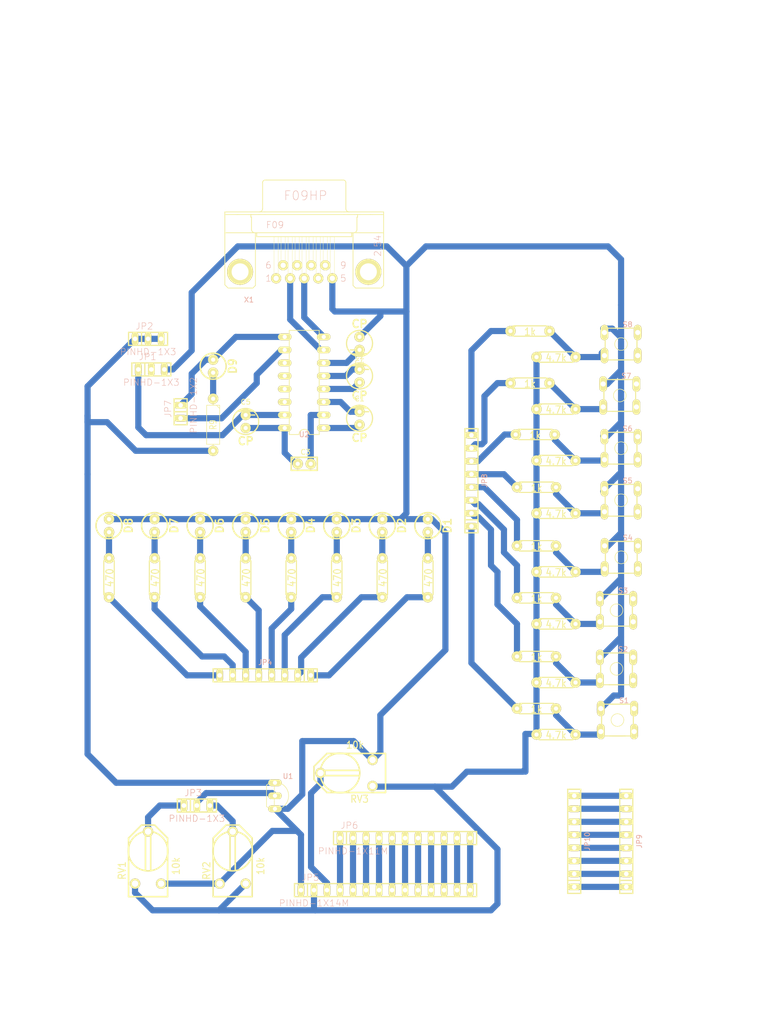
<source format=kicad_pcb>
(kicad_pcb (version 20171130) (host pcbnew "(5.1.6)-1")

  (general
    (thickness 1.6)
    (drawings 8)
    (tracks 278)
    (zones 0)
    (modules 64)
    (nets 70)
  )

  (page USLetter)
  (title_block
    (title "Práctica 2")
    (company "Tecnológico de Monterrey")
    (comment 1 "Ernesto Cortés Zamora")
    (comment 2 A01274539)
  )

  (layers
    (0 F.Cu signal)
    (31 B.Cu signal)
    (32 B.Adhes user hide)
    (33 F.Adhes user hide)
    (34 B.Paste user hide)
    (35 F.Paste user hide)
    (36 B.SilkS user hide)
    (37 F.SilkS user)
    (38 B.Mask user hide)
    (39 F.Mask user hide)
    (40 Dwgs.User user)
    (41 Cmts.User user hide)
    (42 Eco1.User user hide)
    (43 Eco2.User user hide)
    (44 Edge.Cuts user)
    (45 Margin user hide)
    (46 B.CrtYd user hide)
    (47 F.CrtYd user hide)
    (48 B.Fab user hide)
    (49 F.Fab user hide)
  )

  (setup
    (last_trace_width 1.2)
    (trace_clearance 0.508)
    (zone_clearance 0.508)
    (zone_45_only no)
    (trace_min 0.2)
    (via_size 0.889)
    (via_drill 0.508)
    (via_min_size 0.4)
    (via_min_drill 0.3)
    (uvia_size 0.3)
    (uvia_drill 0.1)
    (uvias_allowed no)
    (uvia_min_size 0.2)
    (uvia_min_drill 0.1)
    (edge_width 0.05)
    (segment_width 0.2)
    (pcb_text_width 0.3)
    (pcb_text_size 1.5 1.5)
    (mod_edge_width 0.12)
    (mod_text_size 1 1)
    (mod_text_width 0.15)
    (pad_size 1.524 1.524)
    (pad_drill 0.762)
    (pad_to_mask_clearance 0.05)
    (aux_axis_origin 0 0)
    (visible_elements 7FFFFFFF)
    (pcbplotparams
      (layerselection 0x010fc_ffffffff)
      (usegerberextensions false)
      (usegerberattributes true)
      (usegerberadvancedattributes true)
      (creategerberjobfile true)
      (excludeedgelayer true)
      (linewidth 0.100000)
      (plotframeref false)
      (viasonmask false)
      (mode 1)
      (useauxorigin false)
      (hpglpennumber 1)
      (hpglpenspeed 20)
      (hpglpendiameter 15.000000)
      (psnegative false)
      (psa4output false)
      (plotreference true)
      (plotvalue true)
      (plotinvisibletext false)
      (padsonsilk false)
      (subtractmaskfromsilk false)
      (outputformat 1)
      (mirror false)
      (drillshape 1)
      (scaleselection 1)
      (outputdirectory ""))
  )

  (net 0 "")
  (net 1 "Net-(C1-Pad1)")
  (net 2 "Net-(C1-Pad2)")
  (net 3 "Net-(C2-Pad1)")
  (net 4 "Net-(C2-Pad2)")
  (net 5 "Net-(C3-Pad1)")
  (net 6 "Net-(C3-Pad2)")
  (net 7 GNDA)
  (net 8 "Net-(C4-Pad2)")
  (net 9 "Net-(D1-Pad2)")
  (net 10 "Net-(D2-Pad2)")
  (net 11 "Net-(D3-Pad2)")
  (net 12 "Net-(D4-Pad2)")
  (net 13 "Net-(D5-Pad2)")
  (net 14 "Net-(D6-Pad2)")
  (net 15 "Net-(D7-Pad2)")
  (net 16 "Net-(D8-Pad2)")
  (net 17 "Net-(D9-Pad1)")
  (net 18 "Net-(D9-Pad2)")
  (net 19 +5VA)
  (net 20 "Net-(JP3-Pad3)")
  (net 21 "Net-(JP3-Pad2)")
  (net 22 "Net-(JP3-Pad1)")
  (net 23 "Net-(JP4-Pad8)")
  (net 24 "Net-(JP4-Pad7)")
  (net 25 "Net-(JP4-Pad6)")
  (net 26 "Net-(JP4-Pad5)")
  (net 27 "Net-(JP4-Pad4)")
  (net 28 "Net-(JP4-Pad3)")
  (net 29 "Net-(JP4-Pad2)")
  (net 30 "Net-(JP4-Pad1)")
  (net 31 "Net-(JP5-Pad14)")
  (net 32 "Net-(JP5-Pad13)")
  (net 33 "Net-(JP5-Pad12)")
  (net 34 "Net-(JP5-Pad11)")
  (net 35 "Net-(JP5-Pad10)")
  (net 36 "Net-(JP5-Pad9)")
  (net 37 "Net-(JP5-Pad8)")
  (net 38 "Net-(JP5-Pad7)")
  (net 39 "Net-(JP5-Pad6)")
  (net 40 "Net-(JP5-Pad5)")
  (net 41 "Net-(JP5-Pad4)")
  (net 42 "Net-(JP5-Pad3)")
  (net 43 "Net-(JP7-Pad1)")
  (net 44 "Net-(JP8-Pad8)")
  (net 45 "Net-(JP8-Pad7)")
  (net 46 "Net-(JP8-Pad6)")
  (net 47 "Net-(JP8-Pad5)")
  (net 48 "Net-(JP8-Pad4)")
  (net 49 "Net-(JP8-Pad3)")
  (net 50 "Net-(JP8-Pad2)")
  (net 51 "Net-(JP8-Pad1)")
  (net 52 "Net-(JP10-Pad8)")
  (net 53 "Net-(JP10-Pad7)")
  (net 54 "Net-(JP10-Pad6)")
  (net 55 "Net-(JP10-Pad5)")
  (net 56 "Net-(JP10-Pad4)")
  (net 57 "Net-(JP10-Pad3)")
  (net 58 "Net-(JP10-Pad2)")
  (net 59 "Net-(JP10-Pad1)")
  (net 60 "Net-(R10-Pad2)")
  (net 61 "Net-(R11-Pad2)")
  (net 62 "Net-(R12-Pad2)")
  (net 63 "Net-(R13-Pad2)")
  (net 64 "Net-(R14-Pad2)")
  (net 65 "Net-(R15-Pad2)")
  (net 66 "Net-(R16-Pad2)")
  (net 67 "Net-(R17-Pad2)")
  (net 68 "Net-(U2-Pad8)")
  (net 69 "Net-(U2-Pad7)")

  (net_class Default "This is the default net class."
    (clearance 0.508)
    (trace_width 1.2)
    (via_dia 0.889)
    (via_drill 0.508)
    (uvia_dia 0.3)
    (uvia_drill 0.1)
    (diff_pair_width 0.254)
    (diff_pair_gap 0.25)
    (add_net +5VA)
    (add_net GNDA)
    (add_net "Net-(C1-Pad1)")
    (add_net "Net-(C1-Pad2)")
    (add_net "Net-(C2-Pad1)")
    (add_net "Net-(C2-Pad2)")
    (add_net "Net-(C3-Pad1)")
    (add_net "Net-(C3-Pad2)")
    (add_net "Net-(C4-Pad2)")
    (add_net "Net-(D1-Pad2)")
    (add_net "Net-(D2-Pad2)")
    (add_net "Net-(D3-Pad2)")
    (add_net "Net-(D4-Pad2)")
    (add_net "Net-(D5-Pad2)")
    (add_net "Net-(D6-Pad2)")
    (add_net "Net-(D7-Pad2)")
    (add_net "Net-(D8-Pad2)")
    (add_net "Net-(D9-Pad1)")
    (add_net "Net-(D9-Pad2)")
    (add_net "Net-(JP10-Pad1)")
    (add_net "Net-(JP10-Pad2)")
    (add_net "Net-(JP10-Pad3)")
    (add_net "Net-(JP10-Pad4)")
    (add_net "Net-(JP10-Pad5)")
    (add_net "Net-(JP10-Pad6)")
    (add_net "Net-(JP10-Pad7)")
    (add_net "Net-(JP10-Pad8)")
    (add_net "Net-(JP3-Pad1)")
    (add_net "Net-(JP3-Pad2)")
    (add_net "Net-(JP3-Pad3)")
    (add_net "Net-(JP4-Pad1)")
    (add_net "Net-(JP4-Pad2)")
    (add_net "Net-(JP4-Pad3)")
    (add_net "Net-(JP4-Pad4)")
    (add_net "Net-(JP4-Pad5)")
    (add_net "Net-(JP4-Pad6)")
    (add_net "Net-(JP4-Pad7)")
    (add_net "Net-(JP4-Pad8)")
    (add_net "Net-(JP5-Pad10)")
    (add_net "Net-(JP5-Pad11)")
    (add_net "Net-(JP5-Pad12)")
    (add_net "Net-(JP5-Pad13)")
    (add_net "Net-(JP5-Pad14)")
    (add_net "Net-(JP5-Pad3)")
    (add_net "Net-(JP5-Pad4)")
    (add_net "Net-(JP5-Pad5)")
    (add_net "Net-(JP5-Pad6)")
    (add_net "Net-(JP5-Pad7)")
    (add_net "Net-(JP5-Pad8)")
    (add_net "Net-(JP5-Pad9)")
    (add_net "Net-(JP7-Pad1)")
    (add_net "Net-(JP8-Pad1)")
    (add_net "Net-(JP8-Pad2)")
    (add_net "Net-(JP8-Pad3)")
    (add_net "Net-(JP8-Pad4)")
    (add_net "Net-(JP8-Pad5)")
    (add_net "Net-(JP8-Pad6)")
    (add_net "Net-(JP8-Pad7)")
    (add_net "Net-(JP8-Pad8)")
    (add_net "Net-(R10-Pad2)")
    (add_net "Net-(R11-Pad2)")
    (add_net "Net-(R12-Pad2)")
    (add_net "Net-(R13-Pad2)")
    (add_net "Net-(R14-Pad2)")
    (add_net "Net-(R15-Pad2)")
    (add_net "Net-(R16-Pad2)")
    (add_net "Net-(R17-Pad2)")
    (add_net "Net-(S1-Pad2)")
    (add_net "Net-(S1-Pad4)")
    (add_net "Net-(S2-Pad2)")
    (add_net "Net-(S2-Pad4)")
    (add_net "Net-(S3-Pad2)")
    (add_net "Net-(S3-Pad4)")
    (add_net "Net-(S4-Pad2)")
    (add_net "Net-(S4-Pad4)")
    (add_net "Net-(S5-Pad2)")
    (add_net "Net-(S5-Pad4)")
    (add_net "Net-(S6-Pad2)")
    (add_net "Net-(S6-Pad4)")
    (add_net "Net-(S7-Pad2)")
    (add_net "Net-(S7-Pad4)")
    (add_net "Net-(S8-Pad2)")
    (add_net "Net-(S8-Pad4)")
    (add_net "Net-(U2-Pad11)")
    (add_net "Net-(U2-Pad12)")
    (add_net "Net-(U2-Pad13)")
    (add_net "Net-(U2-Pad14)")
    (add_net "Net-(U2-Pad7)")
    (add_net "Net-(U2-Pad8)")
    (add_net "Net-(X1-Pad1)")
    (add_net "Net-(X1-Pad4)")
    (add_net "Net-(X1-Pad6)")
    (add_net "Net-(X1-Pad7)")
    (add_net "Net-(X1-Pad8)")
    (add_net "Net-(X1-Pad9)")
  )

  (module user:Capacitor (layer F.Cu) (tedit 51C9C6AC) (tstamp 5F52C6AA)
    (at 101.981 99.568)
    (descr "Condensateur e = 1 pas")
    (tags C)
    (path /5F44691D)
    (fp_text reference C3 (at 0.254 -2.286) (layer F.SilkS)
      (effects (font (size 1 1) (thickness 0.15)))
    )
    (fp_text value CP (at 0 -2.286) (layer F.SilkS) hide
      (effects (font (size 1.016 1.016) (thickness 0.2032)))
    )
    (fp_line (start -2.54 -0.635) (end -1.905 -1.27) (layer F.SilkS) (width 0.3048))
    (fp_line (start -2.54 1.27) (end -2.54 -1.27) (layer F.SilkS) (width 0.3048))
    (fp_line (start 2.54 1.27) (end -2.54 1.27) (layer F.SilkS) (width 0.3048))
    (fp_line (start 2.54 -1.27) (end 2.54 1.27) (layer F.SilkS) (width 0.3048))
    (fp_line (start -2.4892 -1.27) (end 2.54 -1.27) (layer F.SilkS) (width 0.3048))
    (pad 2 thru_hole circle (at 1.27 0) (size 2.032 2.032) (drill 0.8128) (layers *.Cu *.Mask F.SilkS)
      (net 6 "Net-(C3-Pad2)"))
    (pad 1 thru_hole circle (at -1.27 0) (size 2.032 2.032) (drill 0.8128) (layers *.Cu *.Mask F.SilkS)
      (net 5 "Net-(C3-Pad1)"))
    (model discret/capa_1_pas.wrl
      (at (xyz 0 0 0))
      (scale (xyz 1 1 1))
      (rotate (xyz 0 0 0))
    )
  )

  (module user:Resistor_large (layer F.Cu) (tedit 51C9C3D1) (tstamp 5F53FEC9)
    (at 84.201 91.948 270)
    (path /5F445F6A)
    (fp_text reference R9 (at 0 0 90) (layer F.SilkS)
      (effects (font (size 1.27 1.016) (thickness 0.1524)))
    )
    (fp_text value 470 (at 0 0 90) (layer F.SilkS) hide
      (effects (font (size 1.27 1.016) (thickness 0.1524)))
    )
    (fp_line (start -3.81 -0.635) (end -3.175 -1.27) (layer F.SilkS) (width 0.127))
    (fp_line (start 3.81 0) (end 4.445 0) (layer F.SilkS) (width 0.127))
    (fp_line (start -4.445 0) (end -3.81 0) (layer F.SilkS) (width 0.127))
    (fp_line (start -3.81 -1.27) (end -3.81 -0.635) (layer F.SilkS) (width 0.127))
    (fp_line (start 3.81 -1.27) (end -3.81 -1.27) (layer F.SilkS) (width 0.127))
    (fp_line (start 3.81 1.27) (end 3.81 -1.27) (layer F.SilkS) (width 0.127))
    (fp_line (start -3.81 1.27) (end 3.81 1.27) (layer F.SilkS) (width 0.127))
    (fp_line (start -3.81 -0.635) (end -3.81 1.27) (layer F.SilkS) (width 0.127))
    (fp_line (start 3.81 0) (end 5.08 0) (layer F.SilkS) (width 0.15))
    (fp_line (start -3.81 0) (end -5.08 0) (layer F.SilkS) (width 0.15))
    (pad 1 thru_hole circle (at -5.08 0 270) (size 2.032 2.032) (drill 0.8128) (layers *.Cu *.Mask F.SilkS)
      (net 18 "Net-(D9-Pad2)"))
    (pad 2 thru_hole circle (at 5.08 0 270) (size 2.032 2.032) (drill 0.8128) (layers *.Cu *.Mask F.SilkS)
      (net 19 +5VA))
    (model discret/resistor.wrl
      (at (xyz 0 0 0))
      (scale (xyz 0.35 0.35 0.3))
      (rotate (xyz 0 0 0))
    )
  )

  (module user:Led (layer F.Cu) (tedit 51C9C4D1) (tstamp 5F4F001D)
    (at 108.331 111.633 270)
    (descr "Led verticale diam 6mm")
    (tags "LED DEV")
    (path /5F598F7A)
    (fp_text reference D3 (at 0 -3.81 90) (layer F.SilkS)
      (effects (font (size 1.524 1.524) (thickness 0.3048)))
    )
    (fp_text value LED (at 0 -3.81 90) (layer F.SilkS) hide
      (effects (font (size 1.524 1.524) (thickness 0.3048)))
    )
    (fp_line (start 1.905 0.635) (end 2.54 0.635) (layer F.SilkS) (width 0.3048))
    (fp_line (start 1.905 -0.635) (end 1.905 0.635) (layer F.SilkS) (width 0.3048))
    (fp_line (start 2.54 -0.635) (end 1.905 -0.635) (layer F.SilkS) (width 0.3048))
    (fp_circle (center 0 0) (end -2.54 0) (layer F.SilkS) (width 0.3048))
    (pad 2 thru_hole circle (at 1.27 0 270) (size 2.032 2.032) (drill 0.8128) (layers *.Cu *.Mask F.SilkS)
      (net 11 "Net-(D3-Pad2)"))
    (pad 1 thru_hole circle (at -1.27 0 270) (size 2.032 2.032) (drill 0.8128) (layers *.Cu *.Mask F.SilkS)
      (net 7 GNDA))
    (model discret/led5_vertical.wrl
      (at (xyz 0 0 0))
      (scale (xyz 1 1 1))
      (rotate (xyz 0 0 0))
    )
  )

  (module user:pinhead-1X11 (layer F.Cu) (tedit 51E43BAE) (tstamp 5F4F0140)
    (at 121.666 172.593)
    (descr "PIN HEADER - 0.1\"")
    (tags "PIN HEADER - 0.1\"")
    (path /5F4705D3)
    (attr virtual)
    (fp_text reference JP6 (at -10.8712 -2.4638) (layer B.SilkS)
      (effects (font (size 1.27 1.27) (thickness 0.0889)))
    )
    (fp_text value PINHD-1X11M (at -10.16 2.54) (layer B.SilkS)
      (effects (font (size 1.27 1.27) (thickness 0.0889)))
    )
    (fp_line (start 9.906 0.254) (end 10.414 0.254) (layer F.SilkS) (width 0.06604))
    (fp_line (start 10.414 0.254) (end 10.414 -0.254) (layer F.SilkS) (width 0.06604))
    (fp_line (start 9.906 -0.254) (end 10.414 -0.254) (layer F.SilkS) (width 0.06604))
    (fp_line (start 9.906 0.254) (end 9.906 -0.254) (layer F.SilkS) (width 0.06604))
    (fp_line (start 7.366 0.254) (end 7.874 0.254) (layer F.SilkS) (width 0.06604))
    (fp_line (start 7.874 0.254) (end 7.874 -0.254) (layer F.SilkS) (width 0.06604))
    (fp_line (start 7.366 -0.254) (end 7.874 -0.254) (layer F.SilkS) (width 0.06604))
    (fp_line (start 7.366 0.254) (end 7.366 -0.254) (layer F.SilkS) (width 0.06604))
    (fp_line (start 4.826 0.254) (end 5.334 0.254) (layer F.SilkS) (width 0.06604))
    (fp_line (start 5.334 0.254) (end 5.334 -0.254) (layer F.SilkS) (width 0.06604))
    (fp_line (start 4.826 -0.254) (end 5.334 -0.254) (layer F.SilkS) (width 0.06604))
    (fp_line (start 4.826 0.254) (end 4.826 -0.254) (layer F.SilkS) (width 0.06604))
    (fp_line (start 2.286 0.254) (end 2.794 0.254) (layer F.SilkS) (width 0.06604))
    (fp_line (start 2.794 0.254) (end 2.794 -0.254) (layer F.SilkS) (width 0.06604))
    (fp_line (start 2.286 -0.254) (end 2.794 -0.254) (layer F.SilkS) (width 0.06604))
    (fp_line (start 2.286 0.254) (end 2.286 -0.254) (layer F.SilkS) (width 0.06604))
    (fp_line (start -0.254 0.254) (end 0.254 0.254) (layer F.SilkS) (width 0.06604))
    (fp_line (start 0.254 0.254) (end 0.254 -0.254) (layer F.SilkS) (width 0.06604))
    (fp_line (start -0.254 -0.254) (end 0.254 -0.254) (layer F.SilkS) (width 0.06604))
    (fp_line (start -0.254 0.254) (end -0.254 -0.254) (layer F.SilkS) (width 0.06604))
    (fp_line (start -2.794 0.254) (end -2.286 0.254) (layer F.SilkS) (width 0.06604))
    (fp_line (start -2.286 0.254) (end -2.286 -0.254) (layer F.SilkS) (width 0.06604))
    (fp_line (start -2.794 -0.254) (end -2.286 -0.254) (layer F.SilkS) (width 0.06604))
    (fp_line (start -2.794 0.254) (end -2.794 -0.254) (layer F.SilkS) (width 0.06604))
    (fp_line (start -5.334 0.254) (end -4.826 0.254) (layer F.SilkS) (width 0.06604))
    (fp_line (start -4.826 0.254) (end -4.826 -0.254) (layer F.SilkS) (width 0.06604))
    (fp_line (start -5.334 -0.254) (end -4.826 -0.254) (layer F.SilkS) (width 0.06604))
    (fp_line (start -5.334 0.254) (end -5.334 -0.254) (layer F.SilkS) (width 0.06604))
    (fp_line (start -7.874 0.254) (end -7.366 0.254) (layer F.SilkS) (width 0.06604))
    (fp_line (start -7.366 0.254) (end -7.366 -0.254) (layer F.SilkS) (width 0.06604))
    (fp_line (start -7.874 -0.254) (end -7.366 -0.254) (layer F.SilkS) (width 0.06604))
    (fp_line (start -7.874 0.254) (end -7.874 -0.254) (layer F.SilkS) (width 0.06604))
    (fp_line (start -10.414 0.254) (end -9.906 0.254) (layer F.SilkS) (width 0.06604))
    (fp_line (start -9.906 0.254) (end -9.906 -0.254) (layer F.SilkS) (width 0.06604))
    (fp_line (start -10.414 -0.254) (end -9.906 -0.254) (layer F.SilkS) (width 0.06604))
    (fp_line (start -10.414 0.254) (end -10.414 -0.254) (layer F.SilkS) (width 0.06604))
    (fp_line (start -12.954 0.254) (end -12.446 0.254) (layer F.SilkS) (width 0.06604))
    (fp_line (start -12.446 0.254) (end -12.446 -0.254) (layer F.SilkS) (width 0.06604))
    (fp_line (start -12.954 -0.254) (end -12.446 -0.254) (layer F.SilkS) (width 0.06604))
    (fp_line (start -12.954 0.254) (end -12.954 -0.254) (layer F.SilkS) (width 0.06604))
    (fp_line (start 12.446 0.254) (end 12.954 0.254) (layer F.SilkS) (width 0.06604))
    (fp_line (start 12.954 0.254) (end 12.954 -0.254) (layer F.SilkS) (width 0.06604))
    (fp_line (start 12.446 -0.254) (end 12.954 -0.254) (layer F.SilkS) (width 0.06604))
    (fp_line (start 12.446 0.254) (end 12.446 -0.254) (layer F.SilkS) (width 0.06604))
    (fp_line (start 13.97 1.27) (end -13.97 1.27) (layer F.SilkS) (width 0.254))
    (fp_line (start -13.97 -1.27) (end -13.97 1.27) (layer F.SilkS) (width 0.254))
    (fp_line (start 13.97 -1.27) (end 13.97 1.27) (layer F.SilkS) (width 0.254))
    (fp_line (start 13.97 -1.27) (end -11.43 -1.27) (layer F.SilkS) (width 0.254))
    (fp_line (start -11.43 -1.27) (end -13.97 -1.27) (layer F.SilkS) (width 0.254))
    (fp_line (start -11.43 -1.27) (end -11.43 1.27) (layer F.SilkS) (width 0.254))
    (pad 11 thru_hole oval (at 12.7 0) (size 1.3208 2.6416) (drill 0.889) (layers *.Cu *.Mask F.SilkS)
      (net 31 "Net-(JP5-Pad14)"))
    (pad 10 thru_hole oval (at 10.16 0) (size 1.3208 2.6416) (drill 0.889) (layers *.Cu *.Mask F.SilkS)
      (net 32 "Net-(JP5-Pad13)"))
    (pad 9 thru_hole oval (at 7.62 0) (size 1.3208 2.6416) (drill 0.889) (layers *.Cu *.Mask F.SilkS)
      (net 33 "Net-(JP5-Pad12)"))
    (pad 8 thru_hole oval (at 5.08 0) (size 1.3208 2.6416) (drill 0.889) (layers *.Cu *.Mask F.SilkS)
      (net 34 "Net-(JP5-Pad11)"))
    (pad 7 thru_hole oval (at 2.54 0) (size 1.3208 2.6416) (drill 0.889) (layers *.Cu *.Mask F.SilkS)
      (net 35 "Net-(JP5-Pad10)"))
    (pad 6 thru_hole oval (at 0 0) (size 1.3208 2.6416) (drill 0.889) (layers *.Cu *.Mask F.SilkS)
      (net 36 "Net-(JP5-Pad9)"))
    (pad 5 thru_hole oval (at -2.54 0) (size 1.3208 2.6416) (drill 0.889) (layers *.Cu *.Mask F.SilkS)
      (net 37 "Net-(JP5-Pad8)"))
    (pad 4 thru_hole oval (at -5.08 0) (size 1.3208 2.6416) (drill 0.889) (layers *.Cu *.Mask F.SilkS)
      (net 38 "Net-(JP5-Pad7)"))
    (pad 3 thru_hole oval (at -7.62 0) (size 1.3208 2.6416) (drill 0.889) (layers *.Cu *.Mask F.SilkS)
      (net 39 "Net-(JP5-Pad6)"))
    (pad 2 thru_hole oval (at -10.16 0) (size 1.3208 2.6416) (drill 0.889) (layers *.Cu *.Mask F.SilkS)
      (net 40 "Net-(JP5-Pad5)"))
    (pad 1 thru_hole oval (at -12.7 0) (size 1.3208 2.6416) (drill 0.889) (layers *.Cu *.Mask F.SilkS)
      (net 41 "Net-(JP5-Pad4)"))
    (pad 1 thru_hole rect (at -12.7 0) (size 1.524 0) (drill 1.016) (layers F&B.Cu F.Paste F.SilkS F.Mask)
      (net 41 "Net-(JP5-Pad4)"))
  )

  (module user:pinhead-1X02 (layer F.Cu) (tedit 51E43B49) (tstamp 5F52C722)
    (at 77.851 89.408 90)
    (descr "PIN HEADER - 0.1\"")
    (tags "PIN HEADER - 0.1\"")
    (path /5F4452E8)
    (attr virtual)
    (fp_text reference JP7 (at 0.5588 -2.4638 90) (layer B.SilkS)
      (effects (font (size 1.27 1.27) (thickness 0.0889)))
    )
    (fp_text value PINHD-1X2 (at 1.27 2.54 90) (layer B.SilkS)
      (effects (font (size 1.27 1.27) (thickness 0.0889)))
    )
    (fp_line (start -1.524 0.254) (end -1.016 0.254) (layer F.SilkS) (width 0.06604))
    (fp_line (start -1.016 0.254) (end -1.016 -0.254) (layer F.SilkS) (width 0.06604))
    (fp_line (start -1.524 -0.254) (end -1.016 -0.254) (layer F.SilkS) (width 0.06604))
    (fp_line (start -1.524 0.254) (end -1.524 -0.254) (layer F.SilkS) (width 0.06604))
    (fp_line (start 1.016 0.254) (end 1.524 0.254) (layer F.SilkS) (width 0.06604))
    (fp_line (start 1.524 0.254) (end 1.524 -0.254) (layer F.SilkS) (width 0.06604))
    (fp_line (start 1.016 -0.254) (end 1.524 -0.254) (layer F.SilkS) (width 0.06604))
    (fp_line (start 1.016 0.254) (end 1.016 -0.254) (layer F.SilkS) (width 0.06604))
    (fp_line (start -2.54 -1.27) (end -2.54 1.27) (layer F.SilkS) (width 0.254))
    (fp_line (start 2.54 1.27) (end -2.54 1.27) (layer F.SilkS) (width 0.254))
    (fp_line (start -2.54 -1.27) (end 0 -1.27) (layer F.SilkS) (width 0.254))
    (fp_line (start 0 -1.27) (end 2.54 -1.27) (layer F.SilkS) (width 0.254))
    (fp_line (start 2.54 -1.27) (end 2.54 1.27) (layer F.SilkS) (width 0.254))
    (fp_line (start 0 -1.27) (end 0 1.27) (layer F.SilkS) (width 0.254))
    (pad 2 thru_hole oval (at 1.27 0 90) (size 1.3208 2.6416) (drill 0.889) (layers *.Cu *.Mask F.SilkS)
      (net 17 "Net-(D9-Pad1)"))
    (pad 1 thru_hole oval (at -1.27 0 90) (size 1.3208 2.6416) (drill 0.889) (layers *.Cu *.Mask F.SilkS)
      (net 43 "Net-(JP7-Pad1)"))
    (pad 1 thru_hole rect (at -1.27 0 90) (size 1.524 0) (drill 1.016) (layers F&B.Cu F.Paste F.SilkS F.Mask)
      (net 43 "Net-(JP7-Pad1)"))
  )

  (module user:pinhead-1X03 (layer F.Cu) (tedit 51E43B5B) (tstamp 5F4F022C)
    (at 81.026 166.243)
    (descr "PIN HEADER - 0.1\"")
    (tags "PIN HEADER - 0.1\"")
    (path /5F439270)
    (attr virtual)
    (fp_text reference JP3 (at -0.7112 -2.4638) (layer B.SilkS)
      (effects (font (size 1.27 1.27) (thickness 0.0889)))
    )
    (fp_text value PINHD-1X3 (at 0 2.54) (layer B.SilkS)
      (effects (font (size 1.27 1.27) (thickness 0.0889)))
    )
    (fp_line (start -1.27 -1.27) (end -1.27 1.27) (layer F.SilkS) (width 0.254))
    (fp_line (start 3.81 1.27) (end -3.81 1.27) (layer F.SilkS) (width 0.254))
    (fp_line (start 3.81 -1.27) (end 3.81 1.27) (layer F.SilkS) (width 0.254))
    (fp_line (start -1.27 -1.27) (end 3.81 -1.27) (layer F.SilkS) (width 0.254))
    (fp_line (start -3.81 -1.27) (end -1.27 -1.27) (layer F.SilkS) (width 0.254))
    (fp_line (start -3.81 -1.27) (end -3.81 1.27) (layer F.SilkS) (width 0.254))
    (fp_line (start 2.286 0.254) (end 2.286 -0.254) (layer F.SilkS) (width 0.06604))
    (fp_line (start 2.286 -0.254) (end 2.794 -0.254) (layer F.SilkS) (width 0.06604))
    (fp_line (start 2.794 0.254) (end 2.794 -0.254) (layer F.SilkS) (width 0.06604))
    (fp_line (start 2.286 0.254) (end 2.794 0.254) (layer F.SilkS) (width 0.06604))
    (fp_line (start -2.794 0.254) (end -2.794 -0.254) (layer F.SilkS) (width 0.06604))
    (fp_line (start -2.794 -0.254) (end -2.286 -0.254) (layer F.SilkS) (width 0.06604))
    (fp_line (start -2.286 0.254) (end -2.286 -0.254) (layer F.SilkS) (width 0.06604))
    (fp_line (start -2.794 0.254) (end -2.286 0.254) (layer F.SilkS) (width 0.06604))
    (fp_line (start -0.254 0.254) (end -0.254 -0.254) (layer F.SilkS) (width 0.06604))
    (fp_line (start -0.254 -0.254) (end 0.254 -0.254) (layer F.SilkS) (width 0.06604))
    (fp_line (start 0.254 0.254) (end 0.254 -0.254) (layer F.SilkS) (width 0.06604))
    (fp_line (start -0.254 0.254) (end 0.254 0.254) (layer F.SilkS) (width 0.06604))
    (pad 3 thru_hole oval (at 2.54 0) (size 1.3208 2.6416) (drill 0.889) (layers *.Cu *.Mask F.SilkS)
      (net 20 "Net-(JP3-Pad3)"))
    (pad 2 thru_hole oval (at 0 0) (size 1.3208 2.6416) (drill 0.889) (layers *.Cu *.Mask F.SilkS)
      (net 21 "Net-(JP3-Pad2)"))
    (pad 1 thru_hole oval (at -2.54 0) (size 1.3208 2.6416) (drill 0.889) (layers *.Cu *.Mask F.SilkS)
      (net 22 "Net-(JP3-Pad1)"))
    (pad 1 thru_hole rect (at -2.54 0) (size 1.524 0) (drill 1.016) (layers *.Cu F.Paste F.SilkS F.Mask)
      (net 22 "Net-(JP3-Pad1)"))
  )

  (module user:Conector_F09HP (layer F.Cu) (tedit 51C9C9FD) (tstamp 5F4F0578)
    (at 101.981 62.103)
    (descr "HARTING SUB-D")
    (tags "HARTING SUB-D")
    (path /5F448A95)
    (attr virtual)
    (fp_text reference X1 (at -10.795 5.461) (layer B.SilkS)
      (effects (font (size 1 1) (thickness 0.15)))
    )
    (fp_text value F09HP (at 0.254 -14.859) (layer B.SilkS)
      (effects (font (size 1.778 1.778) (thickness 0.0889)))
    )
    (fp_text user F09 (at -5.715 -9.144) (layer B.SilkS)
      (effects (font (size 1.27 1.27) (thickness 0.0889)))
    )
    (fp_text user 2,54 (at 14.34846 -5.08 90) (layer B.SilkS)
      (effects (font (size 1.27 1.27) (thickness 0.0889)))
    )
    (fp_text user 6 (at -6.985 -1.27) (layer B.SilkS)
      (effects (font (size 1.27 1.27) (thickness 0.0889)))
    )
    (fp_text user 9 (at 7.62 -1.27) (layer B.SilkS)
      (effects (font (size 1.27 1.27) (thickness 0.0889)))
    )
    (fp_text user 5 (at 7.62 1.27) (layer B.SilkS)
      (effects (font (size 1.27 1.27) (thickness 0.0889)))
    )
    (fp_text user 1 (at -6.985 1.27) (layer B.SilkS)
      (effects (font (size 1.27 1.27) (thickness 0.0889)))
    )
    (fp_arc (start 8.76046 -12.319) (end 8.76046 -11.684) (angle 90) (layer F.SilkS) (width 0.1524))
    (fp_arc (start -8.76046 -12.319) (end -8.128 -12.319) (angle 90) (layer F.SilkS) (width 0.1524))
    (fp_arc (start 9.652 -8.255) (end 10.287 -8.255) (angle 90) (layer F.SilkS) (width 0.1524))
    (fp_arc (start -9.652 -8.255) (end -9.652 -7.62) (angle 90) (layer F.SilkS) (width 0.1524))
    (fp_arc (start 7.62 -17.399) (end 7.62 -17.907) (angle 90) (layer F.SilkS) (width 0.1524))
    (fp_arc (start -7.62 -17.399) (end -8.128 -17.399) (angle 90) (layer F.SilkS) (width 0.1524))
    (fp_line (start -9.271 -6.858) (end 9.271 -6.858) (layer F.SilkS) (width 0.06604))
    (fp_line (start 9.271 -6.858) (end 9.271 -7.62) (layer F.SilkS) (width 0.06604))
    (fp_line (start -9.271 -7.62) (end 9.271 -7.62) (layer F.SilkS) (width 0.06604))
    (fp_line (start -9.271 -6.858) (end -9.271 -7.62) (layer F.SilkS) (width 0.06604))
    (fp_line (start -15.494 -11.176) (end 15.494 -11.176) (layer F.SilkS) (width 0.06604))
    (fp_line (start 15.494 -11.176) (end 15.494 -11.684) (layer F.SilkS) (width 0.06604))
    (fp_line (start -15.494 -11.684) (end 15.494 -11.684) (layer F.SilkS) (width 0.06604))
    (fp_line (start -15.494 -11.176) (end -15.494 -11.684) (layer F.SilkS) (width 0.06604))
    (fp_line (start -5.8928 0.381) (end -5.08 0.381) (layer F.SilkS) (width 0.06604))
    (fp_line (start -5.08 0.381) (end -5.08 -6.858) (layer F.SilkS) (width 0.06604))
    (fp_line (start -5.8928 -6.858) (end -5.08 -6.858) (layer F.SilkS) (width 0.06604))
    (fp_line (start -5.8928 0.381) (end -5.8928 -6.858) (layer F.SilkS) (width 0.06604))
    (fp_line (start -4.5212 -2.159) (end -3.7084 -2.159) (layer F.SilkS) (width 0.06604))
    (fp_line (start -3.7084 -2.159) (end -3.7084 -6.858) (layer F.SilkS) (width 0.06604))
    (fp_line (start -4.5212 -6.858) (end -3.7084 -6.858) (layer F.SilkS) (width 0.06604))
    (fp_line (start -4.5212 -2.159) (end -4.5212 -6.858) (layer F.SilkS) (width 0.06604))
    (fp_line (start -3.1496 0.381) (end -2.3368 0.381) (layer F.SilkS) (width 0.06604))
    (fp_line (start -2.3368 0.381) (end -2.3368 -6.858) (layer F.SilkS) (width 0.06604))
    (fp_line (start -3.1496 -6.858) (end -2.3368 -6.858) (layer F.SilkS) (width 0.06604))
    (fp_line (start -3.1496 0.381) (end -3.1496 -6.858) (layer F.SilkS) (width 0.06604))
    (fp_line (start -1.778 -2.159) (end -0.9652 -2.159) (layer F.SilkS) (width 0.06604))
    (fp_line (start -0.9652 -2.159) (end -0.9652 -6.858) (layer F.SilkS) (width 0.06604))
    (fp_line (start -1.778 -6.858) (end -0.9652 -6.858) (layer F.SilkS) (width 0.06604))
    (fp_line (start -1.778 -2.159) (end -1.778 -6.858) (layer F.SilkS) (width 0.06604))
    (fp_line (start -0.4318 0.381) (end 0.381 0.381) (layer F.SilkS) (width 0.06604))
    (fp_line (start 0.381 0.381) (end 0.381 -6.858) (layer F.SilkS) (width 0.06604))
    (fp_line (start -0.4318 -6.858) (end 0.381 -6.858) (layer F.SilkS) (width 0.06604))
    (fp_line (start -0.4318 0.381) (end -0.4318 -6.858) (layer F.SilkS) (width 0.06604))
    (fp_line (start 0.9398 -2.159) (end 1.7526 -2.159) (layer F.SilkS) (width 0.06604))
    (fp_line (start 1.7526 -2.159) (end 1.7526 -6.858) (layer F.SilkS) (width 0.06604))
    (fp_line (start 0.9398 -6.858) (end 1.7526 -6.858) (layer F.SilkS) (width 0.06604))
    (fp_line (start 0.9398 -2.159) (end 0.9398 -6.858) (layer F.SilkS) (width 0.06604))
    (fp_line (start 2.3368 0.381) (end 3.1496 0.381) (layer F.SilkS) (width 0.06604))
    (fp_line (start 3.1496 0.381) (end 3.1496 -6.858) (layer F.SilkS) (width 0.06604))
    (fp_line (start 2.3368 -6.858) (end 3.1496 -6.858) (layer F.SilkS) (width 0.06604))
    (fp_line (start 2.3368 0.381) (end 2.3368 -6.858) (layer F.SilkS) (width 0.06604))
    (fp_line (start 3.7084 -2.159) (end 4.5212 -2.159) (layer F.SilkS) (width 0.06604))
    (fp_line (start 4.5212 -2.159) (end 4.5212 -6.858) (layer F.SilkS) (width 0.06604))
    (fp_line (start 3.7084 -6.858) (end 4.5212 -6.858) (layer F.SilkS) (width 0.06604))
    (fp_line (start 3.7084 -2.159) (end 3.7084 -6.858) (layer F.SilkS) (width 0.06604))
    (fp_line (start 5.08 0.381) (end 5.8928 0.381) (layer F.SilkS) (width 0.06604))
    (fp_line (start 5.8928 0.381) (end 5.8928 -6.858) (layer F.SilkS) (width 0.06604))
    (fp_line (start 5.08 -6.858) (end 5.8928 -6.858) (layer F.SilkS) (width 0.06604))
    (fp_line (start 5.08 0.381) (end 5.08 -6.858) (layer F.SilkS) (width 0.06604))
    (fp_line (start -7.62 -17.907) (end -7.366 -17.907) (layer F.SilkS) (width 0.1524))
    (fp_line (start -7.747 -11.684) (end 7.747 -11.684) (layer F.SilkS) (width 0.1524))
    (fp_line (start -15.494 -7.62) (end -10.414 -7.62) (layer F.SilkS) (width 0.1524))
    (fp_line (start -15.494 -7.62) (end -15.494 -10.668) (layer F.SilkS) (width 0.1524))
    (fp_line (start -15.494 -7.62) (end -15.494 -7.493) (layer F.SilkS) (width 0.1524))
    (fp_line (start -15.494 -10.668) (end -15.494 -11.176) (layer F.SilkS) (width 0.1524))
    (fp_line (start -15.494 -11.176) (end -15.494 -11.684) (layer F.SilkS) (width 0.1524))
    (fp_line (start 15.494 -11.684) (end 15.494 -11.176) (layer F.SilkS) (width 0.1524))
    (fp_line (start 15.494 -11.176) (end 15.494 -10.668) (layer F.SilkS) (width 0.1524))
    (fp_line (start 15.494 -10.668) (end 15.494 -7.62) (layer F.SilkS) (width 0.1524))
    (fp_line (start 15.494 -7.62) (end 15.494 -7.493) (layer F.SilkS) (width 0.1524))
    (fp_line (start -15.494 -11.176) (end -12.954 -11.176) (layer F.SilkS) (width 0.1524))
    (fp_line (start -12.954 -11.176) (end -10.414 -11.176) (layer F.SilkS) (width 0.1524))
    (fp_line (start -10.414 -10.668) (end -10.414 -11.176) (layer F.SilkS) (width 0.1524))
    (fp_line (start -10.414 -10.668) (end -10.287 -10.668) (layer F.SilkS) (width 0.1524))
    (fp_line (start -10.414 -7.62) (end -9.525 -7.62) (layer F.SilkS) (width 0.1524))
    (fp_line (start -9.525 -7.62) (end -9.271 -7.62) (layer F.SilkS) (width 0.1524))
    (fp_line (start -10.287 -8.255) (end -10.287 -10.668) (layer F.SilkS) (width 0.1524))
    (fp_line (start -9.271 -7.62) (end -9.271 -6.858) (layer F.SilkS) (width 0.1524))
    (fp_line (start -9.271 -7.62) (end 9.271 -7.62) (layer F.SilkS) (width 0.1524))
    (fp_line (start -9.271 -6.858) (end 9.271 -6.858) (layer F.SilkS) (width 0.1524))
    (fp_line (start 9.271 -7.62) (end 9.271 -6.858) (layer F.SilkS) (width 0.1524))
    (fp_line (start 9.271 -7.62) (end 9.525 -7.62) (layer F.SilkS) (width 0.1524))
    (fp_line (start 9.525 -7.62) (end 10.414 -7.62) (layer F.SilkS) (width 0.1524))
    (fp_line (start 12.954 -11.176) (end 15.494 -11.176) (layer F.SilkS) (width 0.1524))
    (fp_line (start -10.414 -11.176) (end 10.414 -11.176) (layer F.SilkS) (width 0.1524))
    (fp_line (start 10.414 -11.176) (end 12.954 -11.176) (layer F.SilkS) (width 0.1524))
    (fp_line (start 10.414 -10.668) (end 10.414 -11.176) (layer F.SilkS) (width 0.1524))
    (fp_line (start 10.287 -8.255) (end 10.287 -10.668) (layer F.SilkS) (width 0.1524))
    (fp_line (start 10.287 -10.668) (end 10.414 -10.668) (layer F.SilkS) (width 0.1524))
    (fp_line (start -14.859 3.175) (end -15.494 2.54) (layer F.SilkS) (width 0.1524))
    (fp_line (start -15.494 2.54) (end -15.494 -7.493) (layer F.SilkS) (width 0.1524))
    (fp_line (start -10.033 3.175) (end -14.859 3.175) (layer F.SilkS) (width 0.1524))
    (fp_line (start -10.033 3.175) (end -9.525 2.667) (layer F.SilkS) (width 0.1524))
    (fp_line (start -9.525 2.667) (end -9.525 -7.62) (layer F.SilkS) (width 0.1524))
    (fp_line (start 9.525 2.667) (end 9.525 -7.62) (layer F.SilkS) (width 0.1524))
    (fp_line (start 9.525 2.667) (end 10.033 3.175) (layer F.SilkS) (width 0.1524))
    (fp_line (start 10.033 3.175) (end 14.986 3.175) (layer F.SilkS) (width 0.1524))
    (fp_line (start 14.986 3.175) (end 15.494 2.667) (layer F.SilkS) (width 0.1524))
    (fp_line (start 15.494 2.667) (end 15.494 -7.493) (layer F.SilkS) (width 0.1524))
    (fp_line (start 10.414 -7.62) (end 15.494 -7.62) (layer F.SilkS) (width 0.1524))
    (fp_line (start -15.494 -11.684) (end -7.747 -11.684) (layer F.SilkS) (width 0.1524))
    (fp_line (start -8.128 -12.319) (end -8.128 -17.399) (layer F.SilkS) (width 0.1524))
    (fp_line (start 7.747 -11.684) (end 15.494 -11.684) (layer F.SilkS) (width 0.1524))
    (fp_line (start 8.128 -12.319) (end 8.128 -17.399) (layer F.SilkS) (width 0.1524))
    (fp_line (start -7.366 -17.907) (end 7.366 -17.907) (layer F.SilkS) (width 0.1524))
    (fp_line (start 7.366 -17.907) (end 7.62 -17.907) (layer F.SilkS) (width 0.1524))
    (fp_circle (center -12.5222 0) (end -13.3477 0.8255) (layer F.SilkS) (width 0.0762))
    (fp_circle (center 12.5222 0) (end 13.3477 0.8255) (layer F.SilkS) (width 0.0762))
    (pad G2 thru_hole circle (at 12.5222 0) (size 5.08 5.08) (drill 3.302) (layers *.Cu F.Paste F.SilkS F.Mask))
    (pad G1 thru_hole circle (at -12.5222 0) (size 5.08 5.08) (drill 3.302) (layers *.Cu F.Paste F.SilkS F.Mask))
    (pad 9 thru_hole circle (at 4.1148 -1.27) (size 1.99898 1.99898) (drill 1.016) (layers *.Cu F.Paste F.SilkS F.Mask))
    (pad 8 thru_hole circle (at 1.3716 -1.27) (size 1.99898 1.99898) (drill 1.016) (layers *.Cu F.Paste F.SilkS F.Mask))
    (pad 7 thru_hole circle (at -1.3716 -1.27) (size 1.99898 1.99898) (drill 1.016) (layers *.Cu F.Paste F.SilkS F.Mask))
    (pad 6 thru_hole circle (at -4.1148 -1.27) (size 1.99898 1.99898) (drill 1.016) (layers *.Cu F.Paste F.SilkS F.Mask))
    (pad 5 thru_hole circle (at 5.4864 1.27) (size 1.99898 1.99898) (drill 1.016) (layers *.Cu F.Paste F.SilkS F.Mask)
      (net 7 GNDA))
    (pad 4 thru_hole circle (at 2.7432 1.27) (size 1.99898 1.99898) (drill 1.016) (layers *.Cu F.Paste F.SilkS F.Mask))
    (pad 3 thru_hole circle (at 0 1.27) (size 1.99898 1.99898) (drill 1.016) (layers *.Cu F.Paste F.SilkS F.Mask)
      (net 68 "Net-(U2-Pad8)"))
    (pad 2 thru_hole circle (at -2.7432 1.27) (size 1.99898 1.99898) (drill 1.016) (layers *.Cu F.Paste F.SilkS F.Mask)
      (net 69 "Net-(U2-Pad7)"))
    (pad 1 thru_hole circle (at -5.4864 1.27) (size 1.99898 1.99898) (drill 1.016) (layers *.Cu F.Paste F.SilkS F.Mask))
  )

  (module user:Maxim232 (layer F.Cu) (tedit 51CCC38E) (tstamp 5F52C814)
    (at 101.981 83.693 90)
    (descr "DUAL IN LINE PACKAGE")
    (tags "DUAL IN LINE PACKAGE")
    (path /5F443581)
    (attr virtual)
    (fp_text reference U2 (at -10.16 0) (layer B.SilkS)
      (effects (font (size 1 1) (thickness 0.15)))
    )
    (fp_text value MAX232 (at -3.683 0 90) (layer B.SilkS) hide
      (effects (font (size 1.27 1.27) (thickness 0.0889)))
    )
    (fp_arc (start -10.16 0) (end -10.16 -1.016) (angle 180) (layer F.SilkS) (width 0.1524))
    (fp_line (start 10.16 -2.921) (end -10.16 -2.921) (layer F.SilkS) (width 0.1524))
    (fp_line (start -10.16 2.921) (end 10.16 2.921) (layer F.SilkS) (width 0.1524))
    (fp_line (start 10.16 -2.921) (end 10.16 2.921) (layer F.SilkS) (width 0.1524))
    (fp_line (start -10.16 -2.921) (end -10.16 -1.016) (layer F.SilkS) (width 0.1524))
    (fp_line (start -10.16 2.921) (end -10.16 1.016) (layer F.SilkS) (width 0.1524))
    (pad 16 thru_hole oval (at -8.89 -3.81 90) (size 1.3208 2.6416) (drill 0.8128) (layers *.Cu F.Paste F.SilkS F.Mask)
      (net 5 "Net-(C3-Pad1)"))
    (pad 15 thru_hole oval (at -6.35 -3.81 90) (size 1.3208 2.6416) (drill 0.8128) (layers *.Cu F.Paste F.SilkS F.Mask)
      (net 7 GNDA))
    (pad 14 thru_hole oval (at -3.81 -3.81 90) (size 1.3208 2.6416) (drill 0.8128) (layers *.Cu F.Paste F.SilkS F.Mask))
    (pad 13 thru_hole oval (at -1.27 -3.81 90) (size 1.3208 2.6416) (drill 0.8128) (layers *.Cu F.Paste F.SilkS F.Mask))
    (pad 12 thru_hole oval (at 1.27 -3.81 90) (size 1.3208 2.6416) (drill 0.8128) (layers *.Cu F.Paste F.SilkS F.Mask))
    (pad 11 thru_hole oval (at 3.81 -3.81 90) (size 1.3208 2.6416) (drill 0.8128) (layers *.Cu F.Paste F.SilkS F.Mask))
    (pad 10 thru_hole oval (at 6.35 -3.81 90) (size 1.3208 2.6416) (drill 0.8128) (layers *.Cu F.Paste F.SilkS F.Mask)
      (net 43 "Net-(JP7-Pad1)"))
    (pad 9 thru_hole oval (at 8.89 -3.81 90) (size 1.3208 2.6416) (drill 0.8128) (layers *.Cu F.Paste F.SilkS F.Mask)
      (net 17 "Net-(D9-Pad1)"))
    (pad 8 thru_hole oval (at 8.89 3.81 90) (size 1.3208 2.6416) (drill 0.8128) (layers *.Cu F.Paste F.SilkS F.Mask)
      (net 68 "Net-(U2-Pad8)"))
    (pad 7 thru_hole oval (at 6.35 3.81 90) (size 1.3208 2.6416) (drill 0.8128) (layers *.Cu F.Paste F.SilkS F.Mask)
      (net 69 "Net-(U2-Pad7)"))
    (pad 6 thru_hole oval (at 3.81 3.81 90) (size 1.3208 2.6416) (drill 0.8128) (layers *.Cu F.Paste F.SilkS F.Mask)
      (net 8 "Net-(C4-Pad2)"))
    (pad 5 thru_hole oval (at 1.27 3.81 90) (size 1.3208 2.6416) (drill 0.8128) (layers *.Cu F.Paste F.SilkS F.Mask)
      (net 4 "Net-(C2-Pad2)"))
    (pad 4 thru_hole oval (at -1.27 3.81 90) (size 1.3208 2.6416) (drill 0.8128) (layers *.Cu F.Paste F.SilkS F.Mask)
      (net 3 "Net-(C2-Pad1)"))
    (pad 3 thru_hole oval (at -3.81 3.81 90) (size 1.3208 2.6416) (drill 0.8128) (layers *.Cu F.Paste F.SilkS F.Mask)
      (net 2 "Net-(C1-Pad2)"))
    (pad 2 thru_hole oval (at -6.35 3.81 90) (size 1.3208 2.6416) (drill 0.8128) (layers *.Cu F.Paste F.SilkS F.Mask)
      (net 6 "Net-(C3-Pad2)"))
    (pad 1 thru_hole oval (at -8.89 3.81 90) (size 1.3208 2.6416) (drill 0.8128) (layers *.Cu F.Paste F.SilkS F.Mask)
      (net 1 "Net-(C1-Pad1)"))
  )

  (module user:MCP9700A (layer F.Cu) (tedit 52CEFD97) (tstamp 5F4F04E6)
    (at 96.266 164.338 270)
    (descr "TO-92 PADS IN LINE")
    (tags "TO-92 PADS IN LINE")
    (path /5F439FB3)
    (attr virtual)
    (fp_text reference U1 (at -3.81 -2.54) (layer B.SilkS)
      (effects (font (size 1 1) (thickness 0.15)))
    )
    (fp_text value MCP9700A (at 1.27 2.667 90) (layer B.SilkS) hide
      (effects (font (size 1.27 1.27) (thickness 0.0889)))
    )
    (fp_line (start 1.40208 0.127) (end 1.13538 0.127) (layer F.SilkS) (width 0.127))
    (fp_line (start 2.66192 0.127) (end 1.40208 0.127) (layer F.SilkS) (width 0.127))
    (fp_line (start -1.13538 0.127) (end -1.40208 0.127) (layer F.SilkS) (width 0.127))
    (fp_line (start -1.40208 0.127) (end -2.66192 0.127) (layer F.SilkS) (width 0.127))
    (fp_line (start 1.13538 0.127) (end -1.13538 0.127) (layer F.SilkS) (width 0.127))
    (fp_line (start -2.09296 1.651) (end 2.09296 1.651) (layer F.SilkS) (width 0.127))
    (fp_arc (start 0 0) (end -2.413 -1.13538) (angle 129.5) (layer F.SilkS) (width 0.127))
    (fp_arc (start 0 0) (end -2.413 1.13538) (angle 50.4) (layer F.SilkS) (width 0.127))
    (fp_arc (start 0 0) (end -2.09296 1.651) (angle 13) (layer F.SilkS) (width 0.127))
    (fp_arc (start 0 0) (end 2.413 -1.13538) (angle 50.4) (layer F.SilkS) (width 0.127))
    (fp_arc (start 0 0) (end 2.42316 1.10998) (angle 13.6) (layer F.SilkS) (width 0.127))
    (pad 1 thru_hole oval (at -2.54 0 270) (size 1.3208 2.6416) (drill 0.8128) (layers *.Cu F.Paste F.SilkS F.Mask)
      (net 19 +5VA))
    (pad 2 thru_hole oval (at 0 0 270) (size 1.3208 2.6416) (drill 0.8128) (layers *.Cu F.Paste F.SilkS F.Mask)
      (net 21 "Net-(JP3-Pad2)"))
    (pad 3 thru_hole oval (at 2.54 0 270) (size 1.3208 2.6416) (drill 0.8128) (layers *.Cu F.Paste F.SilkS F.Mask)
      (net 7 GNDA))
  )

  (module user:DTS-6 (layer F.Cu) (tedit 51CCC518) (tstamp 5F4F04D4)
    (at 163.83 76.2)
    (path /5F4CB50E)
    (attr virtual)
    (fp_text reference S8 (at 1.27 -3.81) (layer B.SilkS)
      (effects (font (size 1 1) (thickness 0.15)))
    )
    (fp_text value DTS-6 (at 1.27 4.445) (layer B.SilkS) hide
      (effects (font (size 1.27 1.27) (thickness 0.0889)))
    )
    (fp_line (start -3.0988 -3.0988) (end 3.0988 -3.0988) (layer F.SilkS) (width 0.2032))
    (fp_line (start 3.0988 -3.0988) (end 3.0988 3.0988) (layer F.SilkS) (width 0.2032))
    (fp_line (start 3.0988 3.0988) (end -3.0988 3.0988) (layer F.SilkS) (width 0.2032))
    (fp_line (start -3.0988 3.0988) (end -3.0988 -3.0988) (layer F.SilkS) (width 0.2032))
    (fp_line (start 1.4986 -3.0988) (end -1.4986 -3.0988) (layer F.SilkS) (width 0.2032))
    (fp_line (start 3.0988 0.99822) (end 3.0988 -0.99822) (layer F.SilkS) (width 0.2032))
    (fp_line (start 1.4986 3.0988) (end -1.4986 3.0988) (layer F.SilkS) (width 0.2032))
    (fp_line (start -3.0988 0.99822) (end -3.0988 -0.99822) (layer F.SilkS) (width 0.2032))
    (fp_circle (center 0 0) (end -0.87376 0.87376) (layer F.SilkS) (width 0.1016))
    (fp_circle (center 0 0) (end -0.87376 0.87376) (layer F.SilkS) (width 0.1016))
    (pad 4 thru_hole oval (at 3.24866 2.2479) (size 1.50622 3.01498) (drill 0.99822) (layers *.Cu F.Paste F.SilkS F.Mask))
    (pad 3 thru_hole oval (at -3.24866 2.2479) (size 1.50622 3.01498) (drill 0.99822) (layers *.Cu F.Paste F.SilkS F.Mask)
      (net 67 "Net-(R17-Pad2)"))
    (pad 2 thru_hole oval (at 3.24866 -2.2479) (size 1.50622 3.01498) (drill 0.99822) (layers *.Cu F.Paste F.SilkS F.Mask))
    (pad 1 thru_hole oval (at -3.24866 -2.2479) (size 1.50622 3.01498) (drill 0.99822) (layers *.Cu F.Paste F.SilkS F.Mask)
      (net 7 GNDA))
  )

  (module user:DTS-6 (layer F.Cu) (tedit 51CCC518) (tstamp 5F4F04C2)
    (at 163.576 86.233)
    (path /5F4C84D1)
    (attr virtual)
    (fp_text reference S7 (at 1.27 -3.81) (layer B.SilkS)
      (effects (font (size 1 1) (thickness 0.15)))
    )
    (fp_text value DTS-6 (at 1.27 4.445) (layer B.SilkS) hide
      (effects (font (size 1.27 1.27) (thickness 0.0889)))
    )
    (fp_line (start -3.0988 -3.0988) (end 3.0988 -3.0988) (layer F.SilkS) (width 0.2032))
    (fp_line (start 3.0988 -3.0988) (end 3.0988 3.0988) (layer F.SilkS) (width 0.2032))
    (fp_line (start 3.0988 3.0988) (end -3.0988 3.0988) (layer F.SilkS) (width 0.2032))
    (fp_line (start -3.0988 3.0988) (end -3.0988 -3.0988) (layer F.SilkS) (width 0.2032))
    (fp_line (start 1.4986 -3.0988) (end -1.4986 -3.0988) (layer F.SilkS) (width 0.2032))
    (fp_line (start 3.0988 0.99822) (end 3.0988 -0.99822) (layer F.SilkS) (width 0.2032))
    (fp_line (start 1.4986 3.0988) (end -1.4986 3.0988) (layer F.SilkS) (width 0.2032))
    (fp_line (start -3.0988 0.99822) (end -3.0988 -0.99822) (layer F.SilkS) (width 0.2032))
    (fp_circle (center 0 0) (end -0.87376 0.87376) (layer F.SilkS) (width 0.1016))
    (fp_circle (center 0 0) (end -0.87376 0.87376) (layer F.SilkS) (width 0.1016))
    (pad 4 thru_hole oval (at 3.24866 2.2479) (size 1.50622 3.01498) (drill 0.99822) (layers *.Cu F.Paste F.SilkS F.Mask))
    (pad 3 thru_hole oval (at -3.24866 2.2479) (size 1.50622 3.01498) (drill 0.99822) (layers *.Cu F.Paste F.SilkS F.Mask)
      (net 66 "Net-(R16-Pad2)"))
    (pad 2 thru_hole oval (at 3.24866 -2.2479) (size 1.50622 3.01498) (drill 0.99822) (layers *.Cu F.Paste F.SilkS F.Mask))
    (pad 1 thru_hole oval (at -3.24866 -2.2479) (size 1.50622 3.01498) (drill 0.99822) (layers *.Cu F.Paste F.SilkS F.Mask)
      (net 7 GNDA))
  )

  (module user:DTS-6 (layer F.Cu) (tedit 51CCC518) (tstamp 5F4F04B0)
    (at 163.83 96.52)
    (path /5F4C645E)
    (attr virtual)
    (fp_text reference S6 (at 1.27 -3.81) (layer B.SilkS)
      (effects (font (size 1 1) (thickness 0.15)))
    )
    (fp_text value DTS-6 (at 1.27 4.445) (layer B.SilkS) hide
      (effects (font (size 1.27 1.27) (thickness 0.0889)))
    )
    (fp_line (start -3.0988 -3.0988) (end 3.0988 -3.0988) (layer F.SilkS) (width 0.2032))
    (fp_line (start 3.0988 -3.0988) (end 3.0988 3.0988) (layer F.SilkS) (width 0.2032))
    (fp_line (start 3.0988 3.0988) (end -3.0988 3.0988) (layer F.SilkS) (width 0.2032))
    (fp_line (start -3.0988 3.0988) (end -3.0988 -3.0988) (layer F.SilkS) (width 0.2032))
    (fp_line (start 1.4986 -3.0988) (end -1.4986 -3.0988) (layer F.SilkS) (width 0.2032))
    (fp_line (start 3.0988 0.99822) (end 3.0988 -0.99822) (layer F.SilkS) (width 0.2032))
    (fp_line (start 1.4986 3.0988) (end -1.4986 3.0988) (layer F.SilkS) (width 0.2032))
    (fp_line (start -3.0988 0.99822) (end -3.0988 -0.99822) (layer F.SilkS) (width 0.2032))
    (fp_circle (center 0 0) (end -0.87376 0.87376) (layer F.SilkS) (width 0.1016))
    (fp_circle (center 0 0) (end -0.87376 0.87376) (layer F.SilkS) (width 0.1016))
    (pad 4 thru_hole oval (at 3.24866 2.2479) (size 1.50622 3.01498) (drill 0.99822) (layers *.Cu F.Paste F.SilkS F.Mask))
    (pad 3 thru_hole oval (at -3.24866 2.2479) (size 1.50622 3.01498) (drill 0.99822) (layers *.Cu F.Paste F.SilkS F.Mask)
      (net 65 "Net-(R15-Pad2)"))
    (pad 2 thru_hole oval (at 3.24866 -2.2479) (size 1.50622 3.01498) (drill 0.99822) (layers *.Cu F.Paste F.SilkS F.Mask))
    (pad 1 thru_hole oval (at -3.24866 -2.2479) (size 1.50622 3.01498) (drill 0.99822) (layers *.Cu F.Paste F.SilkS F.Mask)
      (net 7 GNDA))
  )

  (module user:DTS-6 (layer F.Cu) (tedit 51CCC518) (tstamp 5F4F049E)
    (at 163.83 106.68)
    (path /5F4C405A)
    (attr virtual)
    (fp_text reference S5 (at 1.27 -3.81) (layer B.SilkS)
      (effects (font (size 1 1) (thickness 0.15)))
    )
    (fp_text value DTS-6 (at 1.27 4.445) (layer B.SilkS) hide
      (effects (font (size 1.27 1.27) (thickness 0.0889)))
    )
    (fp_line (start -3.0988 -3.0988) (end 3.0988 -3.0988) (layer F.SilkS) (width 0.2032))
    (fp_line (start 3.0988 -3.0988) (end 3.0988 3.0988) (layer F.SilkS) (width 0.2032))
    (fp_line (start 3.0988 3.0988) (end -3.0988 3.0988) (layer F.SilkS) (width 0.2032))
    (fp_line (start -3.0988 3.0988) (end -3.0988 -3.0988) (layer F.SilkS) (width 0.2032))
    (fp_line (start 1.4986 -3.0988) (end -1.4986 -3.0988) (layer F.SilkS) (width 0.2032))
    (fp_line (start 3.0988 0.99822) (end 3.0988 -0.99822) (layer F.SilkS) (width 0.2032))
    (fp_line (start 1.4986 3.0988) (end -1.4986 3.0988) (layer F.SilkS) (width 0.2032))
    (fp_line (start -3.0988 0.99822) (end -3.0988 -0.99822) (layer F.SilkS) (width 0.2032))
    (fp_circle (center 0 0) (end -0.87376 0.87376) (layer F.SilkS) (width 0.1016))
    (fp_circle (center 0 0) (end -0.87376 0.87376) (layer F.SilkS) (width 0.1016))
    (pad 4 thru_hole oval (at 3.24866 2.2479) (size 1.50622 3.01498) (drill 0.99822) (layers *.Cu F.Paste F.SilkS F.Mask))
    (pad 3 thru_hole oval (at -3.24866 2.2479) (size 1.50622 3.01498) (drill 0.99822) (layers *.Cu F.Paste F.SilkS F.Mask)
      (net 64 "Net-(R14-Pad2)"))
    (pad 2 thru_hole oval (at 3.24866 -2.2479) (size 1.50622 3.01498) (drill 0.99822) (layers *.Cu F.Paste F.SilkS F.Mask))
    (pad 1 thru_hole oval (at -3.24866 -2.2479) (size 1.50622 3.01498) (drill 0.99822) (layers *.Cu F.Paste F.SilkS F.Mask)
      (net 7 GNDA))
  )

  (module user:DTS-6 (layer F.Cu) (tedit 51CCC518) (tstamp 5F4F048C)
    (at 163.864317 117.8179)
    (path /5F4C1DED)
    (attr virtual)
    (fp_text reference S4 (at 1.27 -3.81) (layer B.SilkS)
      (effects (font (size 1 1) (thickness 0.15)))
    )
    (fp_text value DTS-6 (at 1.27 4.445) (layer B.SilkS) hide
      (effects (font (size 1.27 1.27) (thickness 0.0889)))
    )
    (fp_line (start -3.0988 -3.0988) (end 3.0988 -3.0988) (layer F.SilkS) (width 0.2032))
    (fp_line (start 3.0988 -3.0988) (end 3.0988 3.0988) (layer F.SilkS) (width 0.2032))
    (fp_line (start 3.0988 3.0988) (end -3.0988 3.0988) (layer F.SilkS) (width 0.2032))
    (fp_line (start -3.0988 3.0988) (end -3.0988 -3.0988) (layer F.SilkS) (width 0.2032))
    (fp_line (start 1.4986 -3.0988) (end -1.4986 -3.0988) (layer F.SilkS) (width 0.2032))
    (fp_line (start 3.0988 0.99822) (end 3.0988 -0.99822) (layer F.SilkS) (width 0.2032))
    (fp_line (start 1.4986 3.0988) (end -1.4986 3.0988) (layer F.SilkS) (width 0.2032))
    (fp_line (start -3.0988 0.99822) (end -3.0988 -0.99822) (layer F.SilkS) (width 0.2032))
    (fp_circle (center 0 0) (end -0.87376 0.87376) (layer F.SilkS) (width 0.1016))
    (fp_circle (center 0 0) (end -0.87376 0.87376) (layer F.SilkS) (width 0.1016))
    (pad 4 thru_hole oval (at 3.24866 2.2479) (size 1.50622 3.01498) (drill 0.99822) (layers *.Cu F.Paste F.SilkS F.Mask))
    (pad 3 thru_hole oval (at -3.24866 2.2479) (size 1.50622 3.01498) (drill 0.99822) (layers *.Cu F.Paste F.SilkS F.Mask)
      (net 63 "Net-(R13-Pad2)"))
    (pad 2 thru_hole oval (at 3.24866 -2.2479) (size 1.50622 3.01498) (drill 0.99822) (layers *.Cu F.Paste F.SilkS F.Mask))
    (pad 1 thru_hole oval (at -3.24866 -2.2479) (size 1.50622 3.01498) (drill 0.99822) (layers *.Cu F.Paste F.SilkS F.Mask)
      (net 7 GNDA))
  )

  (module user:DTS-6 (layer F.Cu) (tedit 51CCC518) (tstamp 5F4F047A)
    (at 162.941 128.143)
    (path /5F4BFAEE)
    (attr virtual)
    (fp_text reference S3 (at 1.27 -3.81) (layer B.SilkS)
      (effects (font (size 1 1) (thickness 0.15)))
    )
    (fp_text value DTS-6 (at 1.27 4.445) (layer B.SilkS) hide
      (effects (font (size 1.27 1.27) (thickness 0.0889)))
    )
    (fp_line (start -3.0988 -3.0988) (end 3.0988 -3.0988) (layer F.SilkS) (width 0.2032))
    (fp_line (start 3.0988 -3.0988) (end 3.0988 3.0988) (layer F.SilkS) (width 0.2032))
    (fp_line (start 3.0988 3.0988) (end -3.0988 3.0988) (layer F.SilkS) (width 0.2032))
    (fp_line (start -3.0988 3.0988) (end -3.0988 -3.0988) (layer F.SilkS) (width 0.2032))
    (fp_line (start 1.4986 -3.0988) (end -1.4986 -3.0988) (layer F.SilkS) (width 0.2032))
    (fp_line (start 3.0988 0.99822) (end 3.0988 -0.99822) (layer F.SilkS) (width 0.2032))
    (fp_line (start 1.4986 3.0988) (end -1.4986 3.0988) (layer F.SilkS) (width 0.2032))
    (fp_line (start -3.0988 0.99822) (end -3.0988 -0.99822) (layer F.SilkS) (width 0.2032))
    (fp_circle (center 0 0) (end -0.87376 0.87376) (layer F.SilkS) (width 0.1016))
    (fp_circle (center 0 0) (end -0.87376 0.87376) (layer F.SilkS) (width 0.1016))
    (pad 4 thru_hole oval (at 3.24866 2.2479) (size 1.50622 3.01498) (drill 0.99822) (layers *.Cu F.Paste F.SilkS F.Mask))
    (pad 3 thru_hole oval (at -3.24866 2.2479) (size 1.50622 3.01498) (drill 0.99822) (layers *.Cu F.Paste F.SilkS F.Mask)
      (net 62 "Net-(R12-Pad2)"))
    (pad 2 thru_hole oval (at 3.24866 -2.2479) (size 1.50622 3.01498) (drill 0.99822) (layers *.Cu F.Paste F.SilkS F.Mask))
    (pad 1 thru_hole oval (at -3.24866 -2.2479) (size 1.50622 3.01498) (drill 0.99822) (layers *.Cu F.Paste F.SilkS F.Mask)
      (net 7 GNDA))
  )

  (module user:DTS-6 (layer F.Cu) (tedit 51CCC518) (tstamp 5F4F0468)
    (at 162.941 139.573)
    (path /5F4BDB27)
    (attr virtual)
    (fp_text reference S2 (at 1.27 -3.81) (layer B.SilkS)
      (effects (font (size 1 1) (thickness 0.15)))
    )
    (fp_text value DTS-6 (at 1.27 4.445) (layer B.SilkS) hide
      (effects (font (size 1.27 1.27) (thickness 0.0889)))
    )
    (fp_line (start -3.0988 -3.0988) (end 3.0988 -3.0988) (layer F.SilkS) (width 0.2032))
    (fp_line (start 3.0988 -3.0988) (end 3.0988 3.0988) (layer F.SilkS) (width 0.2032))
    (fp_line (start 3.0988 3.0988) (end -3.0988 3.0988) (layer F.SilkS) (width 0.2032))
    (fp_line (start -3.0988 3.0988) (end -3.0988 -3.0988) (layer F.SilkS) (width 0.2032))
    (fp_line (start 1.4986 -3.0988) (end -1.4986 -3.0988) (layer F.SilkS) (width 0.2032))
    (fp_line (start 3.0988 0.99822) (end 3.0988 -0.99822) (layer F.SilkS) (width 0.2032))
    (fp_line (start 1.4986 3.0988) (end -1.4986 3.0988) (layer F.SilkS) (width 0.2032))
    (fp_line (start -3.0988 0.99822) (end -3.0988 -0.99822) (layer F.SilkS) (width 0.2032))
    (fp_circle (center 0 0) (end -0.87376 0.87376) (layer F.SilkS) (width 0.1016))
    (fp_circle (center 0 0) (end -0.87376 0.87376) (layer F.SilkS) (width 0.1016))
    (pad 4 thru_hole oval (at 3.24866 2.2479) (size 1.50622 3.01498) (drill 0.99822) (layers *.Cu F.Paste F.SilkS F.Mask))
    (pad 3 thru_hole oval (at -3.24866 2.2479) (size 1.50622 3.01498) (drill 0.99822) (layers *.Cu F.Paste F.SilkS F.Mask)
      (net 61 "Net-(R11-Pad2)"))
    (pad 2 thru_hole oval (at 3.24866 -2.2479) (size 1.50622 3.01498) (drill 0.99822) (layers *.Cu F.Paste F.SilkS F.Mask))
    (pad 1 thru_hole oval (at -3.24866 -2.2479) (size 1.50622 3.01498) (drill 0.99822) (layers *.Cu F.Paste F.SilkS F.Mask)
      (net 7 GNDA))
  )

  (module user:DTS-6 (layer F.Cu) (tedit 51CCC518) (tstamp 5F527D49)
    (at 163.12134 149.5679)
    (path /5F4BB8E6)
    (attr virtual)
    (fp_text reference S1 (at 1.27 -3.81) (layer B.SilkS)
      (effects (font (size 1 1) (thickness 0.15)))
    )
    (fp_text value DTS-6 (at 1.27 4.445) (layer B.SilkS) hide
      (effects (font (size 1.27 1.27) (thickness 0.0889)))
    )
    (fp_line (start -3.0988 -3.0988) (end 3.0988 -3.0988) (layer F.SilkS) (width 0.2032))
    (fp_line (start 3.0988 -3.0988) (end 3.0988 3.0988) (layer F.SilkS) (width 0.2032))
    (fp_line (start 3.0988 3.0988) (end -3.0988 3.0988) (layer F.SilkS) (width 0.2032))
    (fp_line (start -3.0988 3.0988) (end -3.0988 -3.0988) (layer F.SilkS) (width 0.2032))
    (fp_line (start 1.4986 -3.0988) (end -1.4986 -3.0988) (layer F.SilkS) (width 0.2032))
    (fp_line (start 3.0988 0.99822) (end 3.0988 -0.99822) (layer F.SilkS) (width 0.2032))
    (fp_line (start 1.4986 3.0988) (end -1.4986 3.0988) (layer F.SilkS) (width 0.2032))
    (fp_line (start -3.0988 0.99822) (end -3.0988 -0.99822) (layer F.SilkS) (width 0.2032))
    (fp_circle (center 0 0) (end -0.87376 0.87376) (layer F.SilkS) (width 0.1016))
    (fp_circle (center 0 0) (end -0.87376 0.87376) (layer F.SilkS) (width 0.1016))
    (pad 4 thru_hole oval (at 3.24866 2.2479) (size 1.50622 3.01498) (drill 0.99822) (layers *.Cu F.Paste F.SilkS F.Mask))
    (pad 3 thru_hole oval (at -3.24866 2.2479) (size 1.50622 3.01498) (drill 0.99822) (layers *.Cu F.Paste F.SilkS F.Mask)
      (net 60 "Net-(R10-Pad2)"))
    (pad 2 thru_hole oval (at 3.24866 -2.2479) (size 1.50622 3.01498) (drill 0.99822) (layers *.Cu F.Paste F.SilkS F.Mask))
    (pad 1 thru_hole oval (at -3.24866 -2.2479) (size 1.50622 3.01498) (drill 0.99822) (layers *.Cu F.Paste F.SilkS F.Mask)
      (net 7 GNDA))
  )

  (module discret:RV2X4 (layer F.Cu) (tedit 200000) (tstamp 5F4F0444)
    (at 110.236 159.893 180)
    (descr "Resistance variable / Potentiometre")
    (tags R)
    (path /5F46FF05)
    (fp_text reference RV3 (at -2.54 -5.08) (layer F.SilkS)
      (effects (font (size 1.397 1.27) (thickness 0.2032)))
    )
    (fp_text value 10k (at -1.651 5.461) (layer F.SilkS)
      (effects (font (size 1.397 1.27) (thickness 0.2032)))
    )
    (fp_circle (center 1.27 0) (end -2.54 -0.635) (layer F.SilkS) (width 0.3048))
    (fp_line (start -2.54 0.508) (end 4.953 0.508) (layer F.SilkS) (width 0.3048))
    (fp_line (start -2.54 -0.508) (end 4.953 -0.508) (layer F.SilkS) (width 0.3048))
    (fp_line (start 1.651 3.81) (end 0.762 3.81) (layer F.SilkS) (width 0.3048))
    (fp_line (start 0.762 -3.81) (end 1.905 -3.81) (layer F.SilkS) (width 0.3048))
    (fp_line (start -7.62 3.81) (end -7.62 -3.81) (layer F.SilkS) (width 0.3048))
    (fp_line (start 3.81 3.81) (end -7.62 3.81) (layer F.SilkS) (width 0.3048))
    (fp_line (start 6.35 1.27) (end 3.81 3.81) (layer F.SilkS) (width 0.3048))
    (fp_line (start 6.35 -1.27) (end 6.35 1.27) (layer F.SilkS) (width 0.3048))
    (fp_line (start 3.81 -3.81) (end 6.35 -1.27) (layer F.SilkS) (width 0.3048))
    (fp_line (start -7.62 -3.81) (end 3.81 -3.81) (layer F.SilkS) (width 0.3048))
    (pad 1 thru_hole circle (at -5.08 -2.54 180) (size 2.032 2.032) (drill 1.27) (layers *.Cu *.Mask F.SilkS)
      (net 19 +5VA))
    (pad 2 thru_hole circle (at 5.08 0 180) (size 2.032 2.032) (drill 1.27) (layers *.Cu *.Mask F.SilkS)
      (net 42 "Net-(JP5-Pad3)"))
    (pad 3 thru_hole circle (at -5.08 2.54 180) (size 2.032 2.032) (drill 1.27) (layers *.Cu *.Mask F.SilkS)
      (net 7 GNDA))
    (model discret/adjustable_rx2v4.wrl
      (at (xyz 0 0 0))
      (scale (xyz 1 1 1))
      (rotate (xyz 0 0 0))
    )
  )

  (module discret:RV2X4 (layer F.Cu) (tedit 200000) (tstamp 5F4F0432)
    (at 88.011 176.403 90)
    (descr "Resistance variable / Potentiometre")
    (tags R)
    (path /5F441C23)
    (fp_text reference RV2 (at -2.54 -5.08 90) (layer F.SilkS)
      (effects (font (size 1.397 1.27) (thickness 0.2032)))
    )
    (fp_text value 10k (at -1.651 5.461 90) (layer F.SilkS)
      (effects (font (size 1.397 1.27) (thickness 0.2032)))
    )
    (fp_circle (center 1.27 0) (end -2.54 -0.635) (layer F.SilkS) (width 0.3048))
    (fp_line (start -2.54 0.508) (end 4.953 0.508) (layer F.SilkS) (width 0.3048))
    (fp_line (start -2.54 -0.508) (end 4.953 -0.508) (layer F.SilkS) (width 0.3048))
    (fp_line (start 1.651 3.81) (end 0.762 3.81) (layer F.SilkS) (width 0.3048))
    (fp_line (start 0.762 -3.81) (end 1.905 -3.81) (layer F.SilkS) (width 0.3048))
    (fp_line (start -7.62 3.81) (end -7.62 -3.81) (layer F.SilkS) (width 0.3048))
    (fp_line (start 3.81 3.81) (end -7.62 3.81) (layer F.SilkS) (width 0.3048))
    (fp_line (start 6.35 1.27) (end 3.81 3.81) (layer F.SilkS) (width 0.3048))
    (fp_line (start 6.35 -1.27) (end 6.35 1.27) (layer F.SilkS) (width 0.3048))
    (fp_line (start 3.81 -3.81) (end 6.35 -1.27) (layer F.SilkS) (width 0.3048))
    (fp_line (start -7.62 -3.81) (end 3.81 -3.81) (layer F.SilkS) (width 0.3048))
    (pad 1 thru_hole circle (at -5.08 -2.54 90) (size 2.032 2.032) (drill 1.27) (layers *.Cu *.Mask F.SilkS)
      (net 7 GNDA))
    (pad 2 thru_hole circle (at 5.08 0 90) (size 2.032 2.032) (drill 1.27) (layers *.Cu *.Mask F.SilkS)
      (net 20 "Net-(JP3-Pad3)"))
    (pad 3 thru_hole circle (at -5.08 2.54 90) (size 2.032 2.032) (drill 1.27) (layers *.Cu *.Mask F.SilkS)
      (net 19 +5VA))
    (model discret/adjustable_rx2v4.wrl
      (at (xyz 0 0 0))
      (scale (xyz 1 1 1))
      (rotate (xyz 0 0 0))
    )
  )

  (module discret:RV2X4 (layer F.Cu) (tedit 200000) (tstamp 5F4F0420)
    (at 71.501 176.403 90)
    (descr "Resistance variable / Potentiometre")
    (tags R)
    (path /5F441093)
    (fp_text reference RV1 (at -2.54 -5.08 90) (layer F.SilkS)
      (effects (font (size 1.397 1.27) (thickness 0.2032)))
    )
    (fp_text value 10k (at -1.651 5.461 90) (layer F.SilkS)
      (effects (font (size 1.397 1.27) (thickness 0.2032)))
    )
    (fp_circle (center 1.27 0) (end -2.54 -0.635) (layer F.SilkS) (width 0.3048))
    (fp_line (start -2.54 0.508) (end 4.953 0.508) (layer F.SilkS) (width 0.3048))
    (fp_line (start -2.54 -0.508) (end 4.953 -0.508) (layer F.SilkS) (width 0.3048))
    (fp_line (start 1.651 3.81) (end 0.762 3.81) (layer F.SilkS) (width 0.3048))
    (fp_line (start 0.762 -3.81) (end 1.905 -3.81) (layer F.SilkS) (width 0.3048))
    (fp_line (start -7.62 3.81) (end -7.62 -3.81) (layer F.SilkS) (width 0.3048))
    (fp_line (start 3.81 3.81) (end -7.62 3.81) (layer F.SilkS) (width 0.3048))
    (fp_line (start 6.35 1.27) (end 3.81 3.81) (layer F.SilkS) (width 0.3048))
    (fp_line (start 6.35 -1.27) (end 6.35 1.27) (layer F.SilkS) (width 0.3048))
    (fp_line (start 3.81 -3.81) (end 6.35 -1.27) (layer F.SilkS) (width 0.3048))
    (fp_line (start -7.62 -3.81) (end 3.81 -3.81) (layer F.SilkS) (width 0.3048))
    (pad 1 thru_hole circle (at -5.08 -2.54 90) (size 2.032 2.032) (drill 1.27) (layers *.Cu *.Mask F.SilkS)
      (net 19 +5VA))
    (pad 2 thru_hole circle (at 5.08 0 90) (size 2.032 2.032) (drill 1.27) (layers *.Cu *.Mask F.SilkS)
      (net 22 "Net-(JP3-Pad1)"))
    (pad 3 thru_hole circle (at -5.08 2.54 90) (size 2.032 2.032) (drill 1.27) (layers *.Cu *.Mask F.SilkS)
      (net 7 GNDA))
    (model discret/adjustable_rx2v4.wrl
      (at (xyz 0 0 0))
      (scale (xyz 1 1 1))
      (rotate (xyz 0 0 0))
    )
  )

  (module user:Resistor (layer F.Cu) (tedit 51C9BFF1) (tstamp 5F4F040E)
    (at 151.13 78.74)
    (descr "Resitance 3 pas")
    (tags R)
    (path /5F4B9AE9)
    (autoplace_cost180 10)
    (fp_text reference R25 (at 0 0.127) (layer F.SilkS) hide
      (effects (font (size 1.397 1.27) (thickness 0.2032)))
    )
    (fp_text value 4.7k (at 0 0.127) (layer F.SilkS)
      (effects (font (size 1.397 1.27) (thickness 0.2032)))
    )
    (fp_line (start -3.302 -0.508) (end -2.794 -1.016) (layer F.SilkS) (width 0.2032))
    (fp_line (start 3.302 1.016) (end 3.302 0) (layer F.SilkS) (width 0.2032))
    (fp_line (start -3.302 1.016) (end 3.302 1.016) (layer F.SilkS) (width 0.2032))
    (fp_line (start -3.302 -1.016) (end -3.302 1.016) (layer F.SilkS) (width 0.2032))
    (fp_line (start 3.302 -1.016) (end -3.302 -1.016) (layer F.SilkS) (width 0.2032))
    (fp_line (start 3.302 0) (end 3.302 -1.016) (layer F.SilkS) (width 0.2032))
    (fp_line (start 3.81 0) (end 3.302 0) (layer F.SilkS) (width 0.2032))
    (fp_line (start -3.81 0) (end -3.302 0) (layer F.SilkS) (width 0.2032))
    (fp_line (start -3.81 0) (end -3.302 0) (layer F.SilkS) (width 0.2032))
    (fp_line (start 3.81 0) (end 3.302 0) (layer F.SilkS) (width 0.2032))
    (fp_line (start 3.302 0) (end 3.302 -1.016) (layer F.SilkS) (width 0.2032))
    (fp_line (start 3.302 -1.016) (end -3.302 -1.016) (layer F.SilkS) (width 0.2032))
    (fp_line (start -3.302 -1.016) (end -3.302 1.016) (layer F.SilkS) (width 0.2032))
    (fp_line (start -3.302 1.016) (end 3.302 1.016) (layer F.SilkS) (width 0.2032))
    (fp_line (start 3.302 1.016) (end 3.302 0) (layer F.SilkS) (width 0.2032))
    (fp_line (start -3.302 -0.508) (end -2.794 -1.016) (layer F.SilkS) (width 0.2032))
    (pad 2 thru_hole circle (at 3.81 0) (size 2.032 2.032) (drill 0.8128) (layers *.Cu *.Mask F.SilkS)
      (net 67 "Net-(R17-Pad2)"))
    (pad 1 thru_hole circle (at -3.81 0) (size 2.032 2.032) (drill 0.8128) (layers *.Cu *.Mask F.SilkS)
      (net 19 +5VA))
    (model discret/resistor.wrl
      (at (xyz 0 0 0))
      (scale (xyz 0.3 0.3 0.3))
      (rotate (xyz 0 0 0))
    )
  )

  (module user:Resistor (layer F.Cu) (tedit 51C9BFF1) (tstamp 5F4F03F8)
    (at 151.13 88.9)
    (descr "Resitance 3 pas")
    (tags R)
    (path /5F4B7D46)
    (autoplace_cost180 10)
    (fp_text reference R24 (at 0 0.127) (layer F.SilkS) hide
      (effects (font (size 1.397 1.27) (thickness 0.2032)))
    )
    (fp_text value 4.7k (at 0 0.127) (layer F.SilkS)
      (effects (font (size 1.397 1.27) (thickness 0.2032)))
    )
    (fp_line (start -3.302 -0.508) (end -2.794 -1.016) (layer F.SilkS) (width 0.2032))
    (fp_line (start 3.302 1.016) (end 3.302 0) (layer F.SilkS) (width 0.2032))
    (fp_line (start -3.302 1.016) (end 3.302 1.016) (layer F.SilkS) (width 0.2032))
    (fp_line (start -3.302 -1.016) (end -3.302 1.016) (layer F.SilkS) (width 0.2032))
    (fp_line (start 3.302 -1.016) (end -3.302 -1.016) (layer F.SilkS) (width 0.2032))
    (fp_line (start 3.302 0) (end 3.302 -1.016) (layer F.SilkS) (width 0.2032))
    (fp_line (start 3.81 0) (end 3.302 0) (layer F.SilkS) (width 0.2032))
    (fp_line (start -3.81 0) (end -3.302 0) (layer F.SilkS) (width 0.2032))
    (fp_line (start -3.81 0) (end -3.302 0) (layer F.SilkS) (width 0.2032))
    (fp_line (start 3.81 0) (end 3.302 0) (layer F.SilkS) (width 0.2032))
    (fp_line (start 3.302 0) (end 3.302 -1.016) (layer F.SilkS) (width 0.2032))
    (fp_line (start 3.302 -1.016) (end -3.302 -1.016) (layer F.SilkS) (width 0.2032))
    (fp_line (start -3.302 -1.016) (end -3.302 1.016) (layer F.SilkS) (width 0.2032))
    (fp_line (start -3.302 1.016) (end 3.302 1.016) (layer F.SilkS) (width 0.2032))
    (fp_line (start 3.302 1.016) (end 3.302 0) (layer F.SilkS) (width 0.2032))
    (fp_line (start -3.302 -0.508) (end -2.794 -1.016) (layer F.SilkS) (width 0.2032))
    (pad 2 thru_hole circle (at 3.81 0) (size 2.032 2.032) (drill 0.8128) (layers *.Cu *.Mask F.SilkS)
      (net 66 "Net-(R16-Pad2)"))
    (pad 1 thru_hole circle (at -3.81 0) (size 2.032 2.032) (drill 0.8128) (layers *.Cu *.Mask F.SilkS)
      (net 19 +5VA))
    (model discret/resistor.wrl
      (at (xyz 0 0 0))
      (scale (xyz 0.3 0.3 0.3))
      (rotate (xyz 0 0 0))
    )
  )

  (module user:Resistor (layer F.Cu) (tedit 51C9BFF1) (tstamp 5F4F03E2)
    (at 151.13 98.933)
    (descr "Resitance 3 pas")
    (tags R)
    (path /5F4B5F49)
    (autoplace_cost180 10)
    (fp_text reference R23 (at 0 0.127) (layer F.SilkS) hide
      (effects (font (size 1.397 1.27) (thickness 0.2032)))
    )
    (fp_text value 4.7k (at 0 0.127) (layer F.SilkS)
      (effects (font (size 1.397 1.27) (thickness 0.2032)))
    )
    (fp_line (start -3.302 -0.508) (end -2.794 -1.016) (layer F.SilkS) (width 0.2032))
    (fp_line (start 3.302 1.016) (end 3.302 0) (layer F.SilkS) (width 0.2032))
    (fp_line (start -3.302 1.016) (end 3.302 1.016) (layer F.SilkS) (width 0.2032))
    (fp_line (start -3.302 -1.016) (end -3.302 1.016) (layer F.SilkS) (width 0.2032))
    (fp_line (start 3.302 -1.016) (end -3.302 -1.016) (layer F.SilkS) (width 0.2032))
    (fp_line (start 3.302 0) (end 3.302 -1.016) (layer F.SilkS) (width 0.2032))
    (fp_line (start 3.81 0) (end 3.302 0) (layer F.SilkS) (width 0.2032))
    (fp_line (start -3.81 0) (end -3.302 0) (layer F.SilkS) (width 0.2032))
    (fp_line (start -3.81 0) (end -3.302 0) (layer F.SilkS) (width 0.2032))
    (fp_line (start 3.81 0) (end 3.302 0) (layer F.SilkS) (width 0.2032))
    (fp_line (start 3.302 0) (end 3.302 -1.016) (layer F.SilkS) (width 0.2032))
    (fp_line (start 3.302 -1.016) (end -3.302 -1.016) (layer F.SilkS) (width 0.2032))
    (fp_line (start -3.302 -1.016) (end -3.302 1.016) (layer F.SilkS) (width 0.2032))
    (fp_line (start -3.302 1.016) (end 3.302 1.016) (layer F.SilkS) (width 0.2032))
    (fp_line (start 3.302 1.016) (end 3.302 0) (layer F.SilkS) (width 0.2032))
    (fp_line (start -3.302 -0.508) (end -2.794 -1.016) (layer F.SilkS) (width 0.2032))
    (pad 2 thru_hole circle (at 3.81 0) (size 2.032 2.032) (drill 0.8128) (layers *.Cu *.Mask F.SilkS)
      (net 65 "Net-(R15-Pad2)"))
    (pad 1 thru_hole circle (at -3.81 0) (size 2.032 2.032) (drill 0.8128) (layers *.Cu *.Mask F.SilkS)
      (net 19 +5VA))
    (model discret/resistor.wrl
      (at (xyz 0 0 0))
      (scale (xyz 0.3 0.3 0.3))
      (rotate (xyz 0 0 0))
    )
  )

  (module user:Resistor (layer F.Cu) (tedit 51C9BFF1) (tstamp 5F4F03CC)
    (at 151.13 109.22)
    (descr "Resitance 3 pas")
    (tags R)
    (path /5F4B23AC)
    (autoplace_cost180 10)
    (fp_text reference R22 (at 0 0.127) (layer F.SilkS) hide
      (effects (font (size 1.397 1.27) (thickness 0.2032)))
    )
    (fp_text value 4.7k (at 0 0.127) (layer F.SilkS)
      (effects (font (size 1.397 1.27) (thickness 0.2032)))
    )
    (fp_line (start -3.302 -0.508) (end -2.794 -1.016) (layer F.SilkS) (width 0.2032))
    (fp_line (start 3.302 1.016) (end 3.302 0) (layer F.SilkS) (width 0.2032))
    (fp_line (start -3.302 1.016) (end 3.302 1.016) (layer F.SilkS) (width 0.2032))
    (fp_line (start -3.302 -1.016) (end -3.302 1.016) (layer F.SilkS) (width 0.2032))
    (fp_line (start 3.302 -1.016) (end -3.302 -1.016) (layer F.SilkS) (width 0.2032))
    (fp_line (start 3.302 0) (end 3.302 -1.016) (layer F.SilkS) (width 0.2032))
    (fp_line (start 3.81 0) (end 3.302 0) (layer F.SilkS) (width 0.2032))
    (fp_line (start -3.81 0) (end -3.302 0) (layer F.SilkS) (width 0.2032))
    (fp_line (start -3.81 0) (end -3.302 0) (layer F.SilkS) (width 0.2032))
    (fp_line (start 3.81 0) (end 3.302 0) (layer F.SilkS) (width 0.2032))
    (fp_line (start 3.302 0) (end 3.302 -1.016) (layer F.SilkS) (width 0.2032))
    (fp_line (start 3.302 -1.016) (end -3.302 -1.016) (layer F.SilkS) (width 0.2032))
    (fp_line (start -3.302 -1.016) (end -3.302 1.016) (layer F.SilkS) (width 0.2032))
    (fp_line (start -3.302 1.016) (end 3.302 1.016) (layer F.SilkS) (width 0.2032))
    (fp_line (start 3.302 1.016) (end 3.302 0) (layer F.SilkS) (width 0.2032))
    (fp_line (start -3.302 -0.508) (end -2.794 -1.016) (layer F.SilkS) (width 0.2032))
    (pad 2 thru_hole circle (at 3.81 0) (size 2.032 2.032) (drill 0.8128) (layers *.Cu *.Mask F.SilkS)
      (net 64 "Net-(R14-Pad2)"))
    (pad 1 thru_hole circle (at -3.81 0) (size 2.032 2.032) (drill 0.8128) (layers *.Cu *.Mask F.SilkS)
      (net 19 +5VA))
    (model discret/resistor.wrl
      (at (xyz 0 0 0))
      (scale (xyz 0.3 0.3 0.3))
      (rotate (xyz 0 0 0))
    )
  )

  (module user:Resistor (layer F.Cu) (tedit 51C9BFF1) (tstamp 5F4F03B6)
    (at 151.13 120.65)
    (descr "Resitance 3 pas")
    (tags R)
    (path /5F4B05FF)
    (autoplace_cost180 10)
    (fp_text reference R21 (at 0 0.127) (layer F.SilkS) hide
      (effects (font (size 1.397 1.27) (thickness 0.2032)))
    )
    (fp_text value 4.7k (at 0 0.127) (layer F.SilkS)
      (effects (font (size 1.397 1.27) (thickness 0.2032)))
    )
    (fp_line (start -3.302 -0.508) (end -2.794 -1.016) (layer F.SilkS) (width 0.2032))
    (fp_line (start 3.302 1.016) (end 3.302 0) (layer F.SilkS) (width 0.2032))
    (fp_line (start -3.302 1.016) (end 3.302 1.016) (layer F.SilkS) (width 0.2032))
    (fp_line (start -3.302 -1.016) (end -3.302 1.016) (layer F.SilkS) (width 0.2032))
    (fp_line (start 3.302 -1.016) (end -3.302 -1.016) (layer F.SilkS) (width 0.2032))
    (fp_line (start 3.302 0) (end 3.302 -1.016) (layer F.SilkS) (width 0.2032))
    (fp_line (start 3.81 0) (end 3.302 0) (layer F.SilkS) (width 0.2032))
    (fp_line (start -3.81 0) (end -3.302 0) (layer F.SilkS) (width 0.2032))
    (fp_line (start -3.81 0) (end -3.302 0) (layer F.SilkS) (width 0.2032))
    (fp_line (start 3.81 0) (end 3.302 0) (layer F.SilkS) (width 0.2032))
    (fp_line (start 3.302 0) (end 3.302 -1.016) (layer F.SilkS) (width 0.2032))
    (fp_line (start 3.302 -1.016) (end -3.302 -1.016) (layer F.SilkS) (width 0.2032))
    (fp_line (start -3.302 -1.016) (end -3.302 1.016) (layer F.SilkS) (width 0.2032))
    (fp_line (start -3.302 1.016) (end 3.302 1.016) (layer F.SilkS) (width 0.2032))
    (fp_line (start 3.302 1.016) (end 3.302 0) (layer F.SilkS) (width 0.2032))
    (fp_line (start -3.302 -0.508) (end -2.794 -1.016) (layer F.SilkS) (width 0.2032))
    (pad 2 thru_hole circle (at 3.81 0) (size 2.032 2.032) (drill 0.8128) (layers *.Cu *.Mask F.SilkS)
      (net 63 "Net-(R13-Pad2)"))
    (pad 1 thru_hole circle (at -3.81 0) (size 2.032 2.032) (drill 0.8128) (layers *.Cu *.Mask F.SilkS)
      (net 19 +5VA))
    (model discret/resistor.wrl
      (at (xyz 0 0 0))
      (scale (xyz 0.3 0.3 0.3))
      (rotate (xyz 0 0 0))
    )
  )

  (module user:Resistor (layer F.Cu) (tedit 51C9BFF1) (tstamp 5F4F03A0)
    (at 151.13 130.81)
    (descr "Resitance 3 pas")
    (tags R)
    (path /5F4AE08D)
    (autoplace_cost180 10)
    (fp_text reference R20 (at 0 0.127) (layer F.SilkS) hide
      (effects (font (size 1.397 1.27) (thickness 0.2032)))
    )
    (fp_text value 4.7k (at 0 0.127) (layer F.SilkS)
      (effects (font (size 1.397 1.27) (thickness 0.2032)))
    )
    (fp_line (start -3.302 -0.508) (end -2.794 -1.016) (layer F.SilkS) (width 0.2032))
    (fp_line (start 3.302 1.016) (end 3.302 0) (layer F.SilkS) (width 0.2032))
    (fp_line (start -3.302 1.016) (end 3.302 1.016) (layer F.SilkS) (width 0.2032))
    (fp_line (start -3.302 -1.016) (end -3.302 1.016) (layer F.SilkS) (width 0.2032))
    (fp_line (start 3.302 -1.016) (end -3.302 -1.016) (layer F.SilkS) (width 0.2032))
    (fp_line (start 3.302 0) (end 3.302 -1.016) (layer F.SilkS) (width 0.2032))
    (fp_line (start 3.81 0) (end 3.302 0) (layer F.SilkS) (width 0.2032))
    (fp_line (start -3.81 0) (end -3.302 0) (layer F.SilkS) (width 0.2032))
    (fp_line (start -3.81 0) (end -3.302 0) (layer F.SilkS) (width 0.2032))
    (fp_line (start 3.81 0) (end 3.302 0) (layer F.SilkS) (width 0.2032))
    (fp_line (start 3.302 0) (end 3.302 -1.016) (layer F.SilkS) (width 0.2032))
    (fp_line (start 3.302 -1.016) (end -3.302 -1.016) (layer F.SilkS) (width 0.2032))
    (fp_line (start -3.302 -1.016) (end -3.302 1.016) (layer F.SilkS) (width 0.2032))
    (fp_line (start -3.302 1.016) (end 3.302 1.016) (layer F.SilkS) (width 0.2032))
    (fp_line (start 3.302 1.016) (end 3.302 0) (layer F.SilkS) (width 0.2032))
    (fp_line (start -3.302 -0.508) (end -2.794 -1.016) (layer F.SilkS) (width 0.2032))
    (pad 2 thru_hole circle (at 3.81 0) (size 2.032 2.032) (drill 0.8128) (layers *.Cu *.Mask F.SilkS)
      (net 62 "Net-(R12-Pad2)"))
    (pad 1 thru_hole circle (at -3.81 0) (size 2.032 2.032) (drill 0.8128) (layers *.Cu *.Mask F.SilkS)
      (net 19 +5VA))
    (model discret/resistor.wrl
      (at (xyz 0 0 0))
      (scale (xyz 0.3 0.3 0.3))
      (rotate (xyz 0 0 0))
    )
  )

  (module user:Resistor (layer F.Cu) (tedit 51C9BFF1) (tstamp 5F4F038A)
    (at 151.13 142.24)
    (descr "Resitance 3 pas")
    (tags R)
    (path /5F4AA466)
    (autoplace_cost180 10)
    (fp_text reference R19 (at 0 0.127) (layer F.SilkS) hide
      (effects (font (size 1.397 1.27) (thickness 0.2032)))
    )
    (fp_text value 4.7k (at 0 0.127) (layer F.SilkS)
      (effects (font (size 1.397 1.27) (thickness 0.2032)))
    )
    (fp_line (start -3.302 -0.508) (end -2.794 -1.016) (layer F.SilkS) (width 0.2032))
    (fp_line (start 3.302 1.016) (end 3.302 0) (layer F.SilkS) (width 0.2032))
    (fp_line (start -3.302 1.016) (end 3.302 1.016) (layer F.SilkS) (width 0.2032))
    (fp_line (start -3.302 -1.016) (end -3.302 1.016) (layer F.SilkS) (width 0.2032))
    (fp_line (start 3.302 -1.016) (end -3.302 -1.016) (layer F.SilkS) (width 0.2032))
    (fp_line (start 3.302 0) (end 3.302 -1.016) (layer F.SilkS) (width 0.2032))
    (fp_line (start 3.81 0) (end 3.302 0) (layer F.SilkS) (width 0.2032))
    (fp_line (start -3.81 0) (end -3.302 0) (layer F.SilkS) (width 0.2032))
    (fp_line (start -3.81 0) (end -3.302 0) (layer F.SilkS) (width 0.2032))
    (fp_line (start 3.81 0) (end 3.302 0) (layer F.SilkS) (width 0.2032))
    (fp_line (start 3.302 0) (end 3.302 -1.016) (layer F.SilkS) (width 0.2032))
    (fp_line (start 3.302 -1.016) (end -3.302 -1.016) (layer F.SilkS) (width 0.2032))
    (fp_line (start -3.302 -1.016) (end -3.302 1.016) (layer F.SilkS) (width 0.2032))
    (fp_line (start -3.302 1.016) (end 3.302 1.016) (layer F.SilkS) (width 0.2032))
    (fp_line (start 3.302 1.016) (end 3.302 0) (layer F.SilkS) (width 0.2032))
    (fp_line (start -3.302 -0.508) (end -2.794 -1.016) (layer F.SilkS) (width 0.2032))
    (pad 2 thru_hole circle (at 3.81 0) (size 2.032 2.032) (drill 0.8128) (layers *.Cu *.Mask F.SilkS)
      (net 61 "Net-(R11-Pad2)"))
    (pad 1 thru_hole circle (at -3.81 0) (size 2.032 2.032) (drill 0.8128) (layers *.Cu *.Mask F.SilkS)
      (net 19 +5VA))
    (model discret/resistor.wrl
      (at (xyz 0 0 0))
      (scale (xyz 0.3 0.3 0.3))
      (rotate (xyz 0 0 0))
    )
  )

  (module user:Resistor (layer F.Cu) (tedit 51C9BFF1) (tstamp 5F4F0374)
    (at 151.13 152.4)
    (descr "Resitance 3 pas")
    (tags R)
    (path /5F4A8811)
    (autoplace_cost180 10)
    (fp_text reference R18 (at 0 0.127) (layer F.SilkS) hide
      (effects (font (size 1.397 1.27) (thickness 0.2032)))
    )
    (fp_text value 4.7k (at 0 0.127) (layer F.SilkS)
      (effects (font (size 1.397 1.27) (thickness 0.2032)))
    )
    (fp_line (start -3.302 -0.508) (end -2.794 -1.016) (layer F.SilkS) (width 0.2032))
    (fp_line (start 3.302 1.016) (end 3.302 0) (layer F.SilkS) (width 0.2032))
    (fp_line (start -3.302 1.016) (end 3.302 1.016) (layer F.SilkS) (width 0.2032))
    (fp_line (start -3.302 -1.016) (end -3.302 1.016) (layer F.SilkS) (width 0.2032))
    (fp_line (start 3.302 -1.016) (end -3.302 -1.016) (layer F.SilkS) (width 0.2032))
    (fp_line (start 3.302 0) (end 3.302 -1.016) (layer F.SilkS) (width 0.2032))
    (fp_line (start 3.81 0) (end 3.302 0) (layer F.SilkS) (width 0.2032))
    (fp_line (start -3.81 0) (end -3.302 0) (layer F.SilkS) (width 0.2032))
    (fp_line (start -3.81 0) (end -3.302 0) (layer F.SilkS) (width 0.2032))
    (fp_line (start 3.81 0) (end 3.302 0) (layer F.SilkS) (width 0.2032))
    (fp_line (start 3.302 0) (end 3.302 -1.016) (layer F.SilkS) (width 0.2032))
    (fp_line (start 3.302 -1.016) (end -3.302 -1.016) (layer F.SilkS) (width 0.2032))
    (fp_line (start -3.302 -1.016) (end -3.302 1.016) (layer F.SilkS) (width 0.2032))
    (fp_line (start -3.302 1.016) (end 3.302 1.016) (layer F.SilkS) (width 0.2032))
    (fp_line (start 3.302 1.016) (end 3.302 0) (layer F.SilkS) (width 0.2032))
    (fp_line (start -3.302 -0.508) (end -2.794 -1.016) (layer F.SilkS) (width 0.2032))
    (pad 2 thru_hole circle (at 3.81 0) (size 2.032 2.032) (drill 0.8128) (layers *.Cu *.Mask F.SilkS)
      (net 60 "Net-(R10-Pad2)"))
    (pad 1 thru_hole circle (at -3.81 0) (size 2.032 2.032) (drill 0.8128) (layers *.Cu *.Mask F.SilkS)
      (net 19 +5VA))
    (model discret/resistor.wrl
      (at (xyz 0 0 0))
      (scale (xyz 0.3 0.3 0.3))
      (rotate (xyz 0 0 0))
    )
  )

  (module user:Resistor (layer F.Cu) (tedit 51C9BFF1) (tstamp 5F4F035E)
    (at 146.05 73.66)
    (descr "Resitance 3 pas")
    (tags R)
    (path /5F4A6970)
    (autoplace_cost180 10)
    (fp_text reference R17 (at 0 0.127) (layer F.SilkS) hide
      (effects (font (size 1.397 1.27) (thickness 0.2032)))
    )
    (fp_text value 1k (at 0 0.127) (layer F.SilkS)
      (effects (font (size 1.397 1.27) (thickness 0.2032)))
    )
    (fp_line (start -3.302 -0.508) (end -2.794 -1.016) (layer F.SilkS) (width 0.2032))
    (fp_line (start 3.302 1.016) (end 3.302 0) (layer F.SilkS) (width 0.2032))
    (fp_line (start -3.302 1.016) (end 3.302 1.016) (layer F.SilkS) (width 0.2032))
    (fp_line (start -3.302 -1.016) (end -3.302 1.016) (layer F.SilkS) (width 0.2032))
    (fp_line (start 3.302 -1.016) (end -3.302 -1.016) (layer F.SilkS) (width 0.2032))
    (fp_line (start 3.302 0) (end 3.302 -1.016) (layer F.SilkS) (width 0.2032))
    (fp_line (start 3.81 0) (end 3.302 0) (layer F.SilkS) (width 0.2032))
    (fp_line (start -3.81 0) (end -3.302 0) (layer F.SilkS) (width 0.2032))
    (fp_line (start -3.81 0) (end -3.302 0) (layer F.SilkS) (width 0.2032))
    (fp_line (start 3.81 0) (end 3.302 0) (layer F.SilkS) (width 0.2032))
    (fp_line (start 3.302 0) (end 3.302 -1.016) (layer F.SilkS) (width 0.2032))
    (fp_line (start 3.302 -1.016) (end -3.302 -1.016) (layer F.SilkS) (width 0.2032))
    (fp_line (start -3.302 -1.016) (end -3.302 1.016) (layer F.SilkS) (width 0.2032))
    (fp_line (start -3.302 1.016) (end 3.302 1.016) (layer F.SilkS) (width 0.2032))
    (fp_line (start 3.302 1.016) (end 3.302 0) (layer F.SilkS) (width 0.2032))
    (fp_line (start -3.302 -0.508) (end -2.794 -1.016) (layer F.SilkS) (width 0.2032))
    (pad 2 thru_hole circle (at 3.81 0) (size 2.032 2.032) (drill 0.8128) (layers *.Cu *.Mask F.SilkS)
      (net 67 "Net-(R17-Pad2)"))
    (pad 1 thru_hole circle (at -3.81 0) (size 2.032 2.032) (drill 0.8128) (layers *.Cu *.Mask F.SilkS)
      (net 44 "Net-(JP8-Pad8)"))
    (model discret/resistor.wrl
      (at (xyz 0 0 0))
      (scale (xyz 0.3 0.3 0.3))
      (rotate (xyz 0 0 0))
    )
  )

  (module user:Resistor (layer F.Cu) (tedit 51C9BFF1) (tstamp 5F4F0348)
    (at 146.05 83.82)
    (descr "Resitance 3 pas")
    (tags R)
    (path /5F4A4B89)
    (autoplace_cost180 10)
    (fp_text reference R16 (at 0 0.127) (layer F.SilkS) hide
      (effects (font (size 1.397 1.27) (thickness 0.2032)))
    )
    (fp_text value 1k (at 0 0.127) (layer F.SilkS)
      (effects (font (size 1.397 1.27) (thickness 0.2032)))
    )
    (fp_line (start -3.302 -0.508) (end -2.794 -1.016) (layer F.SilkS) (width 0.2032))
    (fp_line (start 3.302 1.016) (end 3.302 0) (layer F.SilkS) (width 0.2032))
    (fp_line (start -3.302 1.016) (end 3.302 1.016) (layer F.SilkS) (width 0.2032))
    (fp_line (start -3.302 -1.016) (end -3.302 1.016) (layer F.SilkS) (width 0.2032))
    (fp_line (start 3.302 -1.016) (end -3.302 -1.016) (layer F.SilkS) (width 0.2032))
    (fp_line (start 3.302 0) (end 3.302 -1.016) (layer F.SilkS) (width 0.2032))
    (fp_line (start 3.81 0) (end 3.302 0) (layer F.SilkS) (width 0.2032))
    (fp_line (start -3.81 0) (end -3.302 0) (layer F.SilkS) (width 0.2032))
    (fp_line (start -3.81 0) (end -3.302 0) (layer F.SilkS) (width 0.2032))
    (fp_line (start 3.81 0) (end 3.302 0) (layer F.SilkS) (width 0.2032))
    (fp_line (start 3.302 0) (end 3.302 -1.016) (layer F.SilkS) (width 0.2032))
    (fp_line (start 3.302 -1.016) (end -3.302 -1.016) (layer F.SilkS) (width 0.2032))
    (fp_line (start -3.302 -1.016) (end -3.302 1.016) (layer F.SilkS) (width 0.2032))
    (fp_line (start -3.302 1.016) (end 3.302 1.016) (layer F.SilkS) (width 0.2032))
    (fp_line (start 3.302 1.016) (end 3.302 0) (layer F.SilkS) (width 0.2032))
    (fp_line (start -3.302 -0.508) (end -2.794 -1.016) (layer F.SilkS) (width 0.2032))
    (pad 2 thru_hole circle (at 3.81 0) (size 2.032 2.032) (drill 0.8128) (layers *.Cu *.Mask F.SilkS)
      (net 66 "Net-(R16-Pad2)"))
    (pad 1 thru_hole circle (at -3.81 0) (size 2.032 2.032) (drill 0.8128) (layers *.Cu *.Mask F.SilkS)
      (net 45 "Net-(JP8-Pad7)"))
    (model discret/resistor.wrl
      (at (xyz 0 0 0))
      (scale (xyz 0.3 0.3 0.3))
      (rotate (xyz 0 0 0))
    )
  )

  (module user:Resistor (layer F.Cu) (tedit 51C9BFF1) (tstamp 5F4F0332)
    (at 147.066 93.853)
    (descr "Resitance 3 pas")
    (tags R)
    (path /5F4A2F73)
    (autoplace_cost180 10)
    (fp_text reference R15 (at 0 0.127) (layer F.SilkS) hide
      (effects (font (size 1.397 1.27) (thickness 0.2032)))
    )
    (fp_text value 1k (at 0 0.127) (layer F.SilkS)
      (effects (font (size 1.397 1.27) (thickness 0.2032)))
    )
    (fp_line (start -3.302 -0.508) (end -2.794 -1.016) (layer F.SilkS) (width 0.2032))
    (fp_line (start 3.302 1.016) (end 3.302 0) (layer F.SilkS) (width 0.2032))
    (fp_line (start -3.302 1.016) (end 3.302 1.016) (layer F.SilkS) (width 0.2032))
    (fp_line (start -3.302 -1.016) (end -3.302 1.016) (layer F.SilkS) (width 0.2032))
    (fp_line (start 3.302 -1.016) (end -3.302 -1.016) (layer F.SilkS) (width 0.2032))
    (fp_line (start 3.302 0) (end 3.302 -1.016) (layer F.SilkS) (width 0.2032))
    (fp_line (start 3.81 0) (end 3.302 0) (layer F.SilkS) (width 0.2032))
    (fp_line (start -3.81 0) (end -3.302 0) (layer F.SilkS) (width 0.2032))
    (fp_line (start -3.81 0) (end -3.302 0) (layer F.SilkS) (width 0.2032))
    (fp_line (start 3.81 0) (end 3.302 0) (layer F.SilkS) (width 0.2032))
    (fp_line (start 3.302 0) (end 3.302 -1.016) (layer F.SilkS) (width 0.2032))
    (fp_line (start 3.302 -1.016) (end -3.302 -1.016) (layer F.SilkS) (width 0.2032))
    (fp_line (start -3.302 -1.016) (end -3.302 1.016) (layer F.SilkS) (width 0.2032))
    (fp_line (start -3.302 1.016) (end 3.302 1.016) (layer F.SilkS) (width 0.2032))
    (fp_line (start 3.302 1.016) (end 3.302 0) (layer F.SilkS) (width 0.2032))
    (fp_line (start -3.302 -0.508) (end -2.794 -1.016) (layer F.SilkS) (width 0.2032))
    (pad 2 thru_hole circle (at 3.81 0) (size 2.032 2.032) (drill 0.8128) (layers *.Cu *.Mask F.SilkS)
      (net 65 "Net-(R15-Pad2)"))
    (pad 1 thru_hole circle (at -3.81 0) (size 2.032 2.032) (drill 0.8128) (layers *.Cu *.Mask F.SilkS)
      (net 46 "Net-(JP8-Pad6)"))
    (model discret/resistor.wrl
      (at (xyz 0 0 0))
      (scale (xyz 0.3 0.3 0.3))
      (rotate (xyz 0 0 0))
    )
  )

  (module user:Resistor (layer F.Cu) (tedit 51C9BFF1) (tstamp 5F4F031C)
    (at 147.32 104.14)
    (descr "Resitance 3 pas")
    (tags R)
    (path /5F4A1036)
    (autoplace_cost180 10)
    (fp_text reference R14 (at 0.741001 0.127) (layer F.SilkS) hide
      (effects (font (size 1.397 1.27) (thickness 0.2032)))
    )
    (fp_text value 1k (at 0 0.127) (layer F.SilkS)
      (effects (font (size 1.397 1.27) (thickness 0.2032)))
    )
    (fp_line (start -3.302 -0.508) (end -2.794 -1.016) (layer F.SilkS) (width 0.2032))
    (fp_line (start 3.302 1.016) (end 3.302 0) (layer F.SilkS) (width 0.2032))
    (fp_line (start -3.302 1.016) (end 3.302 1.016) (layer F.SilkS) (width 0.2032))
    (fp_line (start -3.302 -1.016) (end -3.302 1.016) (layer F.SilkS) (width 0.2032))
    (fp_line (start 3.302 -1.016) (end -3.302 -1.016) (layer F.SilkS) (width 0.2032))
    (fp_line (start 3.302 0) (end 3.302 -1.016) (layer F.SilkS) (width 0.2032))
    (fp_line (start 3.81 0) (end 3.302 0) (layer F.SilkS) (width 0.2032))
    (fp_line (start -3.81 0) (end -3.302 0) (layer F.SilkS) (width 0.2032))
    (fp_line (start -3.81 0) (end -3.302 0) (layer F.SilkS) (width 0.2032))
    (fp_line (start 3.81 0) (end 3.302 0) (layer F.SilkS) (width 0.2032))
    (fp_line (start 3.302 0) (end 3.302 -1.016) (layer F.SilkS) (width 0.2032))
    (fp_line (start 3.302 -1.016) (end -3.302 -1.016) (layer F.SilkS) (width 0.2032))
    (fp_line (start -3.302 -1.016) (end -3.302 1.016) (layer F.SilkS) (width 0.2032))
    (fp_line (start -3.302 1.016) (end 3.302 1.016) (layer F.SilkS) (width 0.2032))
    (fp_line (start 3.302 1.016) (end 3.302 0) (layer F.SilkS) (width 0.2032))
    (fp_line (start -3.302 -0.508) (end -2.794 -1.016) (layer F.SilkS) (width 0.2032))
    (pad 2 thru_hole circle (at 3.81 0) (size 2.032 2.032) (drill 0.8128) (layers *.Cu *.Mask F.SilkS)
      (net 64 "Net-(R14-Pad2)"))
    (pad 1 thru_hole circle (at -3.81 0) (size 2.032 2.032) (drill 0.8128) (layers *.Cu *.Mask F.SilkS)
      (net 47 "Net-(JP8-Pad5)"))
    (model discret/resistor.wrl
      (at (xyz 0 0 0))
      (scale (xyz 0.3 0.3 0.3))
      (rotate (xyz 0 0 0))
    )
  )

  (module user:Resistor (layer F.Cu) (tedit 51C9BFF1) (tstamp 5F4F0306)
    (at 147.32 115.57)
    (descr "Resitance 3 pas")
    (tags R)
    (path /5F49CEAD)
    (autoplace_cost180 10)
    (fp_text reference R13 (at 0 0.127) (layer F.SilkS) hide
      (effects (font (size 1.397 1.27) (thickness 0.2032)))
    )
    (fp_text value 1k (at 0 0.127) (layer F.SilkS)
      (effects (font (size 1.397 1.27) (thickness 0.2032)))
    )
    (fp_line (start -3.302 -0.508) (end -2.794 -1.016) (layer F.SilkS) (width 0.2032))
    (fp_line (start 3.302 1.016) (end 3.302 0) (layer F.SilkS) (width 0.2032))
    (fp_line (start -3.302 1.016) (end 3.302 1.016) (layer F.SilkS) (width 0.2032))
    (fp_line (start -3.302 -1.016) (end -3.302 1.016) (layer F.SilkS) (width 0.2032))
    (fp_line (start 3.302 -1.016) (end -3.302 -1.016) (layer F.SilkS) (width 0.2032))
    (fp_line (start 3.302 0) (end 3.302 -1.016) (layer F.SilkS) (width 0.2032))
    (fp_line (start 3.81 0) (end 3.302 0) (layer F.SilkS) (width 0.2032))
    (fp_line (start -3.81 0) (end -3.302 0) (layer F.SilkS) (width 0.2032))
    (fp_line (start -3.81 0) (end -3.302 0) (layer F.SilkS) (width 0.2032))
    (fp_line (start 3.81 0) (end 3.302 0) (layer F.SilkS) (width 0.2032))
    (fp_line (start 3.302 0) (end 3.302 -1.016) (layer F.SilkS) (width 0.2032))
    (fp_line (start 3.302 -1.016) (end -3.302 -1.016) (layer F.SilkS) (width 0.2032))
    (fp_line (start -3.302 -1.016) (end -3.302 1.016) (layer F.SilkS) (width 0.2032))
    (fp_line (start -3.302 1.016) (end 3.302 1.016) (layer F.SilkS) (width 0.2032))
    (fp_line (start 3.302 1.016) (end 3.302 0) (layer F.SilkS) (width 0.2032))
    (fp_line (start -3.302 -0.508) (end -2.794 -1.016) (layer F.SilkS) (width 0.2032))
    (pad 2 thru_hole circle (at 3.81 0) (size 2.032 2.032) (drill 0.8128) (layers *.Cu *.Mask F.SilkS)
      (net 63 "Net-(R13-Pad2)"))
    (pad 1 thru_hole circle (at -3.81 0) (size 2.032 2.032) (drill 0.8128) (layers *.Cu *.Mask F.SilkS)
      (net 48 "Net-(JP8-Pad4)"))
    (model discret/resistor.wrl
      (at (xyz 0 0 0))
      (scale (xyz 0.3 0.3 0.3))
      (rotate (xyz 0 0 0))
    )
  )

  (module user:Resistor (layer F.Cu) (tedit 51C9BFF1) (tstamp 5F4F02F0)
    (at 147.32 125.73)
    (descr "Resitance 3 pas")
    (tags R)
    (path /5F49B298)
    (autoplace_cost180 10)
    (fp_text reference R12 (at 0 0.127) (layer F.SilkS) hide
      (effects (font (size 1.397 1.27) (thickness 0.2032)))
    )
    (fp_text value 1k (at 0 0.127) (layer F.SilkS)
      (effects (font (size 1.397 1.27) (thickness 0.2032)))
    )
    (fp_line (start -3.302 -0.508) (end -2.794 -1.016) (layer F.SilkS) (width 0.2032))
    (fp_line (start 3.302 1.016) (end 3.302 0) (layer F.SilkS) (width 0.2032))
    (fp_line (start -3.302 1.016) (end 3.302 1.016) (layer F.SilkS) (width 0.2032))
    (fp_line (start -3.302 -1.016) (end -3.302 1.016) (layer F.SilkS) (width 0.2032))
    (fp_line (start 3.302 -1.016) (end -3.302 -1.016) (layer F.SilkS) (width 0.2032))
    (fp_line (start 3.302 0) (end 3.302 -1.016) (layer F.SilkS) (width 0.2032))
    (fp_line (start 3.81 0) (end 3.302 0) (layer F.SilkS) (width 0.2032))
    (fp_line (start -3.81 0) (end -3.302 0) (layer F.SilkS) (width 0.2032))
    (fp_line (start -3.81 0) (end -3.302 0) (layer F.SilkS) (width 0.2032))
    (fp_line (start 3.81 0) (end 3.302 0) (layer F.SilkS) (width 0.2032))
    (fp_line (start 3.302 0) (end 3.302 -1.016) (layer F.SilkS) (width 0.2032))
    (fp_line (start 3.302 -1.016) (end -3.302 -1.016) (layer F.SilkS) (width 0.2032))
    (fp_line (start -3.302 -1.016) (end -3.302 1.016) (layer F.SilkS) (width 0.2032))
    (fp_line (start -3.302 1.016) (end 3.302 1.016) (layer F.SilkS) (width 0.2032))
    (fp_line (start 3.302 1.016) (end 3.302 0) (layer F.SilkS) (width 0.2032))
    (fp_line (start -3.302 -0.508) (end -2.794 -1.016) (layer F.SilkS) (width 0.2032))
    (pad 2 thru_hole circle (at 3.81 0) (size 2.032 2.032) (drill 0.8128) (layers *.Cu *.Mask F.SilkS)
      (net 62 "Net-(R12-Pad2)"))
    (pad 1 thru_hole circle (at -3.81 0) (size 2.032 2.032) (drill 0.8128) (layers *.Cu *.Mask F.SilkS)
      (net 49 "Net-(JP8-Pad3)"))
    (model discret/resistor.wrl
      (at (xyz 0 0 0))
      (scale (xyz 0.3 0.3 0.3))
      (rotate (xyz 0 0 0))
    )
  )

  (module user:Resistor (layer F.Cu) (tedit 51C9BFF1) (tstamp 5F4F02DA)
    (at 147.32 137.16)
    (descr "Resitance 3 pas")
    (tags R)
    (path /5F49712F)
    (autoplace_cost180 10)
    (fp_text reference R11 (at 0 0.127) (layer F.SilkS) hide
      (effects (font (size 1.397 1.27) (thickness 0.2032)))
    )
    (fp_text value 1k (at 0 0.127) (layer F.SilkS)
      (effects (font (size 1.397 1.27) (thickness 0.2032)))
    )
    (fp_line (start -3.302 -0.508) (end -2.794 -1.016) (layer F.SilkS) (width 0.2032))
    (fp_line (start 3.302 1.016) (end 3.302 0) (layer F.SilkS) (width 0.2032))
    (fp_line (start -3.302 1.016) (end 3.302 1.016) (layer F.SilkS) (width 0.2032))
    (fp_line (start -3.302 -1.016) (end -3.302 1.016) (layer F.SilkS) (width 0.2032))
    (fp_line (start 3.302 -1.016) (end -3.302 -1.016) (layer F.SilkS) (width 0.2032))
    (fp_line (start 3.302 0) (end 3.302 -1.016) (layer F.SilkS) (width 0.2032))
    (fp_line (start 3.81 0) (end 3.302 0) (layer F.SilkS) (width 0.2032))
    (fp_line (start -3.81 0) (end -3.302 0) (layer F.SilkS) (width 0.2032))
    (fp_line (start -3.81 0) (end -3.302 0) (layer F.SilkS) (width 0.2032))
    (fp_line (start 3.81 0) (end 3.302 0) (layer F.SilkS) (width 0.2032))
    (fp_line (start 3.302 0) (end 3.302 -1.016) (layer F.SilkS) (width 0.2032))
    (fp_line (start 3.302 -1.016) (end -3.302 -1.016) (layer F.SilkS) (width 0.2032))
    (fp_line (start -3.302 -1.016) (end -3.302 1.016) (layer F.SilkS) (width 0.2032))
    (fp_line (start -3.302 1.016) (end 3.302 1.016) (layer F.SilkS) (width 0.2032))
    (fp_line (start 3.302 1.016) (end 3.302 0) (layer F.SilkS) (width 0.2032))
    (fp_line (start -3.302 -0.508) (end -2.794 -1.016) (layer F.SilkS) (width 0.2032))
    (pad 2 thru_hole circle (at 3.81 0) (size 2.032 2.032) (drill 0.8128) (layers *.Cu *.Mask F.SilkS)
      (net 61 "Net-(R11-Pad2)"))
    (pad 1 thru_hole circle (at -3.81 0) (size 2.032 2.032) (drill 0.8128) (layers *.Cu *.Mask F.SilkS)
      (net 50 "Net-(JP8-Pad2)"))
    (model discret/resistor.wrl
      (at (xyz 0 0 0))
      (scale (xyz 0.3 0.3 0.3))
      (rotate (xyz 0 0 0))
    )
  )

  (module user:Resistor (layer F.Cu) (tedit 51C9BFF1) (tstamp 5F5281FC)
    (at 147.32 147.32)
    (descr "Resitance 3 pas")
    (tags R)
    (path /5F495F6C)
    (autoplace_cost180 10)
    (fp_text reference R10 (at 0 0.127) (layer F.SilkS) hide
      (effects (font (size 1.397 1.27) (thickness 0.2032)))
    )
    (fp_text value 1k (at 0 0.127) (layer F.SilkS)
      (effects (font (size 1.397 1.27) (thickness 0.2032)))
    )
    (fp_line (start -3.302 -0.508) (end -2.794 -1.016) (layer F.SilkS) (width 0.2032))
    (fp_line (start 3.302 1.016) (end 3.302 0) (layer F.SilkS) (width 0.2032))
    (fp_line (start -3.302 1.016) (end 3.302 1.016) (layer F.SilkS) (width 0.2032))
    (fp_line (start -3.302 -1.016) (end -3.302 1.016) (layer F.SilkS) (width 0.2032))
    (fp_line (start 3.302 -1.016) (end -3.302 -1.016) (layer F.SilkS) (width 0.2032))
    (fp_line (start 3.302 0) (end 3.302 -1.016) (layer F.SilkS) (width 0.2032))
    (fp_line (start 3.81 0) (end 3.302 0) (layer F.SilkS) (width 0.2032))
    (fp_line (start -3.81 0) (end -3.302 0) (layer F.SilkS) (width 0.2032))
    (fp_line (start -3.81 0) (end -3.302 0) (layer F.SilkS) (width 0.2032))
    (fp_line (start 3.81 0) (end 3.302 0) (layer F.SilkS) (width 0.2032))
    (fp_line (start 3.302 0) (end 3.302 -1.016) (layer F.SilkS) (width 0.2032))
    (fp_line (start 3.302 -1.016) (end -3.302 -1.016) (layer F.SilkS) (width 0.2032))
    (fp_line (start -3.302 -1.016) (end -3.302 1.016) (layer F.SilkS) (width 0.2032))
    (fp_line (start -3.302 1.016) (end 3.302 1.016) (layer F.SilkS) (width 0.2032))
    (fp_line (start 3.302 1.016) (end 3.302 0) (layer F.SilkS) (width 0.2032))
    (fp_line (start -3.302 -0.508) (end -2.794 -1.016) (layer F.SilkS) (width 0.2032))
    (pad 2 thru_hole circle (at 3.81 0) (size 2.032 2.032) (drill 0.8128) (layers *.Cu *.Mask F.SilkS)
      (net 60 "Net-(R10-Pad2)"))
    (pad 1 thru_hole circle (at -3.81 0) (size 2.032 2.032) (drill 0.8128) (layers *.Cu *.Mask F.SilkS)
      (net 51 "Net-(JP8-Pad1)"))
    (model discret/resistor.wrl
      (at (xyz 0 0 0))
      (scale (xyz 0.3 0.3 0.3))
      (rotate (xyz 0 0 0))
    )
  )

  (module user:Resistor (layer F.Cu) (tedit 51C9BFF1) (tstamp 5F4F029E)
    (at 63.881 121.793 90)
    (descr "Resitance 3 pas")
    (tags R)
    (path /5F5B73B8)
    (autoplace_cost180 10)
    (fp_text reference R8 (at 0 0.127 90) (layer F.SilkS) hide
      (effects (font (size 1.397 1.27) (thickness 0.2032)))
    )
    (fp_text value 470 (at 0 0.127 90) (layer F.SilkS)
      (effects (font (size 1.397 1.27) (thickness 0.2032)))
    )
    (fp_line (start -3.302 -0.508) (end -2.794 -1.016) (layer F.SilkS) (width 0.2032))
    (fp_line (start 3.302 1.016) (end 3.302 0) (layer F.SilkS) (width 0.2032))
    (fp_line (start -3.302 1.016) (end 3.302 1.016) (layer F.SilkS) (width 0.2032))
    (fp_line (start -3.302 -1.016) (end -3.302 1.016) (layer F.SilkS) (width 0.2032))
    (fp_line (start 3.302 -1.016) (end -3.302 -1.016) (layer F.SilkS) (width 0.2032))
    (fp_line (start 3.302 0) (end 3.302 -1.016) (layer F.SilkS) (width 0.2032))
    (fp_line (start 3.81 0) (end 3.302 0) (layer F.SilkS) (width 0.2032))
    (fp_line (start -3.81 0) (end -3.302 0) (layer F.SilkS) (width 0.2032))
    (fp_line (start -3.81 0) (end -3.302 0) (layer F.SilkS) (width 0.2032))
    (fp_line (start 3.81 0) (end 3.302 0) (layer F.SilkS) (width 0.2032))
    (fp_line (start 3.302 0) (end 3.302 -1.016) (layer F.SilkS) (width 0.2032))
    (fp_line (start 3.302 -1.016) (end -3.302 -1.016) (layer F.SilkS) (width 0.2032))
    (fp_line (start -3.302 -1.016) (end -3.302 1.016) (layer F.SilkS) (width 0.2032))
    (fp_line (start -3.302 1.016) (end 3.302 1.016) (layer F.SilkS) (width 0.2032))
    (fp_line (start 3.302 1.016) (end 3.302 0) (layer F.SilkS) (width 0.2032))
    (fp_line (start -3.302 -0.508) (end -2.794 -1.016) (layer F.SilkS) (width 0.2032))
    (pad 2 thru_hole circle (at 3.81 0 90) (size 2.032 2.032) (drill 0.8128) (layers *.Cu *.Mask F.SilkS)
      (net 16 "Net-(D8-Pad2)"))
    (pad 1 thru_hole circle (at -3.81 0 90) (size 2.032 2.032) (drill 0.8128) (layers *.Cu *.Mask F.SilkS)
      (net 23 "Net-(JP4-Pad8)"))
    (model discret/resistor.wrl
      (at (xyz 0 0 0))
      (scale (xyz 0.3 0.3 0.3))
      (rotate (xyz 0 0 0))
    )
  )

  (module user:Resistor (layer F.Cu) (tedit 51C9BFF1) (tstamp 5F527282)
    (at 72.771 121.793 90)
    (descr "Resitance 3 pas")
    (tags R)
    (path /5F5B1574)
    (autoplace_cost180 10)
    (fp_text reference R7 (at 0 0.127 90) (layer F.SilkS) hide
      (effects (font (size 1.397 1.27) (thickness 0.2032)))
    )
    (fp_text value 470 (at 0 0.127 90) (layer F.SilkS)
      (effects (font (size 1.397 1.27) (thickness 0.2032)))
    )
    (fp_line (start -3.302 -0.508) (end -2.794 -1.016) (layer F.SilkS) (width 0.2032))
    (fp_line (start 3.302 1.016) (end 3.302 0) (layer F.SilkS) (width 0.2032))
    (fp_line (start -3.302 1.016) (end 3.302 1.016) (layer F.SilkS) (width 0.2032))
    (fp_line (start -3.302 -1.016) (end -3.302 1.016) (layer F.SilkS) (width 0.2032))
    (fp_line (start 3.302 -1.016) (end -3.302 -1.016) (layer F.SilkS) (width 0.2032))
    (fp_line (start 3.302 0) (end 3.302 -1.016) (layer F.SilkS) (width 0.2032))
    (fp_line (start 3.81 0) (end 3.302 0) (layer F.SilkS) (width 0.2032))
    (fp_line (start -3.81 0) (end -3.302 0) (layer F.SilkS) (width 0.2032))
    (fp_line (start -3.81 0) (end -3.302 0) (layer F.SilkS) (width 0.2032))
    (fp_line (start 3.81 0) (end 3.302 0) (layer F.SilkS) (width 0.2032))
    (fp_line (start 3.302 0) (end 3.302 -1.016) (layer F.SilkS) (width 0.2032))
    (fp_line (start 3.302 -1.016) (end -3.302 -1.016) (layer F.SilkS) (width 0.2032))
    (fp_line (start -3.302 -1.016) (end -3.302 1.016) (layer F.SilkS) (width 0.2032))
    (fp_line (start -3.302 1.016) (end 3.302 1.016) (layer F.SilkS) (width 0.2032))
    (fp_line (start 3.302 1.016) (end 3.302 0) (layer F.SilkS) (width 0.2032))
    (fp_line (start -3.302 -0.508) (end -2.794 -1.016) (layer F.SilkS) (width 0.2032))
    (pad 2 thru_hole circle (at 3.81 0 90) (size 2.032 2.032) (drill 0.8128) (layers *.Cu *.Mask F.SilkS)
      (net 15 "Net-(D7-Pad2)"))
    (pad 1 thru_hole circle (at -3.81 0 90) (size 2.032 2.032) (drill 0.8128) (layers *.Cu *.Mask F.SilkS)
      (net 24 "Net-(JP4-Pad7)"))
    (model discret/resistor.wrl
      (at (xyz 0 0 0))
      (scale (xyz 0.3 0.3 0.3))
      (rotate (xyz 0 0 0))
    )
  )

  (module user:Resistor (layer F.Cu) (tedit 51C9BFF1) (tstamp 5F527052)
    (at 81.661 121.793 90)
    (descr "Resitance 3 pas")
    (tags R)
    (path /5F5AB798)
    (autoplace_cost180 10)
    (fp_text reference R6 (at 0 0.127 90) (layer F.SilkS) hide
      (effects (font (size 1.397 1.27) (thickness 0.2032)))
    )
    (fp_text value 470 (at 0 0.127 90) (layer F.SilkS)
      (effects (font (size 1.397 1.27) (thickness 0.2032)))
    )
    (fp_line (start -3.302 -0.508) (end -2.794 -1.016) (layer F.SilkS) (width 0.2032))
    (fp_line (start 3.302 1.016) (end 3.302 0) (layer F.SilkS) (width 0.2032))
    (fp_line (start -3.302 1.016) (end 3.302 1.016) (layer F.SilkS) (width 0.2032))
    (fp_line (start -3.302 -1.016) (end -3.302 1.016) (layer F.SilkS) (width 0.2032))
    (fp_line (start 3.302 -1.016) (end -3.302 -1.016) (layer F.SilkS) (width 0.2032))
    (fp_line (start 3.302 0) (end 3.302 -1.016) (layer F.SilkS) (width 0.2032))
    (fp_line (start 3.81 0) (end 3.302 0) (layer F.SilkS) (width 0.2032))
    (fp_line (start -3.81 0) (end -3.302 0) (layer F.SilkS) (width 0.2032))
    (fp_line (start -3.81 0) (end -3.302 0) (layer F.SilkS) (width 0.2032))
    (fp_line (start 3.81 0) (end 3.302 0) (layer F.SilkS) (width 0.2032))
    (fp_line (start 3.302 0) (end 3.302 -1.016) (layer F.SilkS) (width 0.2032))
    (fp_line (start 3.302 -1.016) (end -3.302 -1.016) (layer F.SilkS) (width 0.2032))
    (fp_line (start -3.302 -1.016) (end -3.302 1.016) (layer F.SilkS) (width 0.2032))
    (fp_line (start -3.302 1.016) (end 3.302 1.016) (layer F.SilkS) (width 0.2032))
    (fp_line (start 3.302 1.016) (end 3.302 0) (layer F.SilkS) (width 0.2032))
    (fp_line (start -3.302 -0.508) (end -2.794 -1.016) (layer F.SilkS) (width 0.2032))
    (pad 2 thru_hole circle (at 3.81 0 90) (size 2.032 2.032) (drill 0.8128) (layers *.Cu *.Mask F.SilkS)
      (net 14 "Net-(D6-Pad2)"))
    (pad 1 thru_hole circle (at -3.81 0 90) (size 2.032 2.032) (drill 0.8128) (layers *.Cu *.Mask F.SilkS)
      (net 25 "Net-(JP4-Pad6)"))
    (model discret/resistor.wrl
      (at (xyz 0 0 0))
      (scale (xyz 0.3 0.3 0.3))
      (rotate (xyz 0 0 0))
    )
  )

  (module user:Resistor (layer F.Cu) (tedit 51C9BFF1) (tstamp 5F4F025C)
    (at 90.551 121.793 90)
    (descr "Resitance 3 pas")
    (tags R)
    (path /5F5A5554)
    (autoplace_cost180 10)
    (fp_text reference R5 (at 0 0.127 90) (layer F.SilkS) hide
      (effects (font (size 1.397 1.27) (thickness 0.2032)))
    )
    (fp_text value 470 (at 0 0.127 90) (layer F.SilkS)
      (effects (font (size 1.397 1.27) (thickness 0.2032)))
    )
    (fp_line (start -3.302 -0.508) (end -2.794 -1.016) (layer F.SilkS) (width 0.2032))
    (fp_line (start 3.302 1.016) (end 3.302 0) (layer F.SilkS) (width 0.2032))
    (fp_line (start -3.302 1.016) (end 3.302 1.016) (layer F.SilkS) (width 0.2032))
    (fp_line (start -3.302 -1.016) (end -3.302 1.016) (layer F.SilkS) (width 0.2032))
    (fp_line (start 3.302 -1.016) (end -3.302 -1.016) (layer F.SilkS) (width 0.2032))
    (fp_line (start 3.302 0) (end 3.302 -1.016) (layer F.SilkS) (width 0.2032))
    (fp_line (start 3.81 0) (end 3.302 0) (layer F.SilkS) (width 0.2032))
    (fp_line (start -3.81 0) (end -3.302 0) (layer F.SilkS) (width 0.2032))
    (fp_line (start -3.81 0) (end -3.302 0) (layer F.SilkS) (width 0.2032))
    (fp_line (start 3.81 0) (end 3.302 0) (layer F.SilkS) (width 0.2032))
    (fp_line (start 3.302 0) (end 3.302 -1.016) (layer F.SilkS) (width 0.2032))
    (fp_line (start 3.302 -1.016) (end -3.302 -1.016) (layer F.SilkS) (width 0.2032))
    (fp_line (start -3.302 -1.016) (end -3.302 1.016) (layer F.SilkS) (width 0.2032))
    (fp_line (start -3.302 1.016) (end 3.302 1.016) (layer F.SilkS) (width 0.2032))
    (fp_line (start 3.302 1.016) (end 3.302 0) (layer F.SilkS) (width 0.2032))
    (fp_line (start -3.302 -0.508) (end -2.794 -1.016) (layer F.SilkS) (width 0.2032))
    (pad 2 thru_hole circle (at 3.81 0 90) (size 2.032 2.032) (drill 0.8128) (layers *.Cu *.Mask F.SilkS)
      (net 13 "Net-(D5-Pad2)"))
    (pad 1 thru_hole circle (at -3.81 0 90) (size 2.032 2.032) (drill 0.8128) (layers *.Cu *.Mask F.SilkS)
      (net 26 "Net-(JP4-Pad5)"))
    (model discret/resistor.wrl
      (at (xyz 0 0 0))
      (scale (xyz 0.3 0.3 0.3))
      (rotate (xyz 0 0 0))
    )
  )

  (module user:Resistor (layer F.Cu) (tedit 51C9BFF1) (tstamp 5F4F0246)
    (at 99.441 121.793 90)
    (descr "Resitance 3 pas")
    (tags R)
    (path /5F59F482)
    (autoplace_cost180 10)
    (fp_text reference R4 (at 0 0.127 90) (layer F.SilkS) hide
      (effects (font (size 1.397 1.27) (thickness 0.2032)))
    )
    (fp_text value 470 (at 0 0.127 90) (layer F.SilkS)
      (effects (font (size 1.397 1.27) (thickness 0.2032)))
    )
    (fp_line (start -3.302 -0.508) (end -2.794 -1.016) (layer F.SilkS) (width 0.2032))
    (fp_line (start 3.302 1.016) (end 3.302 0) (layer F.SilkS) (width 0.2032))
    (fp_line (start -3.302 1.016) (end 3.302 1.016) (layer F.SilkS) (width 0.2032))
    (fp_line (start -3.302 -1.016) (end -3.302 1.016) (layer F.SilkS) (width 0.2032))
    (fp_line (start 3.302 -1.016) (end -3.302 -1.016) (layer F.SilkS) (width 0.2032))
    (fp_line (start 3.302 0) (end 3.302 -1.016) (layer F.SilkS) (width 0.2032))
    (fp_line (start 3.81 0) (end 3.302 0) (layer F.SilkS) (width 0.2032))
    (fp_line (start -3.81 0) (end -3.302 0) (layer F.SilkS) (width 0.2032))
    (fp_line (start -3.81 0) (end -3.302 0) (layer F.SilkS) (width 0.2032))
    (fp_line (start 3.81 0) (end 3.302 0) (layer F.SilkS) (width 0.2032))
    (fp_line (start 3.302 0) (end 3.302 -1.016) (layer F.SilkS) (width 0.2032))
    (fp_line (start 3.302 -1.016) (end -3.302 -1.016) (layer F.SilkS) (width 0.2032))
    (fp_line (start -3.302 -1.016) (end -3.302 1.016) (layer F.SilkS) (width 0.2032))
    (fp_line (start -3.302 1.016) (end 3.302 1.016) (layer F.SilkS) (width 0.2032))
    (fp_line (start 3.302 1.016) (end 3.302 0) (layer F.SilkS) (width 0.2032))
    (fp_line (start -3.302 -0.508) (end -2.794 -1.016) (layer F.SilkS) (width 0.2032))
    (pad 2 thru_hole circle (at 3.81 0 90) (size 2.032 2.032) (drill 0.8128) (layers *.Cu *.Mask F.SilkS)
      (net 12 "Net-(D4-Pad2)"))
    (pad 1 thru_hole circle (at -3.81 0 90) (size 2.032 2.032) (drill 0.8128) (layers *.Cu *.Mask F.SilkS)
      (net 27 "Net-(JP4-Pad4)"))
    (model discret/resistor.wrl
      (at (xyz 0 0 0))
      (scale (xyz 0.3 0.3 0.3))
      (rotate (xyz 0 0 0))
    )
  )

  (module user:Resistor (layer F.Cu) (tedit 51C9BFF1) (tstamp 5F4F0230)
    (at 108.331 121.793 90)
    (descr "Resitance 3 pas")
    (tags R)
    (path /5F598F80)
    (autoplace_cost180 10)
    (fp_text reference R3 (at 0 0.127 90) (layer F.SilkS) hide
      (effects (font (size 1.397 1.27) (thickness 0.2032)))
    )
    (fp_text value 470 (at 0 0.127 90) (layer F.SilkS)
      (effects (font (size 1.397 1.27) (thickness 0.2032)))
    )
    (fp_line (start -3.302 -0.508) (end -2.794 -1.016) (layer F.SilkS) (width 0.2032))
    (fp_line (start 3.302 1.016) (end 3.302 0) (layer F.SilkS) (width 0.2032))
    (fp_line (start -3.302 1.016) (end 3.302 1.016) (layer F.SilkS) (width 0.2032))
    (fp_line (start -3.302 -1.016) (end -3.302 1.016) (layer F.SilkS) (width 0.2032))
    (fp_line (start 3.302 -1.016) (end -3.302 -1.016) (layer F.SilkS) (width 0.2032))
    (fp_line (start 3.302 0) (end 3.302 -1.016) (layer F.SilkS) (width 0.2032))
    (fp_line (start 3.81 0) (end 3.302 0) (layer F.SilkS) (width 0.2032))
    (fp_line (start -3.81 0) (end -3.302 0) (layer F.SilkS) (width 0.2032))
    (fp_line (start -3.81 0) (end -3.302 0) (layer F.SilkS) (width 0.2032))
    (fp_line (start 3.81 0) (end 3.302 0) (layer F.SilkS) (width 0.2032))
    (fp_line (start 3.302 0) (end 3.302 -1.016) (layer F.SilkS) (width 0.2032))
    (fp_line (start 3.302 -1.016) (end -3.302 -1.016) (layer F.SilkS) (width 0.2032))
    (fp_line (start -3.302 -1.016) (end -3.302 1.016) (layer F.SilkS) (width 0.2032))
    (fp_line (start -3.302 1.016) (end 3.302 1.016) (layer F.SilkS) (width 0.2032))
    (fp_line (start 3.302 1.016) (end 3.302 0) (layer F.SilkS) (width 0.2032))
    (fp_line (start -3.302 -0.508) (end -2.794 -1.016) (layer F.SilkS) (width 0.2032))
    (pad 2 thru_hole circle (at 3.81 0 90) (size 2.032 2.032) (drill 0.8128) (layers *.Cu *.Mask F.SilkS)
      (net 11 "Net-(D3-Pad2)"))
    (pad 1 thru_hole circle (at -3.81 0 90) (size 2.032 2.032) (drill 0.8128) (layers *.Cu *.Mask F.SilkS)
      (net 28 "Net-(JP4-Pad3)"))
    (model discret/resistor.wrl
      (at (xyz 0 0 0))
      (scale (xyz 0.3 0.3 0.3))
      (rotate (xyz 0 0 0))
    )
  )

  (module user:Resistor (layer F.Cu) (tedit 51C9BFF1) (tstamp 5F528DC3)
    (at 117.221 121.793 90)
    (descr "Resitance 3 pas")
    (tags R)
    (path /5F593314)
    (autoplace_cost180 10)
    (fp_text reference R2 (at 0 0.127 90) (layer F.SilkS) hide
      (effects (font (size 1.397 1.27) (thickness 0.2032)))
    )
    (fp_text value 470 (at 0 0.127 90) (layer F.SilkS)
      (effects (font (size 1.397 1.27) (thickness 0.2032)))
    )
    (fp_line (start -3.302 -0.508) (end -2.794 -1.016) (layer F.SilkS) (width 0.2032))
    (fp_line (start 3.302 1.016) (end 3.302 0) (layer F.SilkS) (width 0.2032))
    (fp_line (start -3.302 1.016) (end 3.302 1.016) (layer F.SilkS) (width 0.2032))
    (fp_line (start -3.302 -1.016) (end -3.302 1.016) (layer F.SilkS) (width 0.2032))
    (fp_line (start 3.302 -1.016) (end -3.302 -1.016) (layer F.SilkS) (width 0.2032))
    (fp_line (start 3.302 0) (end 3.302 -1.016) (layer F.SilkS) (width 0.2032))
    (fp_line (start 3.81 0) (end 3.302 0) (layer F.SilkS) (width 0.2032))
    (fp_line (start -3.81 0) (end -3.302 0) (layer F.SilkS) (width 0.2032))
    (fp_line (start -3.81 0) (end -3.302 0) (layer F.SilkS) (width 0.2032))
    (fp_line (start 3.81 0) (end 3.302 0) (layer F.SilkS) (width 0.2032))
    (fp_line (start 3.302 0) (end 3.302 -1.016) (layer F.SilkS) (width 0.2032))
    (fp_line (start 3.302 -1.016) (end -3.302 -1.016) (layer F.SilkS) (width 0.2032))
    (fp_line (start -3.302 -1.016) (end -3.302 1.016) (layer F.SilkS) (width 0.2032))
    (fp_line (start -3.302 1.016) (end 3.302 1.016) (layer F.SilkS) (width 0.2032))
    (fp_line (start 3.302 1.016) (end 3.302 0) (layer F.SilkS) (width 0.2032))
    (fp_line (start -3.302 -0.508) (end -2.794 -1.016) (layer F.SilkS) (width 0.2032))
    (pad 2 thru_hole circle (at 3.81 0 90) (size 2.032 2.032) (drill 0.8128) (layers *.Cu *.Mask F.SilkS)
      (net 10 "Net-(D2-Pad2)"))
    (pad 1 thru_hole circle (at -3.81 0 90) (size 2.032 2.032) (drill 0.8128) (layers *.Cu *.Mask F.SilkS)
      (net 29 "Net-(JP4-Pad2)"))
    (model discret/resistor.wrl
      (at (xyz 0 0 0))
      (scale (xyz 0.3 0.3 0.3))
      (rotate (xyz 0 0 0))
    )
  )

  (module user:Resistor (layer F.Cu) (tedit 51C9BFF1) (tstamp 5F4F0204)
    (at 126.111 121.793 90)
    (descr "Resitance 3 pas")
    (tags R)
    (path /5F58AAA8)
    (autoplace_cost180 10)
    (fp_text reference R1 (at 0 0.127 90) (layer F.SilkS) hide
      (effects (font (size 1.397 1.27) (thickness 0.2032)))
    )
    (fp_text value 470 (at 0 0.127 270) (layer F.SilkS)
      (effects (font (size 1.397 1.27) (thickness 0.2032)))
    )
    (fp_line (start -3.302 -0.508) (end -2.794 -1.016) (layer F.SilkS) (width 0.2032))
    (fp_line (start 3.302 1.016) (end 3.302 0) (layer F.SilkS) (width 0.2032))
    (fp_line (start -3.302 1.016) (end 3.302 1.016) (layer F.SilkS) (width 0.2032))
    (fp_line (start -3.302 -1.016) (end -3.302 1.016) (layer F.SilkS) (width 0.2032))
    (fp_line (start 3.302 -1.016) (end -3.302 -1.016) (layer F.SilkS) (width 0.2032))
    (fp_line (start 3.302 0) (end 3.302 -1.016) (layer F.SilkS) (width 0.2032))
    (fp_line (start 3.81 0) (end 3.302 0) (layer F.SilkS) (width 0.2032))
    (fp_line (start -3.81 0) (end -3.302 0) (layer F.SilkS) (width 0.2032))
    (fp_line (start -3.81 0) (end -3.302 0) (layer F.SilkS) (width 0.2032))
    (fp_line (start 3.81 0) (end 3.302 0) (layer F.SilkS) (width 0.2032))
    (fp_line (start 3.302 0) (end 3.302 -1.016) (layer F.SilkS) (width 0.2032))
    (fp_line (start 3.302 -1.016) (end -3.302 -1.016) (layer F.SilkS) (width 0.2032))
    (fp_line (start -3.302 -1.016) (end -3.302 1.016) (layer F.SilkS) (width 0.2032))
    (fp_line (start -3.302 1.016) (end 3.302 1.016) (layer F.SilkS) (width 0.2032))
    (fp_line (start 3.302 1.016) (end 3.302 0) (layer F.SilkS) (width 0.2032))
    (fp_line (start -3.302 -0.508) (end -2.794 -1.016) (layer F.SilkS) (width 0.2032))
    (pad 2 thru_hole circle (at 3.81 0 90) (size 2.032 2.032) (drill 0.8128) (layers *.Cu *.Mask F.SilkS)
      (net 9 "Net-(D1-Pad2)"))
    (pad 1 thru_hole circle (at -3.81 0 90) (size 2.032 2.032) (drill 0.8128) (layers *.Cu *.Mask F.SilkS)
      (net 30 "Net-(JP4-Pad1)"))
    (model discret/resistor.wrl
      (at (xyz 0 0 0))
      (scale (xyz 0.3 0.3 0.3))
      (rotate (xyz 0 0 0))
    )
  )

  (module user:pinhead-1X08 (layer F.Cu) (tedit 51E43B04) (tstamp 5F4F01EE)
    (at 154.686 173.228 90)
    (descr "PIN HEADER - 0.1\"")
    (tags "PIN HEADER - 0.1\"")
    (path /5F55162E)
    (attr virtual)
    (fp_text reference JP10 (at 0 2.54 90) (layer B.SilkS)
      (effects (font (size 1 1) (thickness 0.15)))
    )
    (fp_text value PINHD-1X8M (at -6.35 2.54 90) (layer B.SilkS) hide
      (effects (font (size 1.27 1.27) (thickness 0.0889)))
    )
    (fp_line (start -7.62 -1.27) (end -7.62 1.27) (layer F.SilkS) (width 0.254))
    (fp_line (start 10.16 1.27) (end -10.16 1.27) (layer F.SilkS) (width 0.254))
    (fp_line (start -7.62 -1.27) (end 10.16 -1.27) (layer F.SilkS) (width 0.254))
    (fp_line (start -10.16 -1.27) (end -7.62 -1.27) (layer F.SilkS) (width 0.254))
    (fp_line (start 10.16 -1.27) (end 10.16 1.27) (layer F.SilkS) (width 0.254))
    (fp_line (start -10.16 -1.27) (end -10.16 1.27) (layer F.SilkS) (width 0.254))
    (fp_line (start 8.636 0.254) (end 8.636 -0.254) (layer F.SilkS) (width 0.06604))
    (fp_line (start 8.636 -0.254) (end 9.144 -0.254) (layer F.SilkS) (width 0.06604))
    (fp_line (start 9.144 0.254) (end 9.144 -0.254) (layer F.SilkS) (width 0.06604))
    (fp_line (start 8.636 0.254) (end 9.144 0.254) (layer F.SilkS) (width 0.06604))
    (fp_line (start -9.144 0.254) (end -9.144 -0.254) (layer F.SilkS) (width 0.06604))
    (fp_line (start -9.144 -0.254) (end -8.636 -0.254) (layer F.SilkS) (width 0.06604))
    (fp_line (start -8.636 0.254) (end -8.636 -0.254) (layer F.SilkS) (width 0.06604))
    (fp_line (start -9.144 0.254) (end -8.636 0.254) (layer F.SilkS) (width 0.06604))
    (fp_line (start -6.604 0.254) (end -6.604 -0.254) (layer F.SilkS) (width 0.06604))
    (fp_line (start -6.604 -0.254) (end -6.096 -0.254) (layer F.SilkS) (width 0.06604))
    (fp_line (start -6.096 0.254) (end -6.096 -0.254) (layer F.SilkS) (width 0.06604))
    (fp_line (start -6.604 0.254) (end -6.096 0.254) (layer F.SilkS) (width 0.06604))
    (fp_line (start -4.064 0.254) (end -4.064 -0.254) (layer F.SilkS) (width 0.06604))
    (fp_line (start -4.064 -0.254) (end -3.556 -0.254) (layer F.SilkS) (width 0.06604))
    (fp_line (start -3.556 0.254) (end -3.556 -0.254) (layer F.SilkS) (width 0.06604))
    (fp_line (start -4.064 0.254) (end -3.556 0.254) (layer F.SilkS) (width 0.06604))
    (fp_line (start -1.524 0.254) (end -1.524 -0.254) (layer F.SilkS) (width 0.06604))
    (fp_line (start -1.524 -0.254) (end -1.016 -0.254) (layer F.SilkS) (width 0.06604))
    (fp_line (start -1.016 0.254) (end -1.016 -0.254) (layer F.SilkS) (width 0.06604))
    (fp_line (start -1.524 0.254) (end -1.016 0.254) (layer F.SilkS) (width 0.06604))
    (fp_line (start 1.016 0.254) (end 1.016 -0.254) (layer F.SilkS) (width 0.06604))
    (fp_line (start 1.016 -0.254) (end 1.524 -0.254) (layer F.SilkS) (width 0.06604))
    (fp_line (start 1.524 0.254) (end 1.524 -0.254) (layer F.SilkS) (width 0.06604))
    (fp_line (start 1.016 0.254) (end 1.524 0.254) (layer F.SilkS) (width 0.06604))
    (fp_line (start 3.556 0.254) (end 3.556 -0.254) (layer F.SilkS) (width 0.06604))
    (fp_line (start 3.556 -0.254) (end 4.064 -0.254) (layer F.SilkS) (width 0.06604))
    (fp_line (start 4.064 0.254) (end 4.064 -0.254) (layer F.SilkS) (width 0.06604))
    (fp_line (start 3.556 0.254) (end 4.064 0.254) (layer F.SilkS) (width 0.06604))
    (fp_line (start 6.096 0.254) (end 6.096 -0.254) (layer F.SilkS) (width 0.06604))
    (fp_line (start 6.096 -0.254) (end 6.604 -0.254) (layer F.SilkS) (width 0.06604))
    (fp_line (start 6.604 0.254) (end 6.604 -0.254) (layer F.SilkS) (width 0.06604))
    (fp_line (start 6.096 0.254) (end 6.604 0.254) (layer F.SilkS) (width 0.06604))
    (pad 1 thru_hole rect (at -8.89 0 90) (size 1.524 0) (drill 1.016) (layers *.Cu F.Paste F.SilkS F.Mask)
      (net 59 "Net-(JP10-Pad1)"))
    (pad 1 thru_hole oval (at -8.89 0 90) (size 1.3208 2.6416) (drill 0.889) (layers *.Cu *.Mask F.SilkS)
      (net 59 "Net-(JP10-Pad1)"))
    (pad 2 thru_hole oval (at -6.35 0 90) (size 1.3208 2.6416) (drill 0.889) (layers *.Cu *.Mask F.SilkS)
      (net 58 "Net-(JP10-Pad2)"))
    (pad 3 thru_hole oval (at -3.81 0 90) (size 1.3208 2.6416) (drill 0.889) (layers *.Cu *.Mask F.SilkS)
      (net 57 "Net-(JP10-Pad3)"))
    (pad 4 thru_hole oval (at -1.27 0 90) (size 1.3208 2.6416) (drill 0.889) (layers *.Cu *.Mask F.SilkS)
      (net 56 "Net-(JP10-Pad4)"))
    (pad 5 thru_hole oval (at 1.27 0 90) (size 1.3208 2.6416) (drill 0.889) (layers *.Cu *.Mask F.SilkS)
      (net 55 "Net-(JP10-Pad5)"))
    (pad 6 thru_hole oval (at 3.81 0 90) (size 1.3208 2.6416) (drill 0.889) (layers *.Cu *.Mask F.SilkS)
      (net 54 "Net-(JP10-Pad6)"))
    (pad 7 thru_hole oval (at 6.35 0 90) (size 1.3208 2.6416) (drill 0.889) (layers *.Cu *.Mask F.SilkS)
      (net 53 "Net-(JP10-Pad7)"))
    (pad 8 thru_hole oval (at 8.89 0 90) (size 1.3208 2.6416) (drill 0.889) (layers *.Cu *.Mask F.SilkS)
      (net 52 "Net-(JP10-Pad8)"))
  )

  (module user:pinhead-1X08 (layer F.Cu) (tedit 51E43B04) (tstamp 5F4F01BB)
    (at 164.846 173.228 90)
    (descr "PIN HEADER - 0.1\"")
    (tags "PIN HEADER - 0.1\"")
    (path /5F54FD7C)
    (attr virtual)
    (fp_text reference JP9 (at 0 2.54 90) (layer B.SilkS)
      (effects (font (size 1 1) (thickness 0.15)))
    )
    (fp_text value PINHD-1X8M (at -6.35 2.54 90) (layer B.SilkS) hide
      (effects (font (size 1.27 1.27) (thickness 0.0889)))
    )
    (fp_line (start -7.62 -1.27) (end -7.62 1.27) (layer F.SilkS) (width 0.254))
    (fp_line (start 10.16 1.27) (end -10.16 1.27) (layer F.SilkS) (width 0.254))
    (fp_line (start -7.62 -1.27) (end 10.16 -1.27) (layer F.SilkS) (width 0.254))
    (fp_line (start -10.16 -1.27) (end -7.62 -1.27) (layer F.SilkS) (width 0.254))
    (fp_line (start 10.16 -1.27) (end 10.16 1.27) (layer F.SilkS) (width 0.254))
    (fp_line (start -10.16 -1.27) (end -10.16 1.27) (layer F.SilkS) (width 0.254))
    (fp_line (start 8.636 0.254) (end 8.636 -0.254) (layer F.SilkS) (width 0.06604))
    (fp_line (start 8.636 -0.254) (end 9.144 -0.254) (layer F.SilkS) (width 0.06604))
    (fp_line (start 9.144 0.254) (end 9.144 -0.254) (layer F.SilkS) (width 0.06604))
    (fp_line (start 8.636 0.254) (end 9.144 0.254) (layer F.SilkS) (width 0.06604))
    (fp_line (start -9.144 0.254) (end -9.144 -0.254) (layer F.SilkS) (width 0.06604))
    (fp_line (start -9.144 -0.254) (end -8.636 -0.254) (layer F.SilkS) (width 0.06604))
    (fp_line (start -8.636 0.254) (end -8.636 -0.254) (layer F.SilkS) (width 0.06604))
    (fp_line (start -9.144 0.254) (end -8.636 0.254) (layer F.SilkS) (width 0.06604))
    (fp_line (start -6.604 0.254) (end -6.604 -0.254) (layer F.SilkS) (width 0.06604))
    (fp_line (start -6.604 -0.254) (end -6.096 -0.254) (layer F.SilkS) (width 0.06604))
    (fp_line (start -6.096 0.254) (end -6.096 -0.254) (layer F.SilkS) (width 0.06604))
    (fp_line (start -6.604 0.254) (end -6.096 0.254) (layer F.SilkS) (width 0.06604))
    (fp_line (start -4.064 0.254) (end -4.064 -0.254) (layer F.SilkS) (width 0.06604))
    (fp_line (start -4.064 -0.254) (end -3.556 -0.254) (layer F.SilkS) (width 0.06604))
    (fp_line (start -3.556 0.254) (end -3.556 -0.254) (layer F.SilkS) (width 0.06604))
    (fp_line (start -4.064 0.254) (end -3.556 0.254) (layer F.SilkS) (width 0.06604))
    (fp_line (start -1.524 0.254) (end -1.524 -0.254) (layer F.SilkS) (width 0.06604))
    (fp_line (start -1.524 -0.254) (end -1.016 -0.254) (layer F.SilkS) (width 0.06604))
    (fp_line (start -1.016 0.254) (end -1.016 -0.254) (layer F.SilkS) (width 0.06604))
    (fp_line (start -1.524 0.254) (end -1.016 0.254) (layer F.SilkS) (width 0.06604))
    (fp_line (start 1.016 0.254) (end 1.016 -0.254) (layer F.SilkS) (width 0.06604))
    (fp_line (start 1.016 -0.254) (end 1.524 -0.254) (layer F.SilkS) (width 0.06604))
    (fp_line (start 1.524 0.254) (end 1.524 -0.254) (layer F.SilkS) (width 0.06604))
    (fp_line (start 1.016 0.254) (end 1.524 0.254) (layer F.SilkS) (width 0.06604))
    (fp_line (start 3.556 0.254) (end 3.556 -0.254) (layer F.SilkS) (width 0.06604))
    (fp_line (start 3.556 -0.254) (end 4.064 -0.254) (layer F.SilkS) (width 0.06604))
    (fp_line (start 4.064 0.254) (end 4.064 -0.254) (layer F.SilkS) (width 0.06604))
    (fp_line (start 3.556 0.254) (end 4.064 0.254) (layer F.SilkS) (width 0.06604))
    (fp_line (start 6.096 0.254) (end 6.096 -0.254) (layer F.SilkS) (width 0.06604))
    (fp_line (start 6.096 -0.254) (end 6.604 -0.254) (layer F.SilkS) (width 0.06604))
    (fp_line (start 6.604 0.254) (end 6.604 -0.254) (layer F.SilkS) (width 0.06604))
    (fp_line (start 6.096 0.254) (end 6.604 0.254) (layer F.SilkS) (width 0.06604))
    (pad 1 thru_hole rect (at -8.89 0 90) (size 1.524 0) (drill 1.016) (layers *.Cu F.Paste F.SilkS F.Mask)
      (net 59 "Net-(JP10-Pad1)"))
    (pad 1 thru_hole oval (at -8.89 0 90) (size 1.3208 2.6416) (drill 0.889) (layers *.Cu *.Mask F.SilkS)
      (net 59 "Net-(JP10-Pad1)"))
    (pad 2 thru_hole oval (at -6.35 0 90) (size 1.3208 2.6416) (drill 0.889) (layers *.Cu *.Mask F.SilkS)
      (net 58 "Net-(JP10-Pad2)"))
    (pad 3 thru_hole oval (at -3.81 0 90) (size 1.3208 2.6416) (drill 0.889) (layers *.Cu *.Mask F.SilkS)
      (net 57 "Net-(JP10-Pad3)"))
    (pad 4 thru_hole oval (at -1.27 0 90) (size 1.3208 2.6416) (drill 0.889) (layers *.Cu *.Mask F.SilkS)
      (net 56 "Net-(JP10-Pad4)"))
    (pad 5 thru_hole oval (at 1.27 0 90) (size 1.3208 2.6416) (drill 0.889) (layers *.Cu *.Mask F.SilkS)
      (net 55 "Net-(JP10-Pad5)"))
    (pad 6 thru_hole oval (at 3.81 0 90) (size 1.3208 2.6416) (drill 0.889) (layers *.Cu *.Mask F.SilkS)
      (net 54 "Net-(JP10-Pad6)"))
    (pad 7 thru_hole oval (at 6.35 0 90) (size 1.3208 2.6416) (drill 0.889) (layers *.Cu *.Mask F.SilkS)
      (net 53 "Net-(JP10-Pad7)"))
    (pad 8 thru_hole oval (at 8.89 0 90) (size 1.3208 2.6416) (drill 0.889) (layers *.Cu *.Mask F.SilkS)
      (net 52 "Net-(JP10-Pad8)"))
  )

  (module user:pinhead-1X08 (layer F.Cu) (tedit 51E43B04) (tstamp 5F53F34F)
    (at 134.62 102.87 90)
    (descr "PIN HEADER - 0.1\"")
    (tags "PIN HEADER - 0.1\"")
    (path /5F494DCD)
    (attr virtual)
    (fp_text reference JP8 (at 0 2.54 90) (layer B.SilkS)
      (effects (font (size 1 1) (thickness 0.15)))
    )
    (fp_text value PINHD-1X8M (at -6.35 2.54 90) (layer B.SilkS) hide
      (effects (font (size 1.27 1.27) (thickness 0.0889)))
    )
    (fp_line (start -7.62 -1.27) (end -7.62 1.27) (layer F.SilkS) (width 0.254))
    (fp_line (start 10.16 1.27) (end -10.16 1.27) (layer F.SilkS) (width 0.254))
    (fp_line (start -7.62 -1.27) (end 10.16 -1.27) (layer F.SilkS) (width 0.254))
    (fp_line (start -10.16 -1.27) (end -7.62 -1.27) (layer F.SilkS) (width 0.254))
    (fp_line (start 10.16 -1.27) (end 10.16 1.27) (layer F.SilkS) (width 0.254))
    (fp_line (start -10.16 -1.27) (end -10.16 1.27) (layer F.SilkS) (width 0.254))
    (fp_line (start 8.636 0.254) (end 8.636 -0.254) (layer F.SilkS) (width 0.06604))
    (fp_line (start 8.636 -0.254) (end 9.144 -0.254) (layer F.SilkS) (width 0.06604))
    (fp_line (start 9.144 0.254) (end 9.144 -0.254) (layer F.SilkS) (width 0.06604))
    (fp_line (start 8.636 0.254) (end 9.144 0.254) (layer F.SilkS) (width 0.06604))
    (fp_line (start -9.144 0.254) (end -9.144 -0.254) (layer F.SilkS) (width 0.06604))
    (fp_line (start -9.144 -0.254) (end -8.636 -0.254) (layer F.SilkS) (width 0.06604))
    (fp_line (start -8.636 0.254) (end -8.636 -0.254) (layer F.SilkS) (width 0.06604))
    (fp_line (start -9.144 0.254) (end -8.636 0.254) (layer F.SilkS) (width 0.06604))
    (fp_line (start -6.604 0.254) (end -6.604 -0.254) (layer F.SilkS) (width 0.06604))
    (fp_line (start -6.604 -0.254) (end -6.096 -0.254) (layer F.SilkS) (width 0.06604))
    (fp_line (start -6.096 0.254) (end -6.096 -0.254) (layer F.SilkS) (width 0.06604))
    (fp_line (start -6.604 0.254) (end -6.096 0.254) (layer F.SilkS) (width 0.06604))
    (fp_line (start -4.064 0.254) (end -4.064 -0.254) (layer F.SilkS) (width 0.06604))
    (fp_line (start -4.064 -0.254) (end -3.556 -0.254) (layer F.SilkS) (width 0.06604))
    (fp_line (start -3.556 0.254) (end -3.556 -0.254) (layer F.SilkS) (width 0.06604))
    (fp_line (start -4.064 0.254) (end -3.556 0.254) (layer F.SilkS) (width 0.06604))
    (fp_line (start -1.524 0.254) (end -1.524 -0.254) (layer F.SilkS) (width 0.06604))
    (fp_line (start -1.524 -0.254) (end -1.016 -0.254) (layer F.SilkS) (width 0.06604))
    (fp_line (start -1.016 0.254) (end -1.016 -0.254) (layer F.SilkS) (width 0.06604))
    (fp_line (start -1.524 0.254) (end -1.016 0.254) (layer F.SilkS) (width 0.06604))
    (fp_line (start 1.016 0.254) (end 1.016 -0.254) (layer F.SilkS) (width 0.06604))
    (fp_line (start 1.016 -0.254) (end 1.524 -0.254) (layer F.SilkS) (width 0.06604))
    (fp_line (start 1.524 0.254) (end 1.524 -0.254) (layer F.SilkS) (width 0.06604))
    (fp_line (start 1.016 0.254) (end 1.524 0.254) (layer F.SilkS) (width 0.06604))
    (fp_line (start 3.556 0.254) (end 3.556 -0.254) (layer F.SilkS) (width 0.06604))
    (fp_line (start 3.556 -0.254) (end 4.064 -0.254) (layer F.SilkS) (width 0.06604))
    (fp_line (start 4.064 0.254) (end 4.064 -0.254) (layer F.SilkS) (width 0.06604))
    (fp_line (start 3.556 0.254) (end 4.064 0.254) (layer F.SilkS) (width 0.06604))
    (fp_line (start 6.096 0.254) (end 6.096 -0.254) (layer F.SilkS) (width 0.06604))
    (fp_line (start 6.096 -0.254) (end 6.604 -0.254) (layer F.SilkS) (width 0.06604))
    (fp_line (start 6.604 0.254) (end 6.604 -0.254) (layer F.SilkS) (width 0.06604))
    (fp_line (start 6.096 0.254) (end 6.604 0.254) (layer F.SilkS) (width 0.06604))
    (pad 1 thru_hole rect (at -8.89 0 90) (size 1.524 0) (drill 1.016) (layers *.Cu F.Paste F.SilkS F.Mask)
      (net 51 "Net-(JP8-Pad1)"))
    (pad 1 thru_hole oval (at -8.89 0 90) (size 1.3208 2.6416) (drill 0.889) (layers *.Cu *.Mask F.SilkS)
      (net 51 "Net-(JP8-Pad1)"))
    (pad 2 thru_hole oval (at -6.35 0 90) (size 1.3208 2.6416) (drill 0.889) (layers *.Cu *.Mask F.SilkS)
      (net 50 "Net-(JP8-Pad2)"))
    (pad 3 thru_hole oval (at -3.81 0 90) (size 1.3208 2.6416) (drill 0.889) (layers *.Cu *.Mask F.SilkS)
      (net 49 "Net-(JP8-Pad3)"))
    (pad 4 thru_hole oval (at -1.27 0 90) (size 1.3208 2.6416) (drill 0.889) (layers *.Cu *.Mask F.SilkS)
      (net 48 "Net-(JP8-Pad4)"))
    (pad 5 thru_hole oval (at 1.27 0 90) (size 1.3208 2.6416) (drill 0.889) (layers *.Cu *.Mask F.SilkS)
      (net 47 "Net-(JP8-Pad5)"))
    (pad 6 thru_hole oval (at 3.81 0 90) (size 1.3208 2.6416) (drill 0.889) (layers *.Cu *.Mask F.SilkS)
      (net 46 "Net-(JP8-Pad6)"))
    (pad 7 thru_hole oval (at 6.35 0 90) (size 1.3208 2.6416) (drill 0.889) (layers *.Cu *.Mask F.SilkS)
      (net 45 "Net-(JP8-Pad7)"))
    (pad 8 thru_hole oval (at 8.89 0 90) (size 1.3208 2.6416) (drill 0.889) (layers *.Cu *.Mask F.SilkS)
      (net 44 "Net-(JP8-Pad8)"))
  )

  (module user:pinhead-1X14 (layer F.Cu) (tedit 51E43BE6) (tstamp 5F4F012B)
    (at 117.856 182.753)
    (descr "PIN HEADER - 0.1\"")
    (tags "PIN HEADER - 0.1\"")
    (path /5F4713F2)
    (attr virtual)
    (fp_text reference JP5 (at -14.6812 -2.4638) (layer B.SilkS)
      (effects (font (size 1.27 1.27) (thickness 0.0889)))
    )
    (fp_text value PINHD-1X14M (at -13.97 2.54) (layer B.SilkS)
      (effects (font (size 1.27 1.27) (thickness 0.0889)))
    )
    (fp_line (start -15.24 -1.27) (end -15.24 1.27) (layer F.SilkS) (width 0.254))
    (fp_line (start 17.78 1.27) (end -17.78 1.27) (layer F.SilkS) (width 0.254))
    (fp_line (start 17.78 -1.27) (end 17.78 1.27) (layer F.SilkS) (width 0.254))
    (fp_line (start -15.24 -1.27) (end 17.78 -1.27) (layer F.SilkS) (width 0.254))
    (fp_line (start -17.78 -1.27) (end -15.24 -1.27) (layer F.SilkS) (width 0.254))
    (fp_line (start -17.78 -1.27) (end -17.78 1.27) (layer F.SilkS) (width 0.254))
    (fp_line (start 16.256 0.254) (end 16.256 -0.254) (layer F.SilkS) (width 0.06604))
    (fp_line (start 16.256 -0.254) (end 16.764 -0.254) (layer F.SilkS) (width 0.06604))
    (fp_line (start 16.764 0.254) (end 16.764 -0.254) (layer F.SilkS) (width 0.06604))
    (fp_line (start 16.256 0.254) (end 16.764 0.254) (layer F.SilkS) (width 0.06604))
    (fp_line (start -16.764 0.254) (end -16.764 -0.254) (layer F.SilkS) (width 0.06604))
    (fp_line (start -16.764 -0.254) (end -16.256 -0.254) (layer F.SilkS) (width 0.06604))
    (fp_line (start -16.256 0.254) (end -16.256 -0.254) (layer F.SilkS) (width 0.06604))
    (fp_line (start -16.764 0.254) (end -16.256 0.254) (layer F.SilkS) (width 0.06604))
    (fp_line (start -14.224 0.254) (end -14.224 -0.254) (layer F.SilkS) (width 0.06604))
    (fp_line (start -14.224 -0.254) (end -13.716 -0.254) (layer F.SilkS) (width 0.06604))
    (fp_line (start -13.716 0.254) (end -13.716 -0.254) (layer F.SilkS) (width 0.06604))
    (fp_line (start -14.224 0.254) (end -13.716 0.254) (layer F.SilkS) (width 0.06604))
    (fp_line (start -11.684 0.254) (end -11.684 -0.254) (layer F.SilkS) (width 0.06604))
    (fp_line (start -11.684 -0.254) (end -11.176 -0.254) (layer F.SilkS) (width 0.06604))
    (fp_line (start -11.176 0.254) (end -11.176 -0.254) (layer F.SilkS) (width 0.06604))
    (fp_line (start -11.684 0.254) (end -11.176 0.254) (layer F.SilkS) (width 0.06604))
    (fp_line (start -9.144 0.254) (end -9.144 -0.254) (layer F.SilkS) (width 0.06604))
    (fp_line (start -9.144 -0.254) (end -8.636 -0.254) (layer F.SilkS) (width 0.06604))
    (fp_line (start -8.636 0.254) (end -8.636 -0.254) (layer F.SilkS) (width 0.06604))
    (fp_line (start -9.144 0.254) (end -8.636 0.254) (layer F.SilkS) (width 0.06604))
    (fp_line (start -6.604 0.254) (end -6.604 -0.254) (layer F.SilkS) (width 0.06604))
    (fp_line (start -6.604 -0.254) (end -6.096 -0.254) (layer F.SilkS) (width 0.06604))
    (fp_line (start -6.096 0.254) (end -6.096 -0.254) (layer F.SilkS) (width 0.06604))
    (fp_line (start -6.604 0.254) (end -6.096 0.254) (layer F.SilkS) (width 0.06604))
    (fp_line (start -4.064 0.254) (end -4.064 -0.254) (layer F.SilkS) (width 0.06604))
    (fp_line (start -4.064 -0.254) (end -3.556 -0.254) (layer F.SilkS) (width 0.06604))
    (fp_line (start -3.556 0.254) (end -3.556 -0.254) (layer F.SilkS) (width 0.06604))
    (fp_line (start -4.064 0.254) (end -3.556 0.254) (layer F.SilkS) (width 0.06604))
    (fp_line (start -1.524 0.254) (end -1.524 -0.254) (layer F.SilkS) (width 0.06604))
    (fp_line (start -1.524 -0.254) (end -1.016 -0.254) (layer F.SilkS) (width 0.06604))
    (fp_line (start -1.016 0.254) (end -1.016 -0.254) (layer F.SilkS) (width 0.06604))
    (fp_line (start -1.524 0.254) (end -1.016 0.254) (layer F.SilkS) (width 0.06604))
    (fp_line (start 1.016 0.254) (end 1.016 -0.254) (layer F.SilkS) (width 0.06604))
    (fp_line (start 1.016 -0.254) (end 1.524 -0.254) (layer F.SilkS) (width 0.06604))
    (fp_line (start 1.524 0.254) (end 1.524 -0.254) (layer F.SilkS) (width 0.06604))
    (fp_line (start 1.016 0.254) (end 1.524 0.254) (layer F.SilkS) (width 0.06604))
    (fp_line (start 3.556 0.254) (end 3.556 -0.254) (layer F.SilkS) (width 0.06604))
    (fp_line (start 3.556 -0.254) (end 4.064 -0.254) (layer F.SilkS) (width 0.06604))
    (fp_line (start 4.064 0.254) (end 4.064 -0.254) (layer F.SilkS) (width 0.06604))
    (fp_line (start 3.556 0.254) (end 4.064 0.254) (layer F.SilkS) (width 0.06604))
    (fp_line (start 6.096 0.254) (end 6.096 -0.254) (layer F.SilkS) (width 0.06604))
    (fp_line (start 6.096 -0.254) (end 6.604 -0.254) (layer F.SilkS) (width 0.06604))
    (fp_line (start 6.604 0.254) (end 6.604 -0.254) (layer F.SilkS) (width 0.06604))
    (fp_line (start 6.096 0.254) (end 6.604 0.254) (layer F.SilkS) (width 0.06604))
    (fp_line (start 8.636 0.254) (end 8.636 -0.254) (layer F.SilkS) (width 0.06604))
    (fp_line (start 8.636 -0.254) (end 9.144 -0.254) (layer F.SilkS) (width 0.06604))
    (fp_line (start 9.144 0.254) (end 9.144 -0.254) (layer F.SilkS) (width 0.06604))
    (fp_line (start 8.636 0.254) (end 9.144 0.254) (layer F.SilkS) (width 0.06604))
    (fp_line (start 11.176 0.254) (end 11.176 -0.254) (layer F.SilkS) (width 0.06604))
    (fp_line (start 11.176 -0.254) (end 11.684 -0.254) (layer F.SilkS) (width 0.06604))
    (fp_line (start 11.684 0.254) (end 11.684 -0.254) (layer F.SilkS) (width 0.06604))
    (fp_line (start 11.176 0.254) (end 11.684 0.254) (layer F.SilkS) (width 0.06604))
    (fp_line (start 13.716 0.254) (end 13.716 -0.254) (layer F.SilkS) (width 0.06604))
    (fp_line (start 13.716 -0.254) (end 14.224 -0.254) (layer F.SilkS) (width 0.06604))
    (fp_line (start 14.224 0.254) (end 14.224 -0.254) (layer F.SilkS) (width 0.06604))
    (fp_line (start 13.716 0.254) (end 14.224 0.254) (layer F.SilkS) (width 0.06604))
    (pad 1 thru_hole rect (at -16.51 0) (size 1.524 0) (drill 1.016) (layers F&B.Cu F.Paste F.SilkS F.Mask)
      (net 7 GNDA))
    (pad 1 thru_hole oval (at -16.51 0) (size 1.3208 2.6416) (drill 0.889) (layers *.Cu *.Mask F.SilkS)
      (net 7 GNDA))
    (pad 2 thru_hole oval (at -13.97 0) (size 1.3208 2.6416) (drill 0.889) (layers *.Cu *.Mask F.SilkS)
      (net 19 +5VA))
    (pad 3 thru_hole oval (at -11.43 0) (size 1.3208 2.6416) (drill 0.889) (layers *.Cu *.Mask F.SilkS)
      (net 42 "Net-(JP5-Pad3)"))
    (pad 4 thru_hole oval (at -8.89 0) (size 1.3208 2.6416) (drill 0.889) (layers *.Cu *.Mask F.SilkS)
      (net 41 "Net-(JP5-Pad4)"))
    (pad 5 thru_hole oval (at -6.35 0) (size 1.3208 2.6416) (drill 0.889) (layers *.Cu *.Mask F.SilkS)
      (net 40 "Net-(JP5-Pad5)"))
    (pad 6 thru_hole oval (at -3.81 0) (size 1.3208 2.6416) (drill 0.889) (layers *.Cu *.Mask F.SilkS)
      (net 39 "Net-(JP5-Pad6)"))
    (pad 7 thru_hole oval (at -1.27 0) (size 1.3208 2.6416) (drill 0.889) (layers *.Cu *.Mask F.SilkS)
      (net 38 "Net-(JP5-Pad7)"))
    (pad 8 thru_hole oval (at 1.27 0) (size 1.3208 2.6416) (drill 0.889) (layers *.Cu *.Mask F.SilkS)
      (net 37 "Net-(JP5-Pad8)"))
    (pad 9 thru_hole oval (at 3.81 0) (size 1.3208 2.6416) (drill 0.889) (layers *.Cu *.Mask F.SilkS)
      (net 36 "Net-(JP5-Pad9)"))
    (pad 10 thru_hole oval (at 6.35 0) (size 1.3208 2.6416) (drill 0.889) (layers *.Cu *.Mask F.SilkS)
      (net 35 "Net-(JP5-Pad10)"))
    (pad 11 thru_hole oval (at 8.89 0) (size 1.3208 2.6416) (drill 0.889) (layers *.Cu *.Mask F.SilkS)
      (net 34 "Net-(JP5-Pad11)"))
    (pad 12 thru_hole oval (at 11.43 0) (size 1.3208 2.6416) (drill 0.889) (layers *.Cu *.Mask F.SilkS)
      (net 33 "Net-(JP5-Pad12)"))
    (pad 13 thru_hole oval (at 13.97 0) (size 1.3208 2.6416) (drill 0.889) (layers *.Cu *.Mask F.SilkS)
      (net 32 "Net-(JP5-Pad13)"))
    (pad 14 thru_hole oval (at 16.51 0) (size 1.3208 2.6416) (drill 0.889) (layers *.Cu *.Mask F.SilkS)
      (net 31 "Net-(JP5-Pad14)"))
  )

  (module user:pinhead-1X08 (layer F.Cu) (tedit 51E43B04) (tstamp 5F529233)
    (at 94.361 140.843 180)
    (descr "PIN HEADER - 0.1\"")
    (tags "PIN HEADER - 0.1\"")
    (path /5F5BCFA8)
    (attr virtual)
    (fp_text reference JP4 (at 0 2.54) (layer B.SilkS)
      (effects (font (size 1 1) (thickness 0.15)))
    )
    (fp_text value PINHD-1X8M (at -6.35 2.54) (layer B.SilkS) hide
      (effects (font (size 1.27 1.27) (thickness 0.0889)))
    )
    (fp_line (start -7.62 -1.27) (end -7.62 1.27) (layer F.SilkS) (width 0.254))
    (fp_line (start 10.16 1.27) (end -10.16 1.27) (layer F.SilkS) (width 0.254))
    (fp_line (start -7.62 -1.27) (end 10.16 -1.27) (layer F.SilkS) (width 0.254))
    (fp_line (start -10.16 -1.27) (end -7.62 -1.27) (layer F.SilkS) (width 0.254))
    (fp_line (start 10.16 -1.27) (end 10.16 1.27) (layer F.SilkS) (width 0.254))
    (fp_line (start -10.16 -1.27) (end -10.16 1.27) (layer F.SilkS) (width 0.254))
    (fp_line (start 8.636 0.254) (end 8.636 -0.254) (layer F.SilkS) (width 0.06604))
    (fp_line (start 8.636 -0.254) (end 9.144 -0.254) (layer F.SilkS) (width 0.06604))
    (fp_line (start 9.144 0.254) (end 9.144 -0.254) (layer F.SilkS) (width 0.06604))
    (fp_line (start 8.636 0.254) (end 9.144 0.254) (layer F.SilkS) (width 0.06604))
    (fp_line (start -9.144 0.254) (end -9.144 -0.254) (layer F.SilkS) (width 0.06604))
    (fp_line (start -9.144 -0.254) (end -8.636 -0.254) (layer F.SilkS) (width 0.06604))
    (fp_line (start -8.636 0.254) (end -8.636 -0.254) (layer F.SilkS) (width 0.06604))
    (fp_line (start -9.144 0.254) (end -8.636 0.254) (layer F.SilkS) (width 0.06604))
    (fp_line (start -6.604 0.254) (end -6.604 -0.254) (layer F.SilkS) (width 0.06604))
    (fp_line (start -6.604 -0.254) (end -6.096 -0.254) (layer F.SilkS) (width 0.06604))
    (fp_line (start -6.096 0.254) (end -6.096 -0.254) (layer F.SilkS) (width 0.06604))
    (fp_line (start -6.604 0.254) (end -6.096 0.254) (layer F.SilkS) (width 0.06604))
    (fp_line (start -4.064 0.254) (end -4.064 -0.254) (layer F.SilkS) (width 0.06604))
    (fp_line (start -4.064 -0.254) (end -3.556 -0.254) (layer F.SilkS) (width 0.06604))
    (fp_line (start -3.556 0.254) (end -3.556 -0.254) (layer F.SilkS) (width 0.06604))
    (fp_line (start -4.064 0.254) (end -3.556 0.254) (layer F.SilkS) (width 0.06604))
    (fp_line (start -1.524 0.254) (end -1.524 -0.254) (layer F.SilkS) (width 0.06604))
    (fp_line (start -1.524 -0.254) (end -1.016 -0.254) (layer F.SilkS) (width 0.06604))
    (fp_line (start -1.016 0.254) (end -1.016 -0.254) (layer F.SilkS) (width 0.06604))
    (fp_line (start -1.524 0.254) (end -1.016 0.254) (layer F.SilkS) (width 0.06604))
    (fp_line (start 1.016 0.254) (end 1.016 -0.254) (layer F.SilkS) (width 0.06604))
    (fp_line (start 1.016 -0.254) (end 1.524 -0.254) (layer F.SilkS) (width 0.06604))
    (fp_line (start 1.524 0.254) (end 1.524 -0.254) (layer F.SilkS) (width 0.06604))
    (fp_line (start 1.016 0.254) (end 1.524 0.254) (layer F.SilkS) (width 0.06604))
    (fp_line (start 3.556 0.254) (end 3.556 -0.254) (layer F.SilkS) (width 0.06604))
    (fp_line (start 3.556 -0.254) (end 4.064 -0.254) (layer F.SilkS) (width 0.06604))
    (fp_line (start 4.064 0.254) (end 4.064 -0.254) (layer F.SilkS) (width 0.06604))
    (fp_line (start 3.556 0.254) (end 4.064 0.254) (layer F.SilkS) (width 0.06604))
    (fp_line (start 6.096 0.254) (end 6.096 -0.254) (layer F.SilkS) (width 0.06604))
    (fp_line (start 6.096 -0.254) (end 6.604 -0.254) (layer F.SilkS) (width 0.06604))
    (fp_line (start 6.604 0.254) (end 6.604 -0.254) (layer F.SilkS) (width 0.06604))
    (fp_line (start 6.096 0.254) (end 6.604 0.254) (layer F.SilkS) (width 0.06604))
    (pad 1 thru_hole rect (at -8.89 0 180) (size 1.524 0) (drill 1.016) (layers *.Cu F.Paste F.SilkS F.Mask)
      (net 30 "Net-(JP4-Pad1)"))
    (pad 1 thru_hole oval (at -8.89 0 180) (size 1.3208 2.6416) (drill 0.889) (layers *.Cu *.Mask F.SilkS)
      (net 30 "Net-(JP4-Pad1)"))
    (pad 2 thru_hole oval (at -6.35 0 180) (size 1.3208 2.6416) (drill 0.889) (layers *.Cu *.Mask F.SilkS)
      (net 29 "Net-(JP4-Pad2)"))
    (pad 3 thru_hole oval (at -3.81 0 180) (size 1.3208 2.6416) (drill 0.889) (layers *.Cu *.Mask F.SilkS)
      (net 28 "Net-(JP4-Pad3)"))
    (pad 4 thru_hole oval (at -1.27 0 180) (size 1.3208 2.6416) (drill 0.889) (layers *.Cu *.Mask F.SilkS)
      (net 27 "Net-(JP4-Pad4)"))
    (pad 5 thru_hole oval (at 1.27 0 180) (size 1.3208 2.6416) (drill 0.889) (layers *.Cu *.Mask F.SilkS)
      (net 26 "Net-(JP4-Pad5)"))
    (pad 6 thru_hole oval (at 3.81 0 180) (size 1.3208 2.6416) (drill 0.889) (layers *.Cu *.Mask F.SilkS)
      (net 25 "Net-(JP4-Pad6)"))
    (pad 7 thru_hole oval (at 6.35 0 180) (size 1.3208 2.6416) (drill 0.889) (layers *.Cu *.Mask F.SilkS)
      (net 24 "Net-(JP4-Pad7)"))
    (pad 8 thru_hole oval (at 8.89 0 180) (size 1.3208 2.6416) (drill 0.889) (layers *.Cu *.Mask F.SilkS)
      (net 23 "Net-(JP4-Pad8)"))
  )

  (module user:pinhead-1X03 (layer F.Cu) (tedit 51E43B5B) (tstamp 5F4F00A7)
    (at 81.026 166.243)
    (descr "PIN HEADER - 0.1\"")
    (tags "PIN HEADER - 0.1\"")
    (path /5F439270)
    (attr virtual)
    (fp_text reference JP3 (at -0.7112 -2.4638) (layer B.SilkS)
      (effects (font (size 1.27 1.27) (thickness 0.0889)))
    )
    (fp_text value PINHD-1X3 (at 0 2.54) (layer B.SilkS)
      (effects (font (size 1.27 1.27) (thickness 0.0889)))
    )
    (fp_line (start -1.27 -1.27) (end -1.27 1.27) (layer F.SilkS) (width 0.254))
    (fp_line (start 3.81 1.27) (end -3.81 1.27) (layer F.SilkS) (width 0.254))
    (fp_line (start 3.81 -1.27) (end 3.81 1.27) (layer F.SilkS) (width 0.254))
    (fp_line (start -1.27 -1.27) (end 3.81 -1.27) (layer F.SilkS) (width 0.254))
    (fp_line (start -3.81 -1.27) (end -1.27 -1.27) (layer F.SilkS) (width 0.254))
    (fp_line (start -3.81 -1.27) (end -3.81 1.27) (layer F.SilkS) (width 0.254))
    (fp_line (start 2.286 0.254) (end 2.286 -0.254) (layer F.SilkS) (width 0.06604))
    (fp_line (start 2.286 -0.254) (end 2.794 -0.254) (layer F.SilkS) (width 0.06604))
    (fp_line (start 2.794 0.254) (end 2.794 -0.254) (layer F.SilkS) (width 0.06604))
    (fp_line (start 2.286 0.254) (end 2.794 0.254) (layer F.SilkS) (width 0.06604))
    (fp_line (start -2.794 0.254) (end -2.794 -0.254) (layer F.SilkS) (width 0.06604))
    (fp_line (start -2.794 -0.254) (end -2.286 -0.254) (layer F.SilkS) (width 0.06604))
    (fp_line (start -2.286 0.254) (end -2.286 -0.254) (layer F.SilkS) (width 0.06604))
    (fp_line (start -2.794 0.254) (end -2.286 0.254) (layer F.SilkS) (width 0.06604))
    (fp_line (start -0.254 0.254) (end -0.254 -0.254) (layer F.SilkS) (width 0.06604))
    (fp_line (start -0.254 -0.254) (end 0.254 -0.254) (layer F.SilkS) (width 0.06604))
    (fp_line (start 0.254 0.254) (end 0.254 -0.254) (layer F.SilkS) (width 0.06604))
    (fp_line (start -0.254 0.254) (end 0.254 0.254) (layer F.SilkS) (width 0.06604))
    (pad 1 thru_hole rect (at -2.54 0) (size 1.524 0) (drill 1.016) (layers *.Cu F.Paste F.SilkS F.Mask)
      (net 22 "Net-(JP3-Pad1)"))
    (pad 1 thru_hole oval (at -2.54 0) (size 1.3208 2.6416) (drill 0.889) (layers *.Cu *.Mask F.SilkS)
      (net 22 "Net-(JP3-Pad1)"))
    (pad 2 thru_hole oval (at 0 0) (size 1.3208 2.6416) (drill 0.889) (layers *.Cu *.Mask F.SilkS)
      (net 21 "Net-(JP3-Pad2)"))
    (pad 3 thru_hole oval (at 2.54 0) (size 1.3208 2.6416) (drill 0.889) (layers *.Cu *.Mask F.SilkS)
      (net 20 "Net-(JP3-Pad3)"))
  )

  (module user:pinhead-1X03 (layer F.Cu) (tedit 51E43B5B) (tstamp 5F52C7C9)
    (at 71.501 75.184)
    (descr "PIN HEADER - 0.1\"")
    (tags "PIN HEADER - 0.1\"")
    (path /5F45E053)
    (attr virtual)
    (fp_text reference JP2 (at -0.7112 -2.4638) (layer B.SilkS)
      (effects (font (size 1.27 1.27) (thickness 0.0889)))
    )
    (fp_text value PINHD-1X3 (at 0 2.54) (layer B.SilkS)
      (effects (font (size 1.27 1.27) (thickness 0.0889)))
    )
    (fp_line (start -1.27 -1.27) (end -1.27 1.27) (layer F.SilkS) (width 0.254))
    (fp_line (start 3.81 1.27) (end -3.81 1.27) (layer F.SilkS) (width 0.254))
    (fp_line (start 3.81 -1.27) (end 3.81 1.27) (layer F.SilkS) (width 0.254))
    (fp_line (start -1.27 -1.27) (end 3.81 -1.27) (layer F.SilkS) (width 0.254))
    (fp_line (start -3.81 -1.27) (end -1.27 -1.27) (layer F.SilkS) (width 0.254))
    (fp_line (start -3.81 -1.27) (end -3.81 1.27) (layer F.SilkS) (width 0.254))
    (fp_line (start 2.286 0.254) (end 2.286 -0.254) (layer F.SilkS) (width 0.06604))
    (fp_line (start 2.286 -0.254) (end 2.794 -0.254) (layer F.SilkS) (width 0.06604))
    (fp_line (start 2.794 0.254) (end 2.794 -0.254) (layer F.SilkS) (width 0.06604))
    (fp_line (start 2.286 0.254) (end 2.794 0.254) (layer F.SilkS) (width 0.06604))
    (fp_line (start -2.794 0.254) (end -2.794 -0.254) (layer F.SilkS) (width 0.06604))
    (fp_line (start -2.794 -0.254) (end -2.286 -0.254) (layer F.SilkS) (width 0.06604))
    (fp_line (start -2.286 0.254) (end -2.286 -0.254) (layer F.SilkS) (width 0.06604))
    (fp_line (start -2.794 0.254) (end -2.286 0.254) (layer F.SilkS) (width 0.06604))
    (fp_line (start -0.254 0.254) (end -0.254 -0.254) (layer F.SilkS) (width 0.06604))
    (fp_line (start -0.254 -0.254) (end 0.254 -0.254) (layer F.SilkS) (width 0.06604))
    (fp_line (start 0.254 0.254) (end 0.254 -0.254) (layer F.SilkS) (width 0.06604))
    (fp_line (start -0.254 0.254) (end 0.254 0.254) (layer F.SilkS) (width 0.06604))
    (pad 1 thru_hole rect (at -2.54 0) (size 1.524 0) (drill 1.016) (layers *.Cu F.Paste F.SilkS F.Mask)
      (net 19 +5VA))
    (pad 1 thru_hole oval (at -2.54 0) (size 1.3208 2.6416) (drill 0.889) (layers *.Cu *.Mask F.SilkS)
      (net 19 +5VA))
    (pad 2 thru_hole oval (at 0 0) (size 1.3208 2.6416) (drill 0.889) (layers *.Cu *.Mask F.SilkS)
      (net 19 +5VA))
    (pad 3 thru_hole oval (at 2.54 0) (size 1.3208 2.6416) (drill 0.889) (layers *.Cu *.Mask F.SilkS)
      (net 19 +5VA))
  )

  (module user:pinhead-1X03 (layer F.Cu) (tedit 51E43B5B) (tstamp 5F52C77E)
    (at 72.136 81.153)
    (descr "PIN HEADER - 0.1\"")
    (tags "PIN HEADER - 0.1\"")
    (path /5F45E73E)
    (attr virtual)
    (fp_text reference JP1 (at -0.7112 -2.4638) (layer B.SilkS)
      (effects (font (size 1.27 1.27) (thickness 0.0889)))
    )
    (fp_text value PINHD-1X3 (at 0 2.54) (layer B.SilkS)
      (effects (font (size 1.27 1.27) (thickness 0.0889)))
    )
    (fp_line (start -1.27 -1.27) (end -1.27 1.27) (layer F.SilkS) (width 0.254))
    (fp_line (start 3.81 1.27) (end -3.81 1.27) (layer F.SilkS) (width 0.254))
    (fp_line (start 3.81 -1.27) (end 3.81 1.27) (layer F.SilkS) (width 0.254))
    (fp_line (start -1.27 -1.27) (end 3.81 -1.27) (layer F.SilkS) (width 0.254))
    (fp_line (start -3.81 -1.27) (end -1.27 -1.27) (layer F.SilkS) (width 0.254))
    (fp_line (start -3.81 -1.27) (end -3.81 1.27) (layer F.SilkS) (width 0.254))
    (fp_line (start 2.286 0.254) (end 2.286 -0.254) (layer F.SilkS) (width 0.06604))
    (fp_line (start 2.286 -0.254) (end 2.794 -0.254) (layer F.SilkS) (width 0.06604))
    (fp_line (start 2.794 0.254) (end 2.794 -0.254) (layer F.SilkS) (width 0.06604))
    (fp_line (start 2.286 0.254) (end 2.794 0.254) (layer F.SilkS) (width 0.06604))
    (fp_line (start -2.794 0.254) (end -2.794 -0.254) (layer F.SilkS) (width 0.06604))
    (fp_line (start -2.794 -0.254) (end -2.286 -0.254) (layer F.SilkS) (width 0.06604))
    (fp_line (start -2.286 0.254) (end -2.286 -0.254) (layer F.SilkS) (width 0.06604))
    (fp_line (start -2.794 0.254) (end -2.286 0.254) (layer F.SilkS) (width 0.06604))
    (fp_line (start -0.254 0.254) (end -0.254 -0.254) (layer F.SilkS) (width 0.06604))
    (fp_line (start -0.254 -0.254) (end 0.254 -0.254) (layer F.SilkS) (width 0.06604))
    (fp_line (start 0.254 0.254) (end 0.254 -0.254) (layer F.SilkS) (width 0.06604))
    (fp_line (start -0.254 0.254) (end 0.254 0.254) (layer F.SilkS) (width 0.06604))
    (pad 1 thru_hole rect (at -2.54 0) (size 1.524 0) (drill 1.016) (layers *.Cu F.Paste F.SilkS F.Mask)
      (net 7 GNDA))
    (pad 1 thru_hole oval (at -2.54 0) (size 1.3208 2.6416) (drill 0.889) (layers *.Cu *.Mask F.SilkS)
      (net 7 GNDA))
    (pad 2 thru_hole oval (at 0 0) (size 1.3208 2.6416) (drill 0.889) (layers *.Cu *.Mask F.SilkS)
      (net 7 GNDA))
    (pad 3 thru_hole oval (at 2.54 0) (size 1.3208 2.6416) (drill 0.889) (layers *.Cu *.Mask F.SilkS)
      (net 7 GNDA))
  )

  (module user:Led (layer F.Cu) (tedit 51C9C4D1) (tstamp 5F52C753)
    (at 84.201 80.518 270)
    (descr "Led verticale diam 6mm")
    (tags "LED DEV")
    (path /5F44576B)
    (fp_text reference D9 (at 0 -3.81 90) (layer F.SilkS)
      (effects (font (size 1.524 1.524) (thickness 0.3048)))
    )
    (fp_text value LED (at 0 -3.81 90) (layer F.SilkS) hide
      (effects (font (size 1.524 1.524) (thickness 0.3048)))
    )
    (fp_line (start 1.905 0.635) (end 2.54 0.635) (layer F.SilkS) (width 0.3048))
    (fp_line (start 1.905 -0.635) (end 1.905 0.635) (layer F.SilkS) (width 0.3048))
    (fp_line (start 2.54 -0.635) (end 1.905 -0.635) (layer F.SilkS) (width 0.3048))
    (fp_circle (center 0 0) (end -2.54 0) (layer F.SilkS) (width 0.3048))
    (pad 2 thru_hole circle (at 1.27 0 270) (size 2.032 2.032) (drill 0.8128) (layers *.Cu *.Mask F.SilkS)
      (net 18 "Net-(D9-Pad2)"))
    (pad 1 thru_hole circle (at -1.27 0 270) (size 2.032 2.032) (drill 0.8128) (layers *.Cu *.Mask F.SilkS)
      (net 17 "Net-(D9-Pad1)"))
    (model discret/led5_vertical.wrl
      (at (xyz 0 0 0))
      (scale (xyz 1 1 1))
      (rotate (xyz 0 0 0))
    )
  )

  (module user:Led (layer F.Cu) (tedit 51C9C4D1) (tstamp 5F4F004F)
    (at 63.881 111.633 270)
    (descr "Led verticale diam 6mm")
    (tags "LED DEV")
    (path /5F5B73B2)
    (fp_text reference D8 (at 0 -3.81 90) (layer F.SilkS)
      (effects (font (size 1.524 1.524) (thickness 0.3048)))
    )
    (fp_text value LED (at 0 -3.81 90) (layer F.SilkS) hide
      (effects (font (size 1.524 1.524) (thickness 0.3048)))
    )
    (fp_line (start 1.905 0.635) (end 2.54 0.635) (layer F.SilkS) (width 0.3048))
    (fp_line (start 1.905 -0.635) (end 1.905 0.635) (layer F.SilkS) (width 0.3048))
    (fp_line (start 2.54 -0.635) (end 1.905 -0.635) (layer F.SilkS) (width 0.3048))
    (fp_circle (center 0 0) (end -2.54 0) (layer F.SilkS) (width 0.3048))
    (pad 2 thru_hole circle (at 1.27 0 270) (size 2.032 2.032) (drill 0.8128) (layers *.Cu *.Mask F.SilkS)
      (net 16 "Net-(D8-Pad2)"))
    (pad 1 thru_hole circle (at -1.27 0 270) (size 2.032 2.032) (drill 0.8128) (layers *.Cu *.Mask F.SilkS)
      (net 7 GNDA))
    (model discret/led5_vertical.wrl
      (at (xyz 0 0 0))
      (scale (xyz 1 1 1))
      (rotate (xyz 0 0 0))
    )
  )

  (module user:Led (layer F.Cu) (tedit 51C9C4D1) (tstamp 5F4F0045)
    (at 72.771 111.633 270)
    (descr "Led verticale diam 6mm")
    (tags "LED DEV")
    (path /5F5B156E)
    (fp_text reference D7 (at 0 -3.81 90) (layer F.SilkS)
      (effects (font (size 1.524 1.524) (thickness 0.3048)))
    )
    (fp_text value LED (at 0 -3.81 90) (layer F.SilkS) hide
      (effects (font (size 1.524 1.524) (thickness 0.3048)))
    )
    (fp_line (start 1.905 0.635) (end 2.54 0.635) (layer F.SilkS) (width 0.3048))
    (fp_line (start 1.905 -0.635) (end 1.905 0.635) (layer F.SilkS) (width 0.3048))
    (fp_line (start 2.54 -0.635) (end 1.905 -0.635) (layer F.SilkS) (width 0.3048))
    (fp_circle (center 0 0) (end -2.54 0) (layer F.SilkS) (width 0.3048))
    (pad 2 thru_hole circle (at 1.27 0 270) (size 2.032 2.032) (drill 0.8128) (layers *.Cu *.Mask F.SilkS)
      (net 15 "Net-(D7-Pad2)"))
    (pad 1 thru_hole circle (at -1.27 0 270) (size 2.032 2.032) (drill 0.8128) (layers *.Cu *.Mask F.SilkS)
      (net 7 GNDA))
    (model discret/led5_vertical.wrl
      (at (xyz 0 0 0))
      (scale (xyz 1 1 1))
      (rotate (xyz 0 0 0))
    )
  )

  (module user:Led (layer F.Cu) (tedit 51C9C4D1) (tstamp 5F4F003B)
    (at 81.661 111.633 270)
    (descr "Led verticale diam 6mm")
    (tags "LED DEV")
    (path /5F5AB792)
    (fp_text reference D6 (at 0 -3.81 90) (layer F.SilkS)
      (effects (font (size 1.524 1.524) (thickness 0.3048)))
    )
    (fp_text value LED (at 0 -3.81 90) (layer F.SilkS) hide
      (effects (font (size 1.524 1.524) (thickness 0.3048)))
    )
    (fp_line (start 1.905 0.635) (end 2.54 0.635) (layer F.SilkS) (width 0.3048))
    (fp_line (start 1.905 -0.635) (end 1.905 0.635) (layer F.SilkS) (width 0.3048))
    (fp_line (start 2.54 -0.635) (end 1.905 -0.635) (layer F.SilkS) (width 0.3048))
    (fp_circle (center 0 0) (end -2.54 0) (layer F.SilkS) (width 0.3048))
    (pad 2 thru_hole circle (at 1.27 0 270) (size 2.032 2.032) (drill 0.8128) (layers *.Cu *.Mask F.SilkS)
      (net 14 "Net-(D6-Pad2)"))
    (pad 1 thru_hole circle (at -1.27 0 270) (size 2.032 2.032) (drill 0.8128) (layers *.Cu *.Mask F.SilkS)
      (net 7 GNDA))
    (model discret/led5_vertical.wrl
      (at (xyz 0 0 0))
      (scale (xyz 1 1 1))
      (rotate (xyz 0 0 0))
    )
  )

  (module user:Led (layer F.Cu) (tedit 51C9C4D1) (tstamp 5F4F0031)
    (at 90.551 111.633 270)
    (descr "Led verticale diam 6mm")
    (tags "LED DEV")
    (path /5F5A554E)
    (fp_text reference D5 (at 0 -3.81 90) (layer F.SilkS)
      (effects (font (size 1.524 1.524) (thickness 0.3048)))
    )
    (fp_text value LED (at 0 -3.81 90) (layer F.SilkS) hide
      (effects (font (size 1.524 1.524) (thickness 0.3048)))
    )
    (fp_line (start 1.905 0.635) (end 2.54 0.635) (layer F.SilkS) (width 0.3048))
    (fp_line (start 1.905 -0.635) (end 1.905 0.635) (layer F.SilkS) (width 0.3048))
    (fp_line (start 2.54 -0.635) (end 1.905 -0.635) (layer F.SilkS) (width 0.3048))
    (fp_circle (center 0 0) (end -2.54 0) (layer F.SilkS) (width 0.3048))
    (pad 2 thru_hole circle (at 1.27 0 270) (size 2.032 2.032) (drill 0.8128) (layers *.Cu *.Mask F.SilkS)
      (net 13 "Net-(D5-Pad2)"))
    (pad 1 thru_hole circle (at -1.27 0 270) (size 2.032 2.032) (drill 0.8128) (layers *.Cu *.Mask F.SilkS)
      (net 7 GNDA))
    (model discret/led5_vertical.wrl
      (at (xyz 0 0 0))
      (scale (xyz 1 1 1))
      (rotate (xyz 0 0 0))
    )
  )

  (module user:Led (layer F.Cu) (tedit 51C9C4D1) (tstamp 5F4F0027)
    (at 99.441 111.633 270)
    (descr "Led verticale diam 6mm")
    (tags "LED DEV")
    (path /5F59F47C)
    (fp_text reference D4 (at 0 -3.81 90) (layer F.SilkS)
      (effects (font (size 1.524 1.524) (thickness 0.3048)))
    )
    (fp_text value LED (at 0 -3.81 90) (layer F.SilkS) hide
      (effects (font (size 1.524 1.524) (thickness 0.3048)))
    )
    (fp_line (start 1.905 0.635) (end 2.54 0.635) (layer F.SilkS) (width 0.3048))
    (fp_line (start 1.905 -0.635) (end 1.905 0.635) (layer F.SilkS) (width 0.3048))
    (fp_line (start 2.54 -0.635) (end 1.905 -0.635) (layer F.SilkS) (width 0.3048))
    (fp_circle (center 0 0) (end -2.54 0) (layer F.SilkS) (width 0.3048))
    (pad 2 thru_hole circle (at 1.27 0 270) (size 2.032 2.032) (drill 0.8128) (layers *.Cu *.Mask F.SilkS)
      (net 12 "Net-(D4-Pad2)"))
    (pad 1 thru_hole circle (at -1.27 0 270) (size 2.032 2.032) (drill 0.8128) (layers *.Cu *.Mask F.SilkS)
      (net 7 GNDA))
    (model discret/led5_vertical.wrl
      (at (xyz 0 0 0))
      (scale (xyz 1 1 1))
      (rotate (xyz 0 0 0))
    )
  )

  (module user:Led (layer F.Cu) (tedit 51C9C4D1) (tstamp 5F4F0013)
    (at 117.221 111.633 270)
    (descr "Led verticale diam 6mm")
    (tags "LED DEV")
    (path /5F59330E)
    (fp_text reference D2 (at 0 -3.81 90) (layer F.SilkS)
      (effects (font (size 1.524 1.524) (thickness 0.3048)))
    )
    (fp_text value LED (at 0 -3.81 90) (layer F.SilkS) hide
      (effects (font (size 1.524 1.524) (thickness 0.3048)))
    )
    (fp_line (start 1.905 0.635) (end 2.54 0.635) (layer F.SilkS) (width 0.3048))
    (fp_line (start 1.905 -0.635) (end 1.905 0.635) (layer F.SilkS) (width 0.3048))
    (fp_line (start 2.54 -0.635) (end 1.905 -0.635) (layer F.SilkS) (width 0.3048))
    (fp_circle (center 0 0) (end -2.54 0) (layer F.SilkS) (width 0.3048))
    (pad 2 thru_hole circle (at 1.27 0 270) (size 2.032 2.032) (drill 0.8128) (layers *.Cu *.Mask F.SilkS)
      (net 10 "Net-(D2-Pad2)"))
    (pad 1 thru_hole circle (at -1.27 0 270) (size 2.032 2.032) (drill 0.8128) (layers *.Cu *.Mask F.SilkS)
      (net 7 GNDA))
    (model discret/led5_vertical.wrl
      (at (xyz 0 0 0))
      (scale (xyz 1 1 1))
      (rotate (xyz 0 0 0))
    )
  )

  (module user:Led (layer F.Cu) (tedit 51C9C4D1) (tstamp 5F5286D0)
    (at 126.111 111.633 270)
    (descr "Led verticale diam 6mm")
    (tags "LED DEV")
    (path /5F58918F)
    (fp_text reference D1 (at 0 -3.81 90) (layer F.SilkS)
      (effects (font (size 1.524 1.524) (thickness 0.3048)))
    )
    (fp_text value LED (at 0 -3.81 90) (layer F.SilkS) hide
      (effects (font (size 1.524 1.524) (thickness 0.3048)))
    )
    (fp_line (start 1.905 0.635) (end 2.54 0.635) (layer F.SilkS) (width 0.3048))
    (fp_line (start 1.905 -0.635) (end 1.905 0.635) (layer F.SilkS) (width 0.3048))
    (fp_line (start 2.54 -0.635) (end 1.905 -0.635) (layer F.SilkS) (width 0.3048))
    (fp_circle (center 0 0) (end -2.54 0) (layer F.SilkS) (width 0.3048))
    (pad 2 thru_hole circle (at 1.27 0 270) (size 2.032 2.032) (drill 0.8128) (layers *.Cu *.Mask F.SilkS)
      (net 9 "Net-(D1-Pad2)"))
    (pad 1 thru_hole circle (at -1.27 0 270) (size 2.032 2.032) (drill 0.8128) (layers *.Cu *.Mask F.SilkS)
      (net 7 GNDA))
    (model discret/led5_vertical.wrl
      (at (xyz 0 0 0))
      (scale (xyz 1 1 1))
      (rotate (xyz 0 0 0))
    )
  )

  (module user:Capacitor_elect (layer F.Cu) (tedit 51C9C7BE) (tstamp 5F52C6CB)
    (at 90.551 91.313)
    (descr "Capacitor, pol, cyl 5x11mm")
    (path /5F4470B1)
    (fp_text reference C5 (at 0 -3.81) (layer F.SilkS)
      (effects (font (size 1 1) (thickness 0.15)))
    )
    (fp_text value CP (at 0 3.81) (layer F.SilkS)
      (effects (font (size 1.524 1.524) (thickness 0.3048)))
    )
    (fp_circle (center 0 0) (end -2.54 0) (layer F.SilkS) (width 0.254))
    (fp_line (start -1.524 -2.032) (end 1.524 -2.032) (layer F.SilkS) (width 0.254))
    (fp_line (start -1.016 -2.159) (end 1.016 -2.159) (layer F.SilkS) (width 0.254))
    (fp_line (start -1.016 -2.286) (end -1.016 -2.159) (layer F.SilkS) (width 0.254))
    (fp_line (start 1.016 -2.286) (end -1.016 -2.286) (layer F.SilkS) (width 0.254))
    (fp_line (start 0.889 -1.27) (end 1.778 -1.27) (layer F.SilkS) (width 0.254))
    (pad 2 thru_hole circle (at 0 -1.27) (size 1.99898 1.99898) (drill 0.8001) (layers *.Cu *.Mask F.SilkS)
      (net 7 GNDA))
    (pad 1 thru_hole circle (at 0 1.27) (size 1.99898 1.99898) (drill 0.8001) (layers *.Cu *.Mask F.SilkS)
      (net 5 "Net-(C3-Pad1)"))
    (model discret/capacitor/cp_5x11mm.wrl
      (at (xyz 0 0 0))
      (scale (xyz 1 1 1))
      (rotate (xyz 0 0 0))
    )
  )

  (module user:Capacitor_elect (layer F.Cu) (tedit 51C9C7BE) (tstamp 5F4EFFF3)
    (at 112.776 76.073 180)
    (descr "Capacitor, pol, cyl 5x11mm")
    (path /5F447736)
    (fp_text reference C4 (at 0 -3.81) (layer F.SilkS)
      (effects (font (size 1 1) (thickness 0.15)))
    )
    (fp_text value CP (at 0 3.81) (layer F.SilkS)
      (effects (font (size 1.524 1.524) (thickness 0.3048)))
    )
    (fp_circle (center 0 0) (end -2.54 0) (layer F.SilkS) (width 0.254))
    (fp_line (start -1.524 -2.032) (end 1.524 -2.032) (layer F.SilkS) (width 0.254))
    (fp_line (start -1.016 -2.159) (end 1.016 -2.159) (layer F.SilkS) (width 0.254))
    (fp_line (start -1.016 -2.286) (end -1.016 -2.159) (layer F.SilkS) (width 0.254))
    (fp_line (start 1.016 -2.286) (end -1.016 -2.286) (layer F.SilkS) (width 0.254))
    (fp_line (start 0.889 -1.27) (end 1.778 -1.27) (layer F.SilkS) (width 0.254))
    (pad 2 thru_hole circle (at 0 -1.27 180) (size 1.99898 1.99898) (drill 0.8001) (layers *.Cu *.Mask F.SilkS)
      (net 8 "Net-(C4-Pad2)"))
    (pad 1 thru_hole circle (at 0 1.27 180) (size 1.99898 1.99898) (drill 0.8001) (layers *.Cu *.Mask F.SilkS)
      (net 7 GNDA))
    (model discret/capacitor/cp_5x11mm.wrl
      (at (xyz 0 0 0))
      (scale (xyz 1 1 1))
      (rotate (xyz 0 0 0))
    )
  )

  (module user:Capacitor_elect (layer F.Cu) (tedit 51C9C7BE) (tstamp 5F4EFFDB)
    (at 112.776 82.423)
    (descr "Capacitor, pol, cyl 5x11mm")
    (path /5F444AC1)
    (fp_text reference C2 (at 0 -3.81) (layer F.SilkS)
      (effects (font (size 1 1) (thickness 0.15)))
    )
    (fp_text value CP (at 0 3.81) (layer F.SilkS)
      (effects (font (size 1.524 1.524) (thickness 0.3048)))
    )
    (fp_circle (center 0 0) (end -2.54 0) (layer F.SilkS) (width 0.254))
    (fp_line (start -1.524 -2.032) (end 1.524 -2.032) (layer F.SilkS) (width 0.254))
    (fp_line (start -1.016 -2.159) (end 1.016 -2.159) (layer F.SilkS) (width 0.254))
    (fp_line (start -1.016 -2.286) (end -1.016 -2.159) (layer F.SilkS) (width 0.254))
    (fp_line (start 1.016 -2.286) (end -1.016 -2.286) (layer F.SilkS) (width 0.254))
    (fp_line (start 0.889 -1.27) (end 1.778 -1.27) (layer F.SilkS) (width 0.254))
    (pad 2 thru_hole circle (at 0 -1.27) (size 1.99898 1.99898) (drill 0.8001) (layers *.Cu *.Mask F.SilkS)
      (net 4 "Net-(C2-Pad2)"))
    (pad 1 thru_hole circle (at 0 1.27) (size 1.99898 1.99898) (drill 0.8001) (layers *.Cu *.Mask F.SilkS)
      (net 3 "Net-(C2-Pad1)"))
    (model discret/capacitor/cp_5x11mm.wrl
      (at (xyz 0 0 0))
      (scale (xyz 1 1 1))
      (rotate (xyz 0 0 0))
    )
  )

  (module user:Capacitor_elect (layer F.Cu) (tedit 51C9C7BE) (tstamp 5F4EFFCF)
    (at 112.776 90.678)
    (descr "Capacitor, pol, cyl 5x11mm")
    (path /5F4444EB)
    (fp_text reference C1 (at 0 -3.81) (layer F.SilkS)
      (effects (font (size 1 1) (thickness 0.15)))
    )
    (fp_text value CP (at 0 3.81) (layer F.SilkS)
      (effects (font (size 1.524 1.524) (thickness 0.3048)))
    )
    (fp_circle (center 0 0) (end -2.54 0) (layer F.SilkS) (width 0.254))
    (fp_line (start -1.524 -2.032) (end 1.524 -2.032) (layer F.SilkS) (width 0.254))
    (fp_line (start -1.016 -2.159) (end 1.016 -2.159) (layer F.SilkS) (width 0.254))
    (fp_line (start -1.016 -2.286) (end -1.016 -2.159) (layer F.SilkS) (width 0.254))
    (fp_line (start 1.016 -2.286) (end -1.016 -2.286) (layer F.SilkS) (width 0.254))
    (fp_line (start 0.889 -1.27) (end 1.778 -1.27) (layer F.SilkS) (width 0.254))
    (pad 2 thru_hole circle (at 0 -1.27) (size 1.99898 1.99898) (drill 0.8001) (layers *.Cu *.Mask F.SilkS)
      (net 2 "Net-(C1-Pad2)"))
    (pad 1 thru_hole circle (at 0 1.27) (size 1.99898 1.99898) (drill 0.8001) (layers *.Cu *.Mask F.SilkS)
      (net 1 "Net-(C1-Pad1)"))
    (model discret/capacitor/cp_5x11mm.wrl
      (at (xyz 0 0 0))
      (scale (xyz 1 1 1))
      (rotate (xyz 0 0 0))
    )
  )

  (gr_line (start 168.148 183.896) (end 193.04 183.896) (layer Dwgs.User) (width 0.15) (tstamp 5F540039))
  (gr_line (start 168.148 183.896) (end 168.148 208.788) (layer Dwgs.User) (width 0.15) (tstamp 5F540013))
  (gr_line (start 67.564 183.896) (end 67.564 208.788) (layer Dwgs.User) (width 0.15))
  (gr_line (start 42.672 183.896) (end 67.564 183.896) (layer Dwgs.User) (width 0.15))
  (gr_line (start 42.672 9.144) (end 42.672 208.788) (layer Dwgs.User) (width 0.15) (tstamp 5F52DD60))
  (gr_line (start 192.532 9.144) (end 42.672 9.144) (layer Dwgs.User) (width 0.15))
  (gr_line (start 192.532 208.788) (end 192.532 9.144) (layer Dwgs.User) (width 0.15))
  (gr_line (start 192.532 208.788) (end 42.672 208.788) (layer Dwgs.User) (width 0.15))

  (segment (start 112.141 92.583) (end 112.776 91.948) (width 1.2) (layer B.Cu) (net 1))
  (segment (start 105.791 92.583) (end 112.141 92.583) (width 1.2) (layer B.Cu) (net 1))
  (segment (start 112.776 89.408) (end 110.998 89.408) (width 1.2) (layer B.Cu) (net 2))
  (segment (start 109.093 87.503) (end 105.791 87.503) (width 1.2) (layer B.Cu) (net 2))
  (segment (start 110.998 89.408) (end 109.093 87.503) (width 1.2) (layer B.Cu) (net 2))
  (segment (start 111.506 84.963) (end 105.791 84.963) (width 1.2) (layer B.Cu) (net 3))
  (segment (start 112.776 83.693) (end 111.506 84.963) (width 1.2) (layer B.Cu) (net 3))
  (segment (start 110.11149 82.423) (end 105.791 82.423) (width 1.2) (layer B.Cu) (net 4))
  (segment (start 111.38149 81.153) (end 110.11149 82.423) (width 1.2) (layer B.Cu) (net 4))
  (segment (start 112.776 81.153) (end 111.38149 81.153) (width 1.2) (layer B.Cu) (net 4))
  (segment (start 97.01841 92.583) (end 98.171 92.583) (width 1.2) (layer B.Cu) (net 5))
  (segment (start 98.171 92.583) (end 98.171 97.409) (width 1.2) (layer B.Cu) (net 5))
  (segment (start 100.33 99.568) (end 100.711 99.568) (width 1.2) (layer B.Cu) (net 5))
  (segment (start 98.171 97.409) (end 100.33 99.568) (width 1.2) (layer B.Cu) (net 5))
  (segment (start 90.551 92.583) (end 97.01841 92.583) (width 1.2) (layer B.Cu) (net 5))
  (segment (start 103.2702 90.043) (end 105.791 90.043) (width 1.2) (layer B.Cu) (net 6))
  (segment (start 103.251 90.0622) (end 103.2702 90.043) (width 1.2) (layer B.Cu) (net 6))
  (segment (start 103.251 99.568) (end 103.251 90.0622) (width 1.2) (layer B.Cu) (net 6))
  (segment (start 107.4674 63.373) (end 107.4674 69.3674) (width 1.2) (layer B.Cu) (net 7))
  (segment (start 107.4674 69.3674) (end 107.95 69.85) (width 1.2) (layer B.Cu) (net 7))
  (segment (start 112.776 74.803) (end 116.84 70.739) (width 1.2) (layer B.Cu) (net 7))
  (segment (start 116.84 70.739) (end 116.84 69.85) (width 1.2) (layer B.Cu) (net 7))
  (segment (start 107.95 69.85) (end 116.84 69.85) (width 1.2) (layer B.Cu) (net 7))
  (segment (start 90.551 90.043) (end 98.171 90.043) (width 1.2) (layer B.Cu) (net 7))
  (segment (start 69.596 81.153) (end 69.596 92.456) (width 1.2) (layer B.Cu) (net 7))
  (segment (start 69.596 92.456) (end 71.12 93.98) (width 1.2) (layer B.Cu) (net 7))
  (segment (start 86.034912 93.98) (end 89.971912 90.043) (width 1.2) (layer B.Cu) (net 7))
  (segment (start 89.971912 90.043) (end 90.551 90.043) (width 1.2) (layer B.Cu) (net 7))
  (segment (start 71.12 93.98) (end 86.034912 93.98) (width 1.2) (layer B.Cu) (net 7))
  (segment (start 121.92 60.96) (end 121.92 69.85) (width 1.2) (layer B.Cu) (net 7))
  (segment (start 76.327 81.153) (end 80.01 77.47) (width 1.2) (layer B.Cu) (net 7))
  (segment (start 74.676 81.153) (end 76.327 81.153) (width 1.2) (layer B.Cu) (net 7))
  (segment (start 80.01 77.47) (end 80.01 66.152758) (width 1.2) (layer B.Cu) (net 7))
  (segment (start 121.92 69.85) (end 116.84 69.85) (width 1.2) (layer B.Cu) (net 7))
  (segment (start 80.01 66.152758) (end 89.012758 57.15) (width 1.2) (layer B.Cu) (net 7))
  (segment (start 118.11 57.15) (end 121.92 60.96) (width 1.2) (layer B.Cu) (net 7))
  (segment (start 89.012758 57.15) (end 118.11 57.15) (width 1.2) (layer B.Cu) (net 7))
  (segment (start 121.92 109.22) (end 120.777 110.363) (width 1.2) (layer B.Cu) (net 7))
  (segment (start 126.111 110.363) (end 120.777 110.363) (width 1.2) (layer B.Cu) (net 7))
  (segment (start 121.92 69.85) (end 121.92 109.22) (width 1.2) (layer B.Cu) (net 7))
  (segment (start 120.777 110.363) (end 63.881 110.363) (width 1.2) (layer B.Cu) (net 7))
  (segment (start 74.041 181.483) (end 85.471 181.483) (width 1.2) (layer B.Cu) (net 7))
  (segment (start 101.346 182.753) (end 101.346 171.958) (width 1.2) (layer B.Cu) (net 7))
  (segment (start 100.584 171.196) (end 95.758 171.196) (width 1.2) (layer B.Cu) (net 7))
  (segment (start 100.584 171.196) (end 96.266 166.878) (width 1.2) (layer B.Cu) (net 7))
  (segment (start 95.758 171.196) (end 85.471 181.483) (width 1.2) (layer B.Cu) (net 7))
  (segment (start 101.346 171.958) (end 100.584 171.196) (width 1.2) (layer B.Cu) (net 7))
  (segment (start 98.7868 166.878) (end 101.6 164.0648) (width 1.2) (layer B.Cu) (net 7))
  (segment (start 96.266 166.878) (end 98.7868 166.878) (width 1.2) (layer B.Cu) (net 7))
  (segment (start 101.6 164.0648) (end 101.6 153.67) (width 1.2) (layer B.Cu) (net 7))
  (segment (start 121.92 60.96) (end 125.73 57.15) (width 1.2) (layer B.Cu) (net 7))
  (segment (start 162.39744 144.78) (end 159.69234 147.4851) (width 1.2) (layer B.Cu) (net 7))
  (segment (start 163.83 144.78) (end 162.39744 144.78) (width 1.2) (layer B.Cu) (net 7))
  (segment (start 162.0901 73.1901) (end 163.83 74.93) (width 1.2) (layer B.Cu) (net 7))
  (segment (start 160.32734 73.1901) (end 162.0901 73.1901) (width 1.2) (layer B.Cu) (net 7))
  (segment (start 163.83 68.58) (end 163.83 74.93) (width 1.2) (layer B.Cu) (net 7))
  (segment (start 161.1249 83.9851) (end 163.83 81.28) (width 1.2) (layer B.Cu) (net 7))
  (segment (start 163.83 74.93) (end 163.83 81.28) (width 1.2) (layer B.Cu) (net 7))
  (segment (start 160.32734 83.9851) (end 161.1249 83.9851) (width 1.2) (layer B.Cu) (net 7))
  (segment (start 161.1249 94.1451) (end 163.83 91.44) (width 1.2) (layer B.Cu) (net 7))
  (segment (start 160.32734 94.1451) (end 161.1249 94.1451) (width 1.2) (layer B.Cu) (net 7))
  (segment (start 163.83 81.28) (end 163.83 91.44) (width 1.2) (layer B.Cu) (net 7))
  (segment (start 160.32734 104.9401) (end 160.4899 104.9401) (width 1.2) (layer B.Cu) (net 7))
  (segment (start 163.83 91.44) (end 163.83 101.6) (width 1.2) (layer B.Cu) (net 7))
  (segment (start 161.1249 115.7351) (end 163.83 113.03) (width 1.2) (layer B.Cu) (net 7))
  (segment (start 163.83 101.6) (end 163.83 113.03) (width 1.2) (layer B.Cu) (net 7))
  (segment (start 159.8549 125.8951) (end 163.83 121.92) (width 1.2) (layer B.Cu) (net 7))
  (segment (start 159.69234 125.8951) (end 159.8549 125.8951) (width 1.2) (layer B.Cu) (net 7))
  (segment (start 163.83 113.03) (end 163.83 121.92) (width 1.2) (layer B.Cu) (net 7))
  (segment (start 159.69234 137.3251) (end 159.8549 137.3251) (width 1.2) (layer B.Cu) (net 7))
  (segment (start 159.8549 137.3251) (end 163.83 133.35) (width 1.2) (layer B.Cu) (net 7))
  (segment (start 163.83 121.92) (end 163.83 133.35) (width 1.2) (layer B.Cu) (net 7))
  (segment (start 163.83 133.35) (end 163.83 144.78) (width 1.2) (layer B.Cu) (net 7))
  (segment (start 163.41344 101.6) (end 160.58134 104.4321) (width 1.2) (layer B.Cu) (net 7))
  (segment (start 163.83 101.6) (end 163.41344 101.6) (width 1.2) (layer B.Cu) (net 7))
  (segment (start 125.73 57.15) (end 161.29 57.15) (width 1.2) (layer B.Cu) (net 7))
  (segment (start 163.83 59.69) (end 163.83 68.58) (width 1.2) (layer B.Cu) (net 7))
  (segment (start 161.29 57.15) (end 163.83 59.69) (width 1.2) (layer B.Cu) (net 7))
  (segment (start 111.633 153.67) (end 115.316 157.353) (width 1.2) (layer B.Cu) (net 7))
  (segment (start 101.6 153.67) (end 111.633 153.67) (width 1.2) (layer B.Cu) (net 7))
  (segment (start 116.84 155.829) (end 115.316 157.353) (width 1.2) (layer B.Cu) (net 7))
  (segment (start 126.873 110.363) (end 129.54 113.03) (width 1.2) (layer B.Cu) (net 7))
  (segment (start 126.111 110.363) (end 126.873 110.363) (width 1.2) (layer B.Cu) (net 7))
  (segment (start 129.54 113.03) (end 129.54 135.89) (width 1.2) (layer B.Cu) (net 7))
  (segment (start 116.84 148.59) (end 116.84 155.829) (width 1.2) (layer B.Cu) (net 7))
  (segment (start 129.54 135.89) (end 116.84 148.59) (width 1.2) (layer B.Cu) (net 7))
  (segment (start 110.236 79.883) (end 105.791 79.883) (width 1.2) (layer B.Cu) (net 8))
  (segment (start 112.776 77.343) (end 110.236 79.883) (width 1.2) (layer B.Cu) (net 8))
  (segment (start 126.111 112.903) (end 126.111 117.983) (width 1.2) (layer B.Cu) (net 9))
  (segment (start 117.221 112.903) (end 117.221 117.983) (width 1.2) (layer B.Cu) (net 10))
  (segment (start 108.331 112.903) (end 108.331 117.983) (width 1.2) (layer B.Cu) (net 11))
  (segment (start 99.441 112.903) (end 99.441 117.983) (width 1.2) (layer B.Cu) (net 12))
  (segment (start 90.551 117.983) (end 90.551 112.903) (width 1.2) (layer B.Cu) (net 13))
  (segment (start 81.661 112.903) (end 81.661 117.983) (width 1.2) (layer B.Cu) (net 14))
  (segment (start 72.771 112.903) (end 72.771 117.983) (width 1.2) (layer B.Cu) (net 15))
  (segment (start 63.881 112.903) (end 63.881 117.983) (width 1.2) (layer B.Cu) (net 16))
  (segment (start 88.646 74.803) (end 98.171 74.803) (width 1.2) (layer B.Cu) (net 17))
  (segment (start 84.201 79.248) (end 88.646 74.803) (width 1.2) (layer B.Cu) (net 17))
  (segment (start 82.76416 79.248) (end 80.01 82.00216) (width 1.2) (layer B.Cu) (net 17))
  (segment (start 84.201 79.248) (end 82.76416 79.248) (width 1.2) (layer B.Cu) (net 17))
  (segment (start 80.01 85.979) (end 77.851 88.138) (width 1.2) (layer B.Cu) (net 17))
  (segment (start 80.01 82.00216) (end 80.01 85.979) (width 1.2) (layer B.Cu) (net 17))
  (segment (start 84.201 81.788) (end 84.201 86.868) (width 1.2) (layer B.Cu) (net 18))
  (segment (start 59.69 84.455) (end 68.961 75.184) (width 1.2) (layer B.Cu) (net 19))
  (segment (start 68.961 75.184) (end 74.041 75.184) (width 1.2) (layer B.Cu) (net 19))
  (segment (start 68.961 181.483) (end 68.961 183.261) (width 1.2) (layer B.Cu) (net 19))
  (segment (start 68.961 183.261) (end 72.39 186.69) (width 1.2) (layer B.Cu) (net 19))
  (segment (start 85.344 186.69) (end 90.551 181.483) (width 1.2) (layer B.Cu) (net 19))
  (segment (start 72.39 186.69) (end 85.344 186.69) (width 1.2) (layer B.Cu) (net 19))
  (segment (start 138.43 186.69) (end 139.7 185.42) (width 1.2) (layer B.Cu) (net 19))
  (segment (start 139.7 174.765691) (end 127.494309 162.56) (width 1.2) (layer B.Cu) (net 19))
  (segment (start 139.7 185.42) (end 139.7 174.765691) (width 1.2) (layer B.Cu) (net 19))
  (segment (start 115.443 162.56) (end 115.316 162.433) (width 1.2) (layer B.Cu) (net 19))
  (segment (start 127.494309 162.56) (end 115.443 162.56) (width 1.2) (layer B.Cu) (net 19))
  (segment (start 127.494309 162.56) (end 130.81 162.56) (width 1.2) (layer B.Cu) (net 19))
  (segment (start 130.81 162.56) (end 133.731 159.639) (width 1.2) (layer B.Cu) (net 19))
  (segment (start 103.886 186.436) (end 104.14 186.69) (width 1.2) (layer B.Cu) (net 19))
  (segment (start 103.886 182.753) (end 103.886 186.436) (width 1.2) (layer B.Cu) (net 19))
  (segment (start 85.344 186.69) (end 104.14 186.69) (width 1.2) (layer B.Cu) (net 19))
  (segment (start 104.14 186.69) (end 138.43 186.69) (width 1.2) (layer B.Cu) (net 19))
  (segment (start 147.32 152.4) (end 147.32 142.24) (width 1.2) (layer B.Cu) (net 19))
  (segment (start 147.32 130.81) (end 147.32 142.24) (width 1.2) (layer B.Cu) (net 19))
  (segment (start 147.32 130.81) (end 147.32 120.65) (width 1.2) (layer B.Cu) (net 19))
  (segment (start 147.32 120.65) (end 147.32 109.22) (width 1.2) (layer B.Cu) (net 19))
  (segment (start 147.32 98.933) (end 147.32 107.95) (width 1.2) (layer B.Cu) (net 19))
  (segment (start 147.32 107.95) (end 147.32 109.22) (width 1.2) (layer B.Cu) (net 19))
  (segment (start 147.32 88.9) (end 147.32 98.933) (width 1.2) (layer B.Cu) (net 19))
  (segment (start 147.32 88.9) (end 147.32 78.74) (width 1.2) (layer B.Cu) (net 19))
  (segment (start 59.69 91.44) (end 63.5 91.44) (width 1.2) (layer B.Cu) (net 19))
  (segment (start 63.5 91.44) (end 69.088 97.028) (width 1.2) (layer B.Cu) (net 19))
  (segment (start 69.088 97.028) (end 84.201 97.028) (width 1.2) (layer B.Cu) (net 19))
  (segment (start 147.193 152.273) (end 147.32 152.4) (width 1.2) (layer B.Cu) (net 19))
  (segment (start 145.161 152.273) (end 147.193 152.273) (width 1.2) (layer B.Cu) (net 19))
  (segment (start 59.69 156.21) (end 59.69 101.6) (width 1.2) (layer B.Cu) (net 19))
  (segment (start 96.266 161.798) (end 65.278 161.798) (width 1.2) (layer B.Cu) (net 19))
  (segment (start 65.278 161.798) (end 59.69 156.21) (width 1.2) (layer B.Cu) (net 19))
  (segment (start 59.69 101.6) (end 59.69 90.17) (width 1.2) (layer B.Cu) (net 19))
  (segment (start 59.69 91.44) (end 59.69 90.17) (width 1.2) (layer B.Cu) (net 19))
  (segment (start 59.69 90.17) (end 59.69 84.455) (width 1.2) (layer B.Cu) (net 19))
  (segment (start 144.653 159.639) (end 145.161 159.131) (width 1.2) (layer B.Cu) (net 19))
  (segment (start 133.731 159.639) (end 144.653 159.639) (width 1.2) (layer B.Cu) (net 19))
  (segment (start 145.161 159.639) (end 145.161 159.131) (width 1.2) (layer B.Cu) (net 19))
  (segment (start 145.161 159.131) (end 145.161 152.273) (width 1.2) (layer B.Cu) (net 19))
  (segment (start 83.566 166.243) (end 84.963 166.243) (width 1.2) (layer B.Cu) (net 20))
  (segment (start 88.011 169.291) (end 88.011 171.323) (width 1.2) (layer B.Cu) (net 20))
  (segment (start 84.963 166.243) (end 88.011 169.291) (width 1.2) (layer B.Cu) (net 20))
  (segment (start 81.026 165.621691) (end 81.026 166.243) (width 1.2) (layer B.Cu) (net 21))
  (segment (start 95.74219 163.81419) (end 82.833501 163.81419) (width 1.2) (layer B.Cu) (net 21))
  (segment (start 82.833501 163.81419) (end 81.026 165.621691) (width 1.2) (layer B.Cu) (net 21))
  (segment (start 96.266 164.338) (end 95.74219 163.81419) (width 1.2) (layer B.Cu) (net 21))
  (segment (start 78.486 166.243) (end 73.787 166.243) (width 1.2) (layer B.Cu) (net 22))
  (segment (start 71.501 168.529) (end 71.501 171.323) (width 1.2) (layer B.Cu) (net 22))
  (segment (start 73.787 166.243) (end 71.501 168.529) (width 1.2) (layer B.Cu) (net 22))
  (segment (start 79.121 140.843) (end 85.471 140.843) (width 1.2) (layer B.Cu) (net 23))
  (segment (start 63.881 125.603) (end 79.121 140.843) (width 1.2) (layer B.Cu) (net 23))
  (segment (start 72.771 125.603) (end 72.771 127.889) (width 1.2) (layer B.Cu) (net 24))
  (segment (start 72.771 127.889) (end 82.042 137.16) (width 1.2) (layer B.Cu) (net 24))
  (segment (start 88.011 138.811) (end 88.011 140.843) (width 1.2) (layer B.Cu) (net 24))
  (segment (start 86.36 137.16) (end 88.011 138.811) (width 1.2) (layer B.Cu) (net 24))
  (segment (start 82.042 137.16) (end 86.36 137.16) (width 1.2) (layer B.Cu) (net 24))
  (segment (start 81.661 125.603) (end 81.661 127.381) (width 1.2) (layer B.Cu) (net 25))
  (segment (start 90.551 136.271) (end 90.551 140.843) (width 1.2) (layer B.Cu) (net 25))
  (segment (start 81.661 127.381) (end 90.551 136.271) (width 1.2) (layer B.Cu) (net 25))
  (segment (start 93.091 128.143) (end 93.091 140.843) (width 1.2) (layer B.Cu) (net 26))
  (segment (start 90.551 125.603) (end 93.091 128.143) (width 1.2) (layer B.Cu) (net 26))
  (segment (start 99.441 125.603) (end 99.441 127.889) (width 1.2) (layer B.Cu) (net 27))
  (segment (start 95.631 131.699) (end 95.631 140.843) (width 1.2) (layer B.Cu) (net 27))
  (segment (start 99.441 127.889) (end 95.631 131.699) (width 1.2) (layer B.Cu) (net 27))
  (segment (start 108.331 125.603) (end 105.537 125.603) (width 1.2) (layer B.Cu) (net 28))
  (segment (start 98.171 132.969) (end 98.171 140.843) (width 1.2) (layer B.Cu) (net 28))
  (segment (start 105.537 125.603) (end 98.171 132.969) (width 1.2) (layer B.Cu) (net 28))
  (segment (start 101.380999 137.379001) (end 101.380999 140.173001) (width 1.2) (layer B.Cu) (net 29))
  (segment (start 101.380999 140.173001) (end 100.711 140.843) (width 1.2) (layer B.Cu) (net 29))
  (segment (start 113.157 125.603) (end 101.380999 137.379001) (width 1.2) (layer B.Cu) (net 29))
  (segment (start 117.221 125.603) (end 113.157 125.603) (width 1.2) (layer B.Cu) (net 29))
  (segment (start 103.251 140.843) (end 106.807 140.843) (width 1.2) (layer B.Cu) (net 30))
  (segment (start 122.047 125.603) (end 126.111 125.603) (width 1.2) (layer B.Cu) (net 30))
  (segment (start 106.807 140.843) (end 122.047 125.603) (width 1.2) (layer B.Cu) (net 30))
  (segment (start 134.366 172.593) (end 134.366 182.753) (width 1.2) (layer B.Cu) (net 31))
  (segment (start 131.826 172.593) (end 131.826 182.753) (width 1.2) (layer B.Cu) (net 32))
  (segment (start 129.286 172.593) (end 129.286 182.753) (width 1.2) (layer B.Cu) (net 33))
  (segment (start 126.746 172.593) (end 126.746 182.753) (width 1.2) (layer B.Cu) (net 34))
  (segment (start 124.206 172.593) (end 124.206 182.753) (width 1.2) (layer B.Cu) (net 35))
  (segment (start 121.666 172.593) (end 121.666 182.753) (width 1.2) (layer B.Cu) (net 36))
  (segment (start 119.126 172.593) (end 119.126 182.753) (width 1.2) (layer B.Cu) (net 37))
  (segment (start 116.586 172.593) (end 116.586 182.753) (width 1.2) (layer B.Cu) (net 38))
  (segment (start 114.046 172.593) (end 114.046 181.356) (width 1.2) (layer B.Cu) (net 39))
  (segment (start 114.046 181.356) (end 114.046 182.753) (width 1.2) (layer B.Cu) (net 39))
  (segment (start 111.506 172.593) (end 111.506 182.753) (width 1.2) (layer B.Cu) (net 40))
  (segment (start 108.966 172.593) (end 108.966 182.753) (width 1.2) (layer B.Cu) (net 41))
  (segment (start 105.156 159.893) (end 105.156 161.98201) (width 1.2) (layer B.Cu) (net 42))
  (segment (start 103.30801 163.83) (end 103.30801 178.23801) (width 1.2) (layer B.Cu) (net 42))
  (segment (start 105.156 161.98201) (end 103.30801 163.83) (width 1.2) (layer B.Cu) (net 42))
  (segment (start 106.426 181.356) (end 106.426 182.753) (width 1.2) (layer B.Cu) (net 42))
  (segment (start 103.30801 178.23801) (end 106.426 181.356) (width 1.2) (layer B.Cu) (net 42))
  (segment (start 77.851 90.678) (end 85.852 90.678) (width 1.2) (layer B.Cu) (net 43))
  (segment (start 97.549691 77.343) (end 98.171 77.343) (width 1.2) (layer B.Cu) (net 43))
  (segment (start 92.71 82.182691) (end 97.549691 77.343) (width 1.2) (layer B.Cu) (net 43))
  (segment (start 92.71 83.82) (end 92.71 82.182691) (width 1.2) (layer B.Cu) (net 43))
  (segment (start 85.852 90.678) (end 92.71 83.82) (width 1.2) (layer B.Cu) (net 43))
  (segment (start 134.62 93.98) (end 134.62 77.47) (width 1.2) (layer B.Cu) (net 44))
  (segment (start 138.43 73.66) (end 142.24 73.66) (width 1.2) (layer B.Cu) (net 44))
  (segment (start 134.62 77.47) (end 138.43 73.66) (width 1.2) (layer B.Cu) (net 44))
  (segment (start 135.39159 95.74841) (end 136.66159 95.74841) (width 1.2) (layer B.Cu) (net 45))
  (segment (start 134.62 96.52) (end 135.39159 95.74841) (width 1.2) (layer B.Cu) (net 45))
  (segment (start 136.66159 95.74841) (end 137.16 95.25) (width 1.2) (layer B.Cu) (net 45))
  (segment (start 137.16 95.25) (end 137.16 86.36) (width 1.2) (layer B.Cu) (net 45))
  (segment (start 139.7 83.82) (end 142.24 83.82) (width 1.2) (layer B.Cu) (net 45))
  (segment (start 137.16 86.36) (end 139.7 83.82) (width 1.2) (layer B.Cu) (net 45))
  (segment (start 141.097 93.853) (end 143.256 93.853) (width 1.2) (layer B.Cu) (net 46))
  (segment (start 134.62 99.06) (end 135.89 99.06) (width 1.2) (layer B.Cu) (net 46))
  (segment (start 135.89 99.06) (end 141.097 93.853) (width 1.2) (layer B.Cu) (net 46))
  (segment (start 140.97 101.6) (end 143.51 104.14) (width 1.2) (layer B.Cu) (net 47))
  (segment (start 134.62 101.6) (end 140.97 101.6) (width 1.2) (layer B.Cu) (net 47))
  (segment (start 143.51 110.5092) (end 143.51 115.57) (width 1.2) (layer B.Cu) (net 48))
  (segment (start 137.1408 104.14) (end 143.51 110.5092) (width 1.2) (layer B.Cu) (net 48))
  (segment (start 134.62 104.14) (end 137.1408 104.14) (width 1.2) (layer B.Cu) (net 48))
  (segment (start 136.012899 107.45159) (end 140.97 112.408691) (width 1.2) (layer B.Cu) (net 49))
  (segment (start 134.62 106.68) (end 135.39159 107.45159) (width 1.2) (layer B.Cu) (net 49))
  (segment (start 135.39159 107.45159) (end 136.012899 107.45159) (width 1.2) (layer B.Cu) (net 49))
  (segment (start 140.97 112.408691) (end 140.97 116.84) (width 1.2) (layer B.Cu) (net 49))
  (segment (start 140.97 116.84) (end 143.51 119.38) (width 1.2) (layer B.Cu) (net 49))
  (segment (start 143.51 119.38) (end 143.51 125.73) (width 1.2) (layer B.Cu) (net 49))
  (segment (start 136.012899 109.99159) (end 138.43 112.408691) (width 1.2) (layer B.Cu) (net 50))
  (segment (start 134.62 109.22) (end 135.39159 109.99159) (width 1.2) (layer B.Cu) (net 50))
  (segment (start 135.39159 109.99159) (end 136.012899 109.99159) (width 1.2) (layer B.Cu) (net 50))
  (segment (start 138.43 112.408691) (end 138.43 119.38) (width 1.2) (layer B.Cu) (net 50))
  (segment (start 138.43 119.38) (end 139.7 120.65) (width 1.2) (layer B.Cu) (net 50))
  (segment (start 139.7 120.65) (end 139.7 127) (width 1.2) (layer B.Cu) (net 50))
  (segment (start 143.51 130.81) (end 143.51 137.16) (width 1.2) (layer B.Cu) (net 50))
  (segment (start 139.7 127) (end 143.51 130.81) (width 1.2) (layer B.Cu) (net 50))
  (segment (start 134.62 138.43) (end 143.51 147.32) (width 1.2) (layer B.Cu) (net 51))
  (segment (start 134.62 111.76) (end 134.62 138.43) (width 1.2) (layer B.Cu) (net 51))
  (segment (start 154.686 164.338) (end 164.846 164.338) (width 1.2) (layer B.Cu) (net 52))
  (segment (start 154.686 166.878) (end 164.846 166.878) (width 1.2) (layer B.Cu) (net 53))
  (segment (start 154.686 169.418) (end 164.846 169.418) (width 1.2) (layer B.Cu) (net 54))
  (segment (start 154.686 171.958) (end 164.846 171.958) (width 1.2) (layer B.Cu) (net 55))
  (segment (start 154.686 174.498) (end 164.846 174.498) (width 1.2) (layer B.Cu) (net 56))
  (segment (start 154.686 177.038) (end 164.846 177.038) (width 1.2) (layer B.Cu) (net 57))
  (segment (start 154.686 179.578) (end 164.846 179.578) (width 1.2) (layer B.Cu) (net 58))
  (segment (start 154.686 182.118) (end 164.846 182.118) (width 1.2) (layer B.Cu) (net 59))
  (segment (start 151.13 148.59) (end 154.94 152.4) (width 1.2) (layer B.Cu) (net 60))
  (segment (start 151.13 147.32) (end 151.13 148.59) (width 1.2) (layer B.Cu) (net 60))
  (segment (start 159.28848 152.4) (end 159.87268 151.8158) (width 1.2) (layer B.Cu) (net 60))
  (segment (start 154.94 152.4) (end 159.28848 152.4) (width 1.2) (layer B.Cu) (net 60))
  (segment (start 159.40024 142.113) (end 159.69234 141.8209) (width 1.2) (layer B.Cu) (net 61))
  (segment (start 151.13 138.43) (end 154.94 142.24) (width 1.2) (layer B.Cu) (net 61))
  (segment (start 151.13 137.16) (end 151.13 138.43) (width 1.2) (layer B.Cu) (net 61))
  (segment (start 159.27324 142.24) (end 159.69234 141.8209) (width 1.2) (layer B.Cu) (net 61))
  (segment (start 154.94 142.24) (end 159.27324 142.24) (width 1.2) (layer B.Cu) (net 61))
  (segment (start 151.13 127) (end 154.94 130.81) (width 1.2) (layer B.Cu) (net 62))
  (segment (start 151.13 125.73) (end 151.13 127) (width 1.2) (layer B.Cu) (net 62))
  (segment (start 159.27324 130.81) (end 159.69234 130.3909) (width 1.2) (layer B.Cu) (net 62))
  (segment (start 154.94 130.81) (end 159.27324 130.81) (width 1.2) (layer B.Cu) (net 62))
  (segment (start 151.13 116.84) (end 154.94 120.65) (width 1.2) (layer B.Cu) (net 63))
  (segment (start 151.13 115.57) (end 151.13 116.84) (width 1.2) (layer B.Cu) (net 63))
  (segment (start 160.031457 120.65) (end 160.615657 120.0658) (width 1.2) (layer B.Cu) (net 63))
  (segment (start 154.94 120.65) (end 160.031457 120.65) (width 1.2) (layer B.Cu) (net 63))
  (segment (start 160.03524 77.978) (end 160.32734 77.6859) (width 1.2) (layer B.Cu) (net 67))
  (segment (start 151.13 105.41) (end 154.94 109.22) (width 1.2) (layer B.Cu) (net 64))
  (segment (start 151.13 104.14) (end 151.13 105.41) (width 1.2) (layer B.Cu) (net 64))
  (segment (start 160.28924 109.22) (end 160.58134 108.9279) (width 1.2) (layer B.Cu) (net 64))
  (segment (start 154.94 109.22) (end 160.28924 109.22) (width 1.2) (layer B.Cu) (net 64))
  (segment (start 150.876 94.869) (end 154.94 98.933) (width 1.2) (layer B.Cu) (net 65))
  (segment (start 150.876 93.853) (end 150.876 94.869) (width 1.2) (layer B.Cu) (net 65))
  (segment (start 160.41624 98.933) (end 160.58134 98.7679) (width 1.2) (layer B.Cu) (net 65))
  (segment (start 154.94 98.933) (end 160.41624 98.933) (width 1.2) (layer B.Cu) (net 65))
  (segment (start 149.86 83.82) (end 154.94 88.9) (width 1.2) (layer B.Cu) (net 66))
  (segment (start 159.90824 88.9) (end 160.32734 88.4809) (width 1.2) (layer B.Cu) (net 66))
  (segment (start 154.94 88.9) (end 159.90824 88.9) (width 1.2) (layer B.Cu) (net 66))
  (segment (start 149.86 73.66) (end 154.94 78.74) (width 1.2) (layer B.Cu) (net 67))
  (segment (start 160.28924 78.74) (end 160.58134 78.4479) (width 1.2) (layer B.Cu) (net 67))
  (segment (start 154.94 78.74) (end 160.28924 78.74) (width 1.2) (layer B.Cu) (net 67))
  (segment (start 101.981 70.993) (end 105.791 74.803) (width 1.2) (layer B.Cu) (net 68))
  (segment (start 101.981 63.373) (end 101.981 70.993) (width 1.2) (layer B.Cu) (net 68))
  (segment (start 105.169691 77.343) (end 105.791 77.343) (width 1.2) (layer B.Cu) (net 69))
  (segment (start 99.2378 71.411109) (end 105.169691 77.343) (width 1.2) (layer B.Cu) (net 69))
  (segment (start 99.2378 63.373) (end 99.2378 71.411109) (width 1.2) (layer B.Cu) (net 69))

)

</source>
